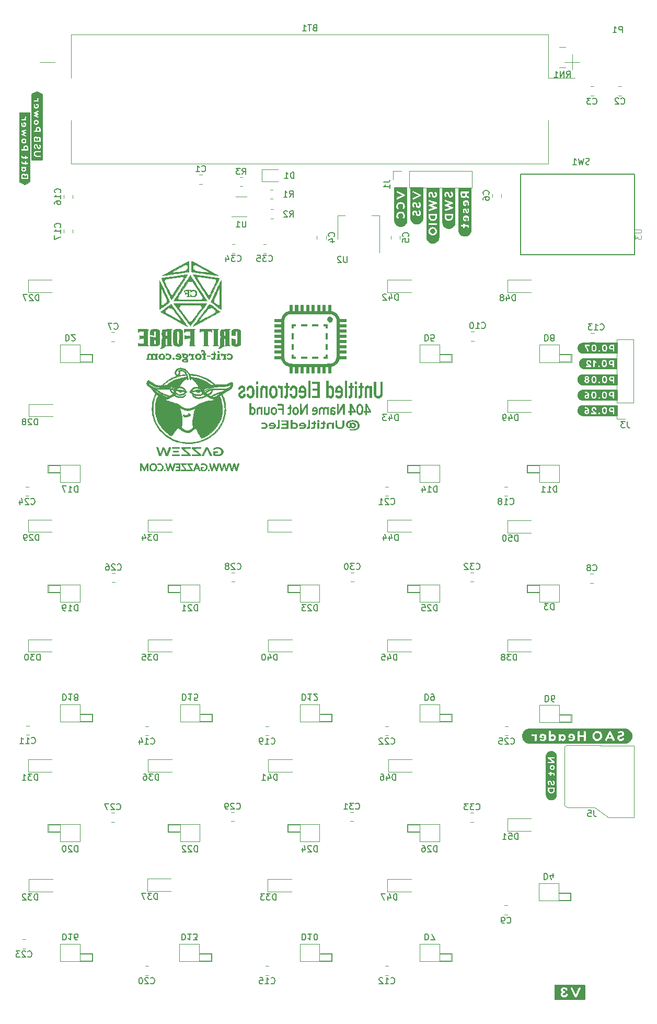
<source format=gbr>
%TF.GenerationSoftware,KiCad,Pcbnew,(5.99.0-9526-g5c17ff0595)*%
%TF.CreationDate,2021-07-05T19:36:54-05:00*%
%TF.ProjectId,Cafebabe,43616665-6261-4626-952e-6b696361645f,rev?*%
%TF.SameCoordinates,Original*%
%TF.FileFunction,Legend,Bot*%
%TF.FilePolarity,Positive*%
%FSLAX46Y46*%
G04 Gerber Fmt 4.6, Leading zero omitted, Abs format (unit mm)*
G04 Created by KiCad (PCBNEW (5.99.0-9526-g5c17ff0595)) date 2021-07-05 19:36:54*
%MOMM*%
%LPD*%
G01*
G04 APERTURE LIST*
%ADD10C,0.150000*%
%ADD11C,0.015000*%
%ADD12C,0.010000*%
%ADD13C,0.120000*%
%ADD14C,0.127000*%
G04 APERTURE END LIST*
D10*
%TO.C,D21*%
X91914285Y-123852380D02*
X91914285Y-122852380D01*
X91676190Y-122852380D01*
X91533333Y-122900000D01*
X91438095Y-122995238D01*
X91390476Y-123090476D01*
X91342857Y-123280952D01*
X91342857Y-123423809D01*
X91390476Y-123614285D01*
X91438095Y-123709523D01*
X91533333Y-123804761D01*
X91676190Y-123852380D01*
X91914285Y-123852380D01*
X90961904Y-122947619D02*
X90914285Y-122900000D01*
X90819047Y-122852380D01*
X90580952Y-122852380D01*
X90485714Y-122900000D01*
X90438095Y-122947619D01*
X90390476Y-123042857D01*
X90390476Y-123138095D01*
X90438095Y-123280952D01*
X91009523Y-123852380D01*
X90390476Y-123852380D01*
X89438095Y-123852380D02*
X90009523Y-123852380D01*
X89723809Y-123852380D02*
X89723809Y-122852380D01*
X89819047Y-122995238D01*
X89914285Y-123090476D01*
X90009523Y-123138095D01*
%TO.C,D22*%
X91914285Y-162852380D02*
X91914285Y-161852380D01*
X91676190Y-161852380D01*
X91533333Y-161900000D01*
X91438095Y-161995238D01*
X91390476Y-162090476D01*
X91342857Y-162280952D01*
X91342857Y-162423809D01*
X91390476Y-162614285D01*
X91438095Y-162709523D01*
X91533333Y-162804761D01*
X91676190Y-162852380D01*
X91914285Y-162852380D01*
X90961904Y-161947619D02*
X90914285Y-161900000D01*
X90819047Y-161852380D01*
X90580952Y-161852380D01*
X90485714Y-161900000D01*
X90438095Y-161947619D01*
X90390476Y-162042857D01*
X90390476Y-162138095D01*
X90438095Y-162280952D01*
X91009523Y-162852380D01*
X90390476Y-162852380D01*
X90009523Y-161947619D02*
X89961904Y-161900000D01*
X89866666Y-161852380D01*
X89628571Y-161852380D01*
X89533333Y-161900000D01*
X89485714Y-161947619D01*
X89438095Y-162042857D01*
X89438095Y-162138095D01*
X89485714Y-162280952D01*
X90057142Y-162852380D01*
X89438095Y-162852380D01*
%TO.C,C14*%
X84342857Y-145337142D02*
X84390476Y-145384761D01*
X84533333Y-145432380D01*
X84628571Y-145432380D01*
X84771428Y-145384761D01*
X84866666Y-145289523D01*
X84914285Y-145194285D01*
X84961904Y-145003809D01*
X84961904Y-144860952D01*
X84914285Y-144670476D01*
X84866666Y-144575238D01*
X84771428Y-144480000D01*
X84628571Y-144432380D01*
X84533333Y-144432380D01*
X84390476Y-144480000D01*
X84342857Y-144527619D01*
X83390476Y-145432380D02*
X83961904Y-145432380D01*
X83676190Y-145432380D02*
X83676190Y-144432380D01*
X83771428Y-144575238D01*
X83866666Y-144670476D01*
X83961904Y-144718095D01*
X82533333Y-144765714D02*
X82533333Y-145432380D01*
X82771428Y-144384761D02*
X83009523Y-145099047D01*
X82390476Y-145099047D01*
%TO.C,*%
%TO.C,R2*%
X106866666Y-60102380D02*
X107200000Y-59626190D01*
X107438095Y-60102380D02*
X107438095Y-59102380D01*
X107057142Y-59102380D01*
X106961904Y-59150000D01*
X106914285Y-59197619D01*
X106866666Y-59292857D01*
X106866666Y-59435714D01*
X106914285Y-59530952D01*
X106961904Y-59578571D01*
X107057142Y-59626190D01*
X107438095Y-59626190D01*
X106485714Y-59197619D02*
X106438095Y-59150000D01*
X106342857Y-59102380D01*
X106104761Y-59102380D01*
X106009523Y-59150000D01*
X105961904Y-59197619D01*
X105914285Y-59292857D01*
X105914285Y-59388095D01*
X105961904Y-59530952D01*
X106533333Y-60102380D01*
X105914285Y-60102380D01*
%TO.C,D36*%
X85614285Y-151252380D02*
X85614285Y-150252380D01*
X85376190Y-150252380D01*
X85233333Y-150300000D01*
X85138095Y-150395238D01*
X85090476Y-150490476D01*
X85042857Y-150680952D01*
X85042857Y-150823809D01*
X85090476Y-151014285D01*
X85138095Y-151109523D01*
X85233333Y-151204761D01*
X85376190Y-151252380D01*
X85614285Y-151252380D01*
X84709523Y-150252380D02*
X84090476Y-150252380D01*
X84423809Y-150633333D01*
X84280952Y-150633333D01*
X84185714Y-150680952D01*
X84138095Y-150728571D01*
X84090476Y-150823809D01*
X84090476Y-151061904D01*
X84138095Y-151157142D01*
X84185714Y-151204761D01*
X84280952Y-151252380D01*
X84566666Y-151252380D01*
X84661904Y-151204761D01*
X84709523Y-151157142D01*
X83233333Y-150252380D02*
X83423809Y-150252380D01*
X83519047Y-150300000D01*
X83566666Y-150347619D01*
X83661904Y-150490476D01*
X83709523Y-150680952D01*
X83709523Y-151061904D01*
X83661904Y-151157142D01*
X83614285Y-151204761D01*
X83519047Y-151252380D01*
X83328571Y-151252380D01*
X83233333Y-151204761D01*
X83185714Y-151157142D01*
X83138095Y-151061904D01*
X83138095Y-150823809D01*
X83185714Y-150728571D01*
X83233333Y-150680952D01*
X83328571Y-150633333D01*
X83519047Y-150633333D01*
X83614285Y-150680952D01*
X83661904Y-150728571D01*
X83709523Y-150823809D01*
%TO.C,*%
%TO.C,C13*%
X157142857Y-78277142D02*
X157190476Y-78324761D01*
X157333333Y-78372380D01*
X157428571Y-78372380D01*
X157571428Y-78324761D01*
X157666666Y-78229523D01*
X157714285Y-78134285D01*
X157761904Y-77943809D01*
X157761904Y-77800952D01*
X157714285Y-77610476D01*
X157666666Y-77515238D01*
X157571428Y-77420000D01*
X157428571Y-77372380D01*
X157333333Y-77372380D01*
X157190476Y-77420000D01*
X157142857Y-77467619D01*
X156190476Y-78372380D02*
X156761904Y-78372380D01*
X156476190Y-78372380D02*
X156476190Y-77372380D01*
X156571428Y-77515238D01*
X156666666Y-77610476D01*
X156761904Y-77658095D01*
X155857142Y-77372380D02*
X155238095Y-77372380D01*
X155571428Y-77753333D01*
X155428571Y-77753333D01*
X155333333Y-77800952D01*
X155285714Y-77848571D01*
X155238095Y-77943809D01*
X155238095Y-78181904D01*
X155285714Y-78277142D01*
X155333333Y-78324761D01*
X155428571Y-78372380D01*
X155714285Y-78372380D01*
X155809523Y-78324761D01*
X155857142Y-78277142D01*
%TO.C,C23*%
X64442857Y-179837142D02*
X64490476Y-179884761D01*
X64633333Y-179932380D01*
X64728571Y-179932380D01*
X64871428Y-179884761D01*
X64966666Y-179789523D01*
X65014285Y-179694285D01*
X65061904Y-179503809D01*
X65061904Y-179360952D01*
X65014285Y-179170476D01*
X64966666Y-179075238D01*
X64871428Y-178980000D01*
X64728571Y-178932380D01*
X64633333Y-178932380D01*
X64490476Y-178980000D01*
X64442857Y-179027619D01*
X64061904Y-179027619D02*
X64014285Y-178980000D01*
X63919047Y-178932380D01*
X63680952Y-178932380D01*
X63585714Y-178980000D01*
X63538095Y-179027619D01*
X63490476Y-179122857D01*
X63490476Y-179218095D01*
X63538095Y-179360952D01*
X64109523Y-179932380D01*
X63490476Y-179932380D01*
X63157142Y-178932380D02*
X62538095Y-178932380D01*
X62871428Y-179313333D01*
X62728571Y-179313333D01*
X62633333Y-179360952D01*
X62585714Y-179408571D01*
X62538095Y-179503809D01*
X62538095Y-179741904D01*
X62585714Y-179837142D01*
X62633333Y-179884761D01*
X62728571Y-179932380D01*
X63014285Y-179932380D01*
X63109523Y-179884761D01*
X63157142Y-179837142D01*
%TO.C,R3*%
X99166666Y-53202380D02*
X99500000Y-52726190D01*
X99738095Y-53202380D02*
X99738095Y-52202380D01*
X99357142Y-52202380D01*
X99261904Y-52250000D01*
X99214285Y-52297619D01*
X99166666Y-52392857D01*
X99166666Y-52535714D01*
X99214285Y-52630952D01*
X99261904Y-52678571D01*
X99357142Y-52726190D01*
X99738095Y-52726190D01*
X98833333Y-52202380D02*
X98214285Y-52202380D01*
X98547619Y-52583333D01*
X98404761Y-52583333D01*
X98309523Y-52630952D01*
X98261904Y-52678571D01*
X98214285Y-52773809D01*
X98214285Y-53011904D01*
X98261904Y-53107142D01*
X98309523Y-53154761D01*
X98404761Y-53202380D01*
X98690476Y-53202380D01*
X98785714Y-53154761D01*
X98833333Y-53107142D01*
%TO.C,D33*%
X104614285Y-170657380D02*
X104614285Y-169657380D01*
X104376190Y-169657380D01*
X104233333Y-169705000D01*
X104138095Y-169800238D01*
X104090476Y-169895476D01*
X104042857Y-170085952D01*
X104042857Y-170228809D01*
X104090476Y-170419285D01*
X104138095Y-170514523D01*
X104233333Y-170609761D01*
X104376190Y-170657380D01*
X104614285Y-170657380D01*
X103709523Y-169657380D02*
X103090476Y-169657380D01*
X103423809Y-170038333D01*
X103280952Y-170038333D01*
X103185714Y-170085952D01*
X103138095Y-170133571D01*
X103090476Y-170228809D01*
X103090476Y-170466904D01*
X103138095Y-170562142D01*
X103185714Y-170609761D01*
X103280952Y-170657380D01*
X103566666Y-170657380D01*
X103661904Y-170609761D01*
X103709523Y-170562142D01*
X102757142Y-169657380D02*
X102138095Y-169657380D01*
X102471428Y-170038333D01*
X102328571Y-170038333D01*
X102233333Y-170085952D01*
X102185714Y-170133571D01*
X102138095Y-170228809D01*
X102138095Y-170466904D01*
X102185714Y-170562142D01*
X102233333Y-170609761D01*
X102328571Y-170657380D01*
X102614285Y-170657380D01*
X102709523Y-170609761D01*
X102757142Y-170562142D01*
%TO.C,D10*%
X108885714Y-176147619D02*
X108885714Y-177147619D01*
X109123809Y-177147619D01*
X109266666Y-177100000D01*
X109361904Y-177004761D01*
X109409523Y-176909523D01*
X109457142Y-176719047D01*
X109457142Y-176576190D01*
X109409523Y-176385714D01*
X109361904Y-176290476D01*
X109266666Y-176195238D01*
X109123809Y-176147619D01*
X108885714Y-176147619D01*
X110409523Y-176147619D02*
X109838095Y-176147619D01*
X110123809Y-176147619D02*
X110123809Y-177147619D01*
X110028571Y-177004761D01*
X109933333Y-176909523D01*
X109838095Y-176861904D01*
X111028571Y-177147619D02*
X111123809Y-177147619D01*
X111219047Y-177100000D01*
X111266666Y-177052380D01*
X111314285Y-176957142D01*
X111361904Y-176766666D01*
X111361904Y-176528571D01*
X111314285Y-176338095D01*
X111266666Y-176242857D01*
X111219047Y-176195238D01*
X111123809Y-176147619D01*
X111028571Y-176147619D01*
X110933333Y-176195238D01*
X110885714Y-176242857D01*
X110838095Y-176338095D01*
X110790476Y-176528571D01*
X110790476Y-176766666D01*
X110838095Y-176957142D01*
X110885714Y-177052380D01*
X110933333Y-177100000D01*
X111028571Y-177147619D01*
%TO.C,D41*%
X104814285Y-151252380D02*
X104814285Y-150252380D01*
X104576190Y-150252380D01*
X104433333Y-150300000D01*
X104338095Y-150395238D01*
X104290476Y-150490476D01*
X104242857Y-150680952D01*
X104242857Y-150823809D01*
X104290476Y-151014285D01*
X104338095Y-151109523D01*
X104433333Y-151204761D01*
X104576190Y-151252380D01*
X104814285Y-151252380D01*
X103385714Y-150585714D02*
X103385714Y-151252380D01*
X103623809Y-150204761D02*
X103861904Y-150919047D01*
X103242857Y-150919047D01*
X102338095Y-151252380D02*
X102909523Y-151252380D01*
X102623809Y-151252380D02*
X102623809Y-150252380D01*
X102719047Y-150395238D01*
X102814285Y-150490476D01*
X102909523Y-150538095D01*
%TO.C,*%
%TO.C,D49*%
X143814285Y-93052380D02*
X143814285Y-92052380D01*
X143576190Y-92052380D01*
X143433333Y-92100000D01*
X143338095Y-92195238D01*
X143290476Y-92290476D01*
X143242857Y-92480952D01*
X143242857Y-92623809D01*
X143290476Y-92814285D01*
X143338095Y-92909523D01*
X143433333Y-93004761D01*
X143576190Y-93052380D01*
X143814285Y-93052380D01*
X142385714Y-92385714D02*
X142385714Y-93052380D01*
X142623809Y-92004761D02*
X142861904Y-92719047D01*
X142242857Y-92719047D01*
X141814285Y-93052380D02*
X141623809Y-93052380D01*
X141528571Y-93004761D01*
X141480952Y-92957142D01*
X141385714Y-92814285D01*
X141338095Y-92623809D01*
X141338095Y-92242857D01*
X141385714Y-92147619D01*
X141433333Y-92100000D01*
X141528571Y-92052380D01*
X141719047Y-92052380D01*
X141814285Y-92100000D01*
X141861904Y-92147619D01*
X141909523Y-92242857D01*
X141909523Y-92480952D01*
X141861904Y-92576190D01*
X141814285Y-92623809D01*
X141719047Y-92671428D01*
X141528571Y-92671428D01*
X141433333Y-92623809D01*
X141385714Y-92576190D01*
X141338095Y-92480952D01*
%TO.C,D13*%
X89385714Y-176147619D02*
X89385714Y-177147619D01*
X89623809Y-177147619D01*
X89766666Y-177100000D01*
X89861904Y-177004761D01*
X89909523Y-176909523D01*
X89957142Y-176719047D01*
X89957142Y-176576190D01*
X89909523Y-176385714D01*
X89861904Y-176290476D01*
X89766666Y-176195238D01*
X89623809Y-176147619D01*
X89385714Y-176147619D01*
X90909523Y-176147619D02*
X90338095Y-176147619D01*
X90623809Y-176147619D02*
X90623809Y-177147619D01*
X90528571Y-177004761D01*
X90433333Y-176909523D01*
X90338095Y-176861904D01*
X91242857Y-177147619D02*
X91861904Y-177147619D01*
X91528571Y-176766666D01*
X91671428Y-176766666D01*
X91766666Y-176719047D01*
X91814285Y-176671428D01*
X91861904Y-176576190D01*
X91861904Y-176338095D01*
X91814285Y-176242857D01*
X91766666Y-176195238D01*
X91671428Y-176147619D01*
X91385714Y-176147619D01*
X91290476Y-176195238D01*
X91242857Y-176242857D01*
%TO.C,D7*%
X128761904Y-176147619D02*
X128761904Y-177147619D01*
X129000000Y-177147619D01*
X129142857Y-177100000D01*
X129238095Y-177004761D01*
X129285714Y-176909523D01*
X129333333Y-176719047D01*
X129333333Y-176576190D01*
X129285714Y-176385714D01*
X129238095Y-176290476D01*
X129142857Y-176195238D01*
X129000000Y-176147619D01*
X128761904Y-176147619D01*
X129666666Y-177147619D02*
X130333333Y-177147619D01*
X129904761Y-176147619D01*
%TO.C,C18*%
X142542857Y-106537142D02*
X142590476Y-106584761D01*
X142733333Y-106632380D01*
X142828571Y-106632380D01*
X142971428Y-106584761D01*
X143066666Y-106489523D01*
X143114285Y-106394285D01*
X143161904Y-106203809D01*
X143161904Y-106060952D01*
X143114285Y-105870476D01*
X143066666Y-105775238D01*
X142971428Y-105680000D01*
X142828571Y-105632380D01*
X142733333Y-105632380D01*
X142590476Y-105680000D01*
X142542857Y-105727619D01*
X141590476Y-106632380D02*
X142161904Y-106632380D01*
X141876190Y-106632380D02*
X141876190Y-105632380D01*
X141971428Y-105775238D01*
X142066666Y-105870476D01*
X142161904Y-105918095D01*
X141019047Y-106060952D02*
X141114285Y-106013333D01*
X141161904Y-105965714D01*
X141209523Y-105870476D01*
X141209523Y-105822857D01*
X141161904Y-105727619D01*
X141114285Y-105680000D01*
X141019047Y-105632380D01*
X140828571Y-105632380D01*
X140733333Y-105680000D01*
X140685714Y-105727619D01*
X140638095Y-105822857D01*
X140638095Y-105870476D01*
X140685714Y-105965714D01*
X140733333Y-106013333D01*
X140828571Y-106060952D01*
X141019047Y-106060952D01*
X141114285Y-106108571D01*
X141161904Y-106156190D01*
X141209523Y-106251428D01*
X141209523Y-106441904D01*
X141161904Y-106537142D01*
X141114285Y-106584761D01*
X141019047Y-106632380D01*
X140828571Y-106632380D01*
X140733333Y-106584761D01*
X140685714Y-106537142D01*
X140638095Y-106441904D01*
X140638095Y-106251428D01*
X140685714Y-106156190D01*
X140733333Y-106108571D01*
X140828571Y-106060952D01*
%TO.C,*%
%TO.C,D37*%
X85414285Y-170557380D02*
X85414285Y-169557380D01*
X85176190Y-169557380D01*
X85033333Y-169605000D01*
X84938095Y-169700238D01*
X84890476Y-169795476D01*
X84842857Y-169985952D01*
X84842857Y-170128809D01*
X84890476Y-170319285D01*
X84938095Y-170414523D01*
X85033333Y-170509761D01*
X85176190Y-170557380D01*
X85414285Y-170557380D01*
X84509523Y-169557380D02*
X83890476Y-169557380D01*
X84223809Y-169938333D01*
X84080952Y-169938333D01*
X83985714Y-169985952D01*
X83938095Y-170033571D01*
X83890476Y-170128809D01*
X83890476Y-170366904D01*
X83938095Y-170462142D01*
X83985714Y-170509761D01*
X84080952Y-170557380D01*
X84366666Y-170557380D01*
X84461904Y-170509761D01*
X84509523Y-170462142D01*
X83557142Y-169557380D02*
X82890476Y-169557380D01*
X83319047Y-170557380D01*
%TO.C,D19*%
X72514285Y-123852380D02*
X72514285Y-122852380D01*
X72276190Y-122852380D01*
X72133333Y-122900000D01*
X72038095Y-122995238D01*
X71990476Y-123090476D01*
X71942857Y-123280952D01*
X71942857Y-123423809D01*
X71990476Y-123614285D01*
X72038095Y-123709523D01*
X72133333Y-123804761D01*
X72276190Y-123852380D01*
X72514285Y-123852380D01*
X70990476Y-123852380D02*
X71561904Y-123852380D01*
X71276190Y-123852380D02*
X71276190Y-122852380D01*
X71371428Y-122995238D01*
X71466666Y-123090476D01*
X71561904Y-123138095D01*
X70514285Y-123852380D02*
X70323809Y-123852380D01*
X70228571Y-123804761D01*
X70180952Y-123757142D01*
X70085714Y-123614285D01*
X70038095Y-123423809D01*
X70038095Y-123042857D01*
X70085714Y-122947619D01*
X70133333Y-122900000D01*
X70228571Y-122852380D01*
X70419047Y-122852380D01*
X70514285Y-122900000D01*
X70561904Y-122947619D01*
X70609523Y-123042857D01*
X70609523Y-123280952D01*
X70561904Y-123376190D01*
X70514285Y-123423809D01*
X70419047Y-123471428D01*
X70228571Y-123471428D01*
X70133333Y-123423809D01*
X70085714Y-123376190D01*
X70038095Y-123280952D01*
%TO.C,J1*%
X122047380Y-54466666D02*
X122761666Y-54466666D01*
X122904523Y-54419047D01*
X122999761Y-54323809D01*
X123047380Y-54180952D01*
X123047380Y-54085714D01*
X123047380Y-55466666D02*
X123047380Y-54895238D01*
X123047380Y-55180952D02*
X122047380Y-55180952D01*
X122190238Y-55085714D01*
X122285476Y-54990476D01*
X122333095Y-54895238D01*
%TO.C,C9*%
X142066666Y-174337142D02*
X142114285Y-174384761D01*
X142257142Y-174432380D01*
X142352380Y-174432380D01*
X142495238Y-174384761D01*
X142590476Y-174289523D01*
X142638095Y-174194285D01*
X142685714Y-174003809D01*
X142685714Y-173860952D01*
X142638095Y-173670476D01*
X142590476Y-173575238D01*
X142495238Y-173480000D01*
X142352380Y-173432380D01*
X142257142Y-173432380D01*
X142114285Y-173480000D01*
X142066666Y-173527619D01*
X141590476Y-174432380D02*
X141400000Y-174432380D01*
X141304761Y-174384761D01*
X141257142Y-174337142D01*
X141161904Y-174194285D01*
X141114285Y-174003809D01*
X141114285Y-173622857D01*
X141161904Y-173527619D01*
X141209523Y-173480000D01*
X141304761Y-173432380D01*
X141495238Y-173432380D01*
X141590476Y-173480000D01*
X141638095Y-173527619D01*
X141685714Y-173622857D01*
X141685714Y-173860952D01*
X141638095Y-173956190D01*
X141590476Y-174003809D01*
X141495238Y-174051428D01*
X141304761Y-174051428D01*
X141209523Y-174003809D01*
X141161904Y-173956190D01*
X141114285Y-173860952D01*
%TO.C,C30*%
X117642857Y-117077142D02*
X117690476Y-117124761D01*
X117833333Y-117172380D01*
X117928571Y-117172380D01*
X118071428Y-117124761D01*
X118166666Y-117029523D01*
X118214285Y-116934285D01*
X118261904Y-116743809D01*
X118261904Y-116600952D01*
X118214285Y-116410476D01*
X118166666Y-116315238D01*
X118071428Y-116220000D01*
X117928571Y-116172380D01*
X117833333Y-116172380D01*
X117690476Y-116220000D01*
X117642857Y-116267619D01*
X117309523Y-116172380D02*
X116690476Y-116172380D01*
X117023809Y-116553333D01*
X116880952Y-116553333D01*
X116785714Y-116600952D01*
X116738095Y-116648571D01*
X116690476Y-116743809D01*
X116690476Y-116981904D01*
X116738095Y-117077142D01*
X116785714Y-117124761D01*
X116880952Y-117172380D01*
X117166666Y-117172380D01*
X117261904Y-117124761D01*
X117309523Y-117077142D01*
X116071428Y-116172380D02*
X115976190Y-116172380D01*
X115880952Y-116220000D01*
X115833333Y-116267619D01*
X115785714Y-116362857D01*
X115738095Y-116553333D01*
X115738095Y-116791428D01*
X115785714Y-116981904D01*
X115833333Y-117077142D01*
X115880952Y-117124761D01*
X115976190Y-117172380D01*
X116071428Y-117172380D01*
X116166666Y-117124761D01*
X116214285Y-117077142D01*
X116261904Y-116981904D01*
X116309523Y-116791428D01*
X116309523Y-116553333D01*
X116261904Y-116362857D01*
X116214285Y-116267619D01*
X116166666Y-116220000D01*
X116071428Y-116172380D01*
%TO.C,C3*%
X155966666Y-41757142D02*
X156014285Y-41804761D01*
X156157142Y-41852380D01*
X156252380Y-41852380D01*
X156395238Y-41804761D01*
X156490476Y-41709523D01*
X156538095Y-41614285D01*
X156585714Y-41423809D01*
X156585714Y-41280952D01*
X156538095Y-41090476D01*
X156490476Y-40995238D01*
X156395238Y-40900000D01*
X156252380Y-40852380D01*
X156157142Y-40852380D01*
X156014285Y-40900000D01*
X155966666Y-40947619D01*
X155633333Y-40852380D02*
X155014285Y-40852380D01*
X155347619Y-41233333D01*
X155204761Y-41233333D01*
X155109523Y-41280952D01*
X155061904Y-41328571D01*
X155014285Y-41423809D01*
X155014285Y-41661904D01*
X155061904Y-41757142D01*
X155109523Y-41804761D01*
X155204761Y-41852380D01*
X155490476Y-41852380D01*
X155585714Y-41804761D01*
X155633333Y-41757142D01*
%TO.C,C12*%
X123242857Y-184137142D02*
X123290476Y-184184761D01*
X123433333Y-184232380D01*
X123528571Y-184232380D01*
X123671428Y-184184761D01*
X123766666Y-184089523D01*
X123814285Y-183994285D01*
X123861904Y-183803809D01*
X123861904Y-183660952D01*
X123814285Y-183470476D01*
X123766666Y-183375238D01*
X123671428Y-183280000D01*
X123528571Y-183232380D01*
X123433333Y-183232380D01*
X123290476Y-183280000D01*
X123242857Y-183327619D01*
X122290476Y-184232380D02*
X122861904Y-184232380D01*
X122576190Y-184232380D02*
X122576190Y-183232380D01*
X122671428Y-183375238D01*
X122766666Y-183470476D01*
X122861904Y-183518095D01*
X121909523Y-183327619D02*
X121861904Y-183280000D01*
X121766666Y-183232380D01*
X121528571Y-183232380D01*
X121433333Y-183280000D01*
X121385714Y-183327619D01*
X121338095Y-183422857D01*
X121338095Y-183518095D01*
X121385714Y-183660952D01*
X121957142Y-184232380D01*
X121338095Y-184232380D01*
%TO.C,D24*%
X111314285Y-162852380D02*
X111314285Y-161852380D01*
X111076190Y-161852380D01*
X110933333Y-161900000D01*
X110838095Y-161995238D01*
X110790476Y-162090476D01*
X110742857Y-162280952D01*
X110742857Y-162423809D01*
X110790476Y-162614285D01*
X110838095Y-162709523D01*
X110933333Y-162804761D01*
X111076190Y-162852380D01*
X111314285Y-162852380D01*
X110361904Y-161947619D02*
X110314285Y-161900000D01*
X110219047Y-161852380D01*
X109980952Y-161852380D01*
X109885714Y-161900000D01*
X109838095Y-161947619D01*
X109790476Y-162042857D01*
X109790476Y-162138095D01*
X109838095Y-162280952D01*
X110409523Y-162852380D01*
X109790476Y-162852380D01*
X108933333Y-162185714D02*
X108933333Y-162852380D01*
X109171428Y-161804761D02*
X109409523Y-162519047D01*
X108790476Y-162519047D01*
%TO.C,*%
%TO.C,D38*%
X143614285Y-131857380D02*
X143614285Y-130857380D01*
X143376190Y-130857380D01*
X143233333Y-130905000D01*
X143138095Y-131000238D01*
X143090476Y-131095476D01*
X143042857Y-131285952D01*
X143042857Y-131428809D01*
X143090476Y-131619285D01*
X143138095Y-131714523D01*
X143233333Y-131809761D01*
X143376190Y-131857380D01*
X143614285Y-131857380D01*
X142709523Y-130857380D02*
X142090476Y-130857380D01*
X142423809Y-131238333D01*
X142280952Y-131238333D01*
X142185714Y-131285952D01*
X142138095Y-131333571D01*
X142090476Y-131428809D01*
X142090476Y-131666904D01*
X142138095Y-131762142D01*
X142185714Y-131809761D01*
X142280952Y-131857380D01*
X142566666Y-131857380D01*
X142661904Y-131809761D01*
X142709523Y-131762142D01*
X141519047Y-131285952D02*
X141614285Y-131238333D01*
X141661904Y-131190714D01*
X141709523Y-131095476D01*
X141709523Y-131047857D01*
X141661904Y-130952619D01*
X141614285Y-130905000D01*
X141519047Y-130857380D01*
X141328571Y-130857380D01*
X141233333Y-130905000D01*
X141185714Y-130952619D01*
X141138095Y-131047857D01*
X141138095Y-131095476D01*
X141185714Y-131190714D01*
X141233333Y-131238333D01*
X141328571Y-131285952D01*
X141519047Y-131285952D01*
X141614285Y-131333571D01*
X141661904Y-131381190D01*
X141709523Y-131476428D01*
X141709523Y-131666904D01*
X141661904Y-131762142D01*
X141614285Y-131809761D01*
X141519047Y-131857380D01*
X141328571Y-131857380D01*
X141233333Y-131809761D01*
X141185714Y-131762142D01*
X141138095Y-131666904D01*
X141138095Y-131476428D01*
X141185714Y-131381190D01*
X141233333Y-131333571D01*
X141328571Y-131285952D01*
%TO.C,D16*%
X70085714Y-176147619D02*
X70085714Y-177147619D01*
X70323809Y-177147619D01*
X70466666Y-177100000D01*
X70561904Y-177004761D01*
X70609523Y-176909523D01*
X70657142Y-176719047D01*
X70657142Y-176576190D01*
X70609523Y-176385714D01*
X70561904Y-176290476D01*
X70466666Y-176195238D01*
X70323809Y-176147619D01*
X70085714Y-176147619D01*
X71609523Y-176147619D02*
X71038095Y-176147619D01*
X71323809Y-176147619D02*
X71323809Y-177147619D01*
X71228571Y-177004761D01*
X71133333Y-176909523D01*
X71038095Y-176861904D01*
X72466666Y-177147619D02*
X72276190Y-177147619D01*
X72180952Y-177100000D01*
X72133333Y-177052380D01*
X72038095Y-176909523D01*
X71990476Y-176719047D01*
X71990476Y-176338095D01*
X72038095Y-176242857D01*
X72085714Y-176195238D01*
X72180952Y-176147619D01*
X72371428Y-176147619D01*
X72466666Y-176195238D01*
X72514285Y-176242857D01*
X72561904Y-176338095D01*
X72561904Y-176576190D01*
X72514285Y-176671428D01*
X72466666Y-176719047D01*
X72371428Y-176766666D01*
X72180952Y-176766666D01*
X72085714Y-176719047D01*
X72038095Y-176671428D01*
X71990476Y-176576190D01*
%TO.C,C25*%
X142642857Y-145337142D02*
X142690476Y-145384761D01*
X142833333Y-145432380D01*
X142928571Y-145432380D01*
X143071428Y-145384761D01*
X143166666Y-145289523D01*
X143214285Y-145194285D01*
X143261904Y-145003809D01*
X143261904Y-144860952D01*
X143214285Y-144670476D01*
X143166666Y-144575238D01*
X143071428Y-144480000D01*
X142928571Y-144432380D01*
X142833333Y-144432380D01*
X142690476Y-144480000D01*
X142642857Y-144527619D01*
X142261904Y-144527619D02*
X142214285Y-144480000D01*
X142119047Y-144432380D01*
X141880952Y-144432380D01*
X141785714Y-144480000D01*
X141738095Y-144527619D01*
X141690476Y-144622857D01*
X141690476Y-144718095D01*
X141738095Y-144860952D01*
X142309523Y-145432380D01*
X141690476Y-145432380D01*
X140785714Y-144432380D02*
X141261904Y-144432380D01*
X141309523Y-144908571D01*
X141261904Y-144860952D01*
X141166666Y-144813333D01*
X140928571Y-144813333D01*
X140833333Y-144860952D01*
X140785714Y-144908571D01*
X140738095Y-145003809D01*
X140738095Y-145241904D01*
X140785714Y-145337142D01*
X140833333Y-145384761D01*
X140928571Y-145432380D01*
X141166666Y-145432380D01*
X141261904Y-145384761D01*
X141309523Y-145337142D01*
%TO.C,P1*%
X160738095Y-30252380D02*
X160738095Y-29252380D01*
X160357142Y-29252380D01*
X160261904Y-29300000D01*
X160214285Y-29347619D01*
X160166666Y-29442857D01*
X160166666Y-29585714D01*
X160214285Y-29680952D01*
X160261904Y-29728571D01*
X160357142Y-29776190D01*
X160738095Y-29776190D01*
X159214285Y-30252380D02*
X159785714Y-30252380D01*
X159500000Y-30252380D02*
X159500000Y-29252380D01*
X159595238Y-29395238D01*
X159690476Y-29490476D01*
X159785714Y-29538095D01*
%TO.C,D40*%
X104814285Y-131852380D02*
X104814285Y-130852380D01*
X104576190Y-130852380D01*
X104433333Y-130900000D01*
X104338095Y-130995238D01*
X104290476Y-131090476D01*
X104242857Y-131280952D01*
X104242857Y-131423809D01*
X104290476Y-131614285D01*
X104338095Y-131709523D01*
X104433333Y-131804761D01*
X104576190Y-131852380D01*
X104814285Y-131852380D01*
X103385714Y-131185714D02*
X103385714Y-131852380D01*
X103623809Y-130804761D02*
X103861904Y-131519047D01*
X103242857Y-131519047D01*
X102671428Y-130852380D02*
X102576190Y-130852380D01*
X102480952Y-130900000D01*
X102433333Y-130947619D01*
X102385714Y-131042857D01*
X102338095Y-131233333D01*
X102338095Y-131471428D01*
X102385714Y-131661904D01*
X102433333Y-131757142D01*
X102480952Y-131804761D01*
X102576190Y-131852380D01*
X102671428Y-131852380D01*
X102766666Y-131804761D01*
X102814285Y-131757142D01*
X102861904Y-131661904D01*
X102909523Y-131471428D01*
X102909523Y-131233333D01*
X102861904Y-131042857D01*
X102814285Y-130947619D01*
X102766666Y-130900000D01*
X102671428Y-130852380D01*
%TO.C,D48*%
X143414285Y-73657380D02*
X143414285Y-72657380D01*
X143176190Y-72657380D01*
X143033333Y-72705000D01*
X142938095Y-72800238D01*
X142890476Y-72895476D01*
X142842857Y-73085952D01*
X142842857Y-73228809D01*
X142890476Y-73419285D01*
X142938095Y-73514523D01*
X143033333Y-73609761D01*
X143176190Y-73657380D01*
X143414285Y-73657380D01*
X141985714Y-72990714D02*
X141985714Y-73657380D01*
X142223809Y-72609761D02*
X142461904Y-73324047D01*
X141842857Y-73324047D01*
X141319047Y-73085952D02*
X141414285Y-73038333D01*
X141461904Y-72990714D01*
X141509523Y-72895476D01*
X141509523Y-72847857D01*
X141461904Y-72752619D01*
X141414285Y-72705000D01*
X141319047Y-72657380D01*
X141128571Y-72657380D01*
X141033333Y-72705000D01*
X140985714Y-72752619D01*
X140938095Y-72847857D01*
X140938095Y-72895476D01*
X140985714Y-72990714D01*
X141033333Y-73038333D01*
X141128571Y-73085952D01*
X141319047Y-73085952D01*
X141414285Y-73133571D01*
X141461904Y-73181190D01*
X141509523Y-73276428D01*
X141509523Y-73466904D01*
X141461904Y-73562142D01*
X141414285Y-73609761D01*
X141319047Y-73657380D01*
X141128571Y-73657380D01*
X141033333Y-73609761D01*
X140985714Y-73562142D01*
X140938095Y-73466904D01*
X140938095Y-73276428D01*
X140985714Y-73181190D01*
X141033333Y-73133571D01*
X141128571Y-73085952D01*
%TO.C,D28*%
X66014285Y-93757380D02*
X66014285Y-92757380D01*
X65776190Y-92757380D01*
X65633333Y-92805000D01*
X65538095Y-92900238D01*
X65490476Y-92995476D01*
X65442857Y-93185952D01*
X65442857Y-93328809D01*
X65490476Y-93519285D01*
X65538095Y-93614523D01*
X65633333Y-93709761D01*
X65776190Y-93757380D01*
X66014285Y-93757380D01*
X65061904Y-92852619D02*
X65014285Y-92805000D01*
X64919047Y-92757380D01*
X64680952Y-92757380D01*
X64585714Y-92805000D01*
X64538095Y-92852619D01*
X64490476Y-92947857D01*
X64490476Y-93043095D01*
X64538095Y-93185952D01*
X65109523Y-93757380D01*
X64490476Y-93757380D01*
X63919047Y-93185952D02*
X64014285Y-93138333D01*
X64061904Y-93090714D01*
X64109523Y-92995476D01*
X64109523Y-92947857D01*
X64061904Y-92852619D01*
X64014285Y-92805000D01*
X63919047Y-92757380D01*
X63728571Y-92757380D01*
X63633333Y-92805000D01*
X63585714Y-92852619D01*
X63538095Y-92947857D01*
X63538095Y-92995476D01*
X63585714Y-93090714D01*
X63633333Y-93138333D01*
X63728571Y-93185952D01*
X63919047Y-93185952D01*
X64014285Y-93233571D01*
X64061904Y-93281190D01*
X64109523Y-93376428D01*
X64109523Y-93566904D01*
X64061904Y-93662142D01*
X64014285Y-93709761D01*
X63919047Y-93757380D01*
X63728571Y-93757380D01*
X63633333Y-93709761D01*
X63585714Y-93662142D01*
X63538095Y-93566904D01*
X63538095Y-93376428D01*
X63585714Y-93281190D01*
X63633333Y-93233571D01*
X63728571Y-93185952D01*
%TO.C,D43*%
X124414285Y-93052380D02*
X124414285Y-92052380D01*
X124176190Y-92052380D01*
X124033333Y-92100000D01*
X123938095Y-92195238D01*
X123890476Y-92290476D01*
X123842857Y-92480952D01*
X123842857Y-92623809D01*
X123890476Y-92814285D01*
X123938095Y-92909523D01*
X124033333Y-93004761D01*
X124176190Y-93052380D01*
X124414285Y-93052380D01*
X122985714Y-92385714D02*
X122985714Y-93052380D01*
X123223809Y-92004761D02*
X123461904Y-92719047D01*
X122842857Y-92719047D01*
X122557142Y-92052380D02*
X121938095Y-92052380D01*
X122271428Y-92433333D01*
X122128571Y-92433333D01*
X122033333Y-92480952D01*
X121985714Y-92528571D01*
X121938095Y-92623809D01*
X121938095Y-92861904D01*
X121985714Y-92957142D01*
X122033333Y-93004761D01*
X122128571Y-93052380D01*
X122414285Y-93052380D01*
X122509523Y-93004761D01*
X122557142Y-92957142D01*
%TO.C,C34*%
X98355357Y-67207142D02*
X98402976Y-67254761D01*
X98545833Y-67302380D01*
X98641071Y-67302380D01*
X98783928Y-67254761D01*
X98879166Y-67159523D01*
X98926785Y-67064285D01*
X98974404Y-66873809D01*
X98974404Y-66730952D01*
X98926785Y-66540476D01*
X98879166Y-66445238D01*
X98783928Y-66350000D01*
X98641071Y-66302380D01*
X98545833Y-66302380D01*
X98402976Y-66350000D01*
X98355357Y-66397619D01*
X98022023Y-66302380D02*
X97402976Y-66302380D01*
X97736309Y-66683333D01*
X97593452Y-66683333D01*
X97498214Y-66730952D01*
X97450595Y-66778571D01*
X97402976Y-66873809D01*
X97402976Y-67111904D01*
X97450595Y-67207142D01*
X97498214Y-67254761D01*
X97593452Y-67302380D01*
X97879166Y-67302380D01*
X97974404Y-67254761D01*
X98022023Y-67207142D01*
X96545833Y-66635714D02*
X96545833Y-67302380D01*
X96783928Y-66254761D02*
X97022023Y-66969047D01*
X96402976Y-66969047D01*
%TO.C,D31*%
X66014285Y-151257380D02*
X66014285Y-150257380D01*
X65776190Y-150257380D01*
X65633333Y-150305000D01*
X65538095Y-150400238D01*
X65490476Y-150495476D01*
X65442857Y-150685952D01*
X65442857Y-150828809D01*
X65490476Y-151019285D01*
X65538095Y-151114523D01*
X65633333Y-151209761D01*
X65776190Y-151257380D01*
X66014285Y-151257380D01*
X65109523Y-150257380D02*
X64490476Y-150257380D01*
X64823809Y-150638333D01*
X64680952Y-150638333D01*
X64585714Y-150685952D01*
X64538095Y-150733571D01*
X64490476Y-150828809D01*
X64490476Y-151066904D01*
X64538095Y-151162142D01*
X64585714Y-151209761D01*
X64680952Y-151257380D01*
X64966666Y-151257380D01*
X65061904Y-151209761D01*
X65109523Y-151162142D01*
X63538095Y-151257380D02*
X64109523Y-151257380D01*
X63823809Y-151257380D02*
X63823809Y-150257380D01*
X63919047Y-150400238D01*
X64014285Y-150495476D01*
X64109523Y-150543095D01*
%TO.C,C7*%
X78416666Y-78177142D02*
X78464285Y-78224761D01*
X78607142Y-78272380D01*
X78702380Y-78272380D01*
X78845238Y-78224761D01*
X78940476Y-78129523D01*
X78988095Y-78034285D01*
X79035714Y-77843809D01*
X79035714Y-77700952D01*
X78988095Y-77510476D01*
X78940476Y-77415238D01*
X78845238Y-77320000D01*
X78702380Y-77272380D01*
X78607142Y-77272380D01*
X78464285Y-77320000D01*
X78416666Y-77367619D01*
X78083333Y-77272380D02*
X77416666Y-77272380D01*
X77845238Y-78272380D01*
%TO.C,D51*%
X143814285Y-160857380D02*
X143814285Y-159857380D01*
X143576190Y-159857380D01*
X143433333Y-159905000D01*
X143338095Y-160000238D01*
X143290476Y-160095476D01*
X143242857Y-160285952D01*
X143242857Y-160428809D01*
X143290476Y-160619285D01*
X143338095Y-160714523D01*
X143433333Y-160809761D01*
X143576190Y-160857380D01*
X143814285Y-160857380D01*
X142338095Y-159857380D02*
X142814285Y-159857380D01*
X142861904Y-160333571D01*
X142814285Y-160285952D01*
X142719047Y-160238333D01*
X142480952Y-160238333D01*
X142385714Y-160285952D01*
X142338095Y-160333571D01*
X142290476Y-160428809D01*
X142290476Y-160666904D01*
X142338095Y-160762142D01*
X142385714Y-160809761D01*
X142480952Y-160857380D01*
X142719047Y-160857380D01*
X142814285Y-160809761D01*
X142861904Y-160762142D01*
X141338095Y-160857380D02*
X141909523Y-160857380D01*
X141623809Y-160857380D02*
X141623809Y-159857380D01*
X141719047Y-160000238D01*
X141814285Y-160095476D01*
X141909523Y-160143095D01*
%TO.C,C29*%
X98242857Y-155877142D02*
X98290476Y-155924761D01*
X98433333Y-155972380D01*
X98528571Y-155972380D01*
X98671428Y-155924761D01*
X98766666Y-155829523D01*
X98814285Y-155734285D01*
X98861904Y-155543809D01*
X98861904Y-155400952D01*
X98814285Y-155210476D01*
X98766666Y-155115238D01*
X98671428Y-155020000D01*
X98528571Y-154972380D01*
X98433333Y-154972380D01*
X98290476Y-155020000D01*
X98242857Y-155067619D01*
X97861904Y-155067619D02*
X97814285Y-155020000D01*
X97719047Y-154972380D01*
X97480952Y-154972380D01*
X97385714Y-155020000D01*
X97338095Y-155067619D01*
X97290476Y-155162857D01*
X97290476Y-155258095D01*
X97338095Y-155400952D01*
X97909523Y-155972380D01*
X97290476Y-155972380D01*
X96814285Y-155972380D02*
X96623809Y-155972380D01*
X96528571Y-155924761D01*
X96480952Y-155877142D01*
X96385714Y-155734285D01*
X96338095Y-155543809D01*
X96338095Y-155162857D01*
X96385714Y-155067619D01*
X96433333Y-155020000D01*
X96528571Y-154972380D01*
X96719047Y-154972380D01*
X96814285Y-155020000D01*
X96861904Y-155067619D01*
X96909523Y-155162857D01*
X96909523Y-155400952D01*
X96861904Y-155496190D01*
X96814285Y-155543809D01*
X96719047Y-155591428D01*
X96528571Y-155591428D01*
X96433333Y-155543809D01*
X96385714Y-155496190D01*
X96338095Y-155400952D01*
%TO.C,C32*%
X137042857Y-117077142D02*
X137090476Y-117124761D01*
X137233333Y-117172380D01*
X137328571Y-117172380D01*
X137471428Y-117124761D01*
X137566666Y-117029523D01*
X137614285Y-116934285D01*
X137661904Y-116743809D01*
X137661904Y-116600952D01*
X137614285Y-116410476D01*
X137566666Y-116315238D01*
X137471428Y-116220000D01*
X137328571Y-116172380D01*
X137233333Y-116172380D01*
X137090476Y-116220000D01*
X137042857Y-116267619D01*
X136709523Y-116172380D02*
X136090476Y-116172380D01*
X136423809Y-116553333D01*
X136280952Y-116553333D01*
X136185714Y-116600952D01*
X136138095Y-116648571D01*
X136090476Y-116743809D01*
X136090476Y-116981904D01*
X136138095Y-117077142D01*
X136185714Y-117124761D01*
X136280952Y-117172380D01*
X136566666Y-117172380D01*
X136661904Y-117124761D01*
X136709523Y-117077142D01*
X135709523Y-116267619D02*
X135661904Y-116220000D01*
X135566666Y-116172380D01*
X135328571Y-116172380D01*
X135233333Y-116220000D01*
X135185714Y-116267619D01*
X135138095Y-116362857D01*
X135138095Y-116458095D01*
X135185714Y-116600952D01*
X135757142Y-117172380D01*
X135138095Y-117172380D01*
%TO.C,C31*%
X117542857Y-155877142D02*
X117590476Y-155924761D01*
X117733333Y-155972380D01*
X117828571Y-155972380D01*
X117971428Y-155924761D01*
X118066666Y-155829523D01*
X118114285Y-155734285D01*
X118161904Y-155543809D01*
X118161904Y-155400952D01*
X118114285Y-155210476D01*
X118066666Y-155115238D01*
X117971428Y-155020000D01*
X117828571Y-154972380D01*
X117733333Y-154972380D01*
X117590476Y-155020000D01*
X117542857Y-155067619D01*
X117209523Y-154972380D02*
X116590476Y-154972380D01*
X116923809Y-155353333D01*
X116780952Y-155353333D01*
X116685714Y-155400952D01*
X116638095Y-155448571D01*
X116590476Y-155543809D01*
X116590476Y-155781904D01*
X116638095Y-155877142D01*
X116685714Y-155924761D01*
X116780952Y-155972380D01*
X117066666Y-155972380D01*
X117161904Y-155924761D01*
X117209523Y-155877142D01*
X115638095Y-155972380D02*
X116209523Y-155972380D01*
X115923809Y-155972380D02*
X115923809Y-154972380D01*
X116019047Y-155115238D01*
X116114285Y-155210476D01*
X116209523Y-155258095D01*
%TO.C,C35*%
X103442857Y-67207142D02*
X103490476Y-67254761D01*
X103633333Y-67302380D01*
X103728571Y-67302380D01*
X103871428Y-67254761D01*
X103966666Y-67159523D01*
X104014285Y-67064285D01*
X104061904Y-66873809D01*
X104061904Y-66730952D01*
X104014285Y-66540476D01*
X103966666Y-66445238D01*
X103871428Y-66350000D01*
X103728571Y-66302380D01*
X103633333Y-66302380D01*
X103490476Y-66350000D01*
X103442857Y-66397619D01*
X103109523Y-66302380D02*
X102490476Y-66302380D01*
X102823809Y-66683333D01*
X102680952Y-66683333D01*
X102585714Y-66730952D01*
X102538095Y-66778571D01*
X102490476Y-66873809D01*
X102490476Y-67111904D01*
X102538095Y-67207142D01*
X102585714Y-67254761D01*
X102680952Y-67302380D01*
X102966666Y-67302380D01*
X103061904Y-67254761D01*
X103109523Y-67207142D01*
X101585714Y-66302380D02*
X102061904Y-66302380D01*
X102109523Y-66778571D01*
X102061904Y-66730952D01*
X101966666Y-66683333D01*
X101728571Y-66683333D01*
X101633333Y-66730952D01*
X101585714Y-66778571D01*
X101538095Y-66873809D01*
X101538095Y-67111904D01*
X101585714Y-67207142D01*
X101633333Y-67254761D01*
X101728571Y-67302380D01*
X101966666Y-67302380D01*
X102061904Y-67254761D01*
X102109523Y-67207142D01*
%TO.C,*%
%TO.C,C28*%
X98342857Y-117077142D02*
X98390476Y-117124761D01*
X98533333Y-117172380D01*
X98628571Y-117172380D01*
X98771428Y-117124761D01*
X98866666Y-117029523D01*
X98914285Y-116934285D01*
X98961904Y-116743809D01*
X98961904Y-116600952D01*
X98914285Y-116410476D01*
X98866666Y-116315238D01*
X98771428Y-116220000D01*
X98628571Y-116172380D01*
X98533333Y-116172380D01*
X98390476Y-116220000D01*
X98342857Y-116267619D01*
X97961904Y-116267619D02*
X97914285Y-116220000D01*
X97819047Y-116172380D01*
X97580952Y-116172380D01*
X97485714Y-116220000D01*
X97438095Y-116267619D01*
X97390476Y-116362857D01*
X97390476Y-116458095D01*
X97438095Y-116600952D01*
X98009523Y-117172380D01*
X97390476Y-117172380D01*
X96819047Y-116600952D02*
X96914285Y-116553333D01*
X96961904Y-116505714D01*
X97009523Y-116410476D01*
X97009523Y-116362857D01*
X96961904Y-116267619D01*
X96914285Y-116220000D01*
X96819047Y-116172380D01*
X96628571Y-116172380D01*
X96533333Y-116220000D01*
X96485714Y-116267619D01*
X96438095Y-116362857D01*
X96438095Y-116410476D01*
X96485714Y-116505714D01*
X96533333Y-116553333D01*
X96628571Y-116600952D01*
X96819047Y-116600952D01*
X96914285Y-116648571D01*
X96961904Y-116696190D01*
X97009523Y-116791428D01*
X97009523Y-116981904D01*
X96961904Y-117077142D01*
X96914285Y-117124761D01*
X96819047Y-117172380D01*
X96628571Y-117172380D01*
X96533333Y-117124761D01*
X96485714Y-117077142D01*
X96438095Y-116981904D01*
X96438095Y-116791428D01*
X96485714Y-116696190D01*
X96533333Y-116648571D01*
X96628571Y-116600952D01*
%TO.C,D42*%
X124414285Y-73552380D02*
X124414285Y-72552380D01*
X124176190Y-72552380D01*
X124033333Y-72600000D01*
X123938095Y-72695238D01*
X123890476Y-72790476D01*
X123842857Y-72980952D01*
X123842857Y-73123809D01*
X123890476Y-73314285D01*
X123938095Y-73409523D01*
X124033333Y-73504761D01*
X124176190Y-73552380D01*
X124414285Y-73552380D01*
X122985714Y-72885714D02*
X122985714Y-73552380D01*
X123223809Y-72504761D02*
X123461904Y-73219047D01*
X122842857Y-73219047D01*
X122509523Y-72647619D02*
X122461904Y-72600000D01*
X122366666Y-72552380D01*
X122128571Y-72552380D01*
X122033333Y-72600000D01*
X121985714Y-72647619D01*
X121938095Y-72742857D01*
X121938095Y-72838095D01*
X121985714Y-72980952D01*
X122557142Y-73552380D01*
X121938095Y-73552380D01*
%TO.C,C10*%
X137942857Y-78057142D02*
X137990476Y-78104761D01*
X138133333Y-78152380D01*
X138228571Y-78152380D01*
X138371428Y-78104761D01*
X138466666Y-78009523D01*
X138514285Y-77914285D01*
X138561904Y-77723809D01*
X138561904Y-77580952D01*
X138514285Y-77390476D01*
X138466666Y-77295238D01*
X138371428Y-77200000D01*
X138228571Y-77152380D01*
X138133333Y-77152380D01*
X137990476Y-77200000D01*
X137942857Y-77247619D01*
X136990476Y-78152380D02*
X137561904Y-78152380D01*
X137276190Y-78152380D02*
X137276190Y-77152380D01*
X137371428Y-77295238D01*
X137466666Y-77390476D01*
X137561904Y-77438095D01*
X136371428Y-77152380D02*
X136276190Y-77152380D01*
X136180952Y-77200000D01*
X136133333Y-77247619D01*
X136085714Y-77342857D01*
X136038095Y-77533333D01*
X136038095Y-77771428D01*
X136085714Y-77961904D01*
X136133333Y-78057142D01*
X136180952Y-78104761D01*
X136276190Y-78152380D01*
X136371428Y-78152380D01*
X136466666Y-78104761D01*
X136514285Y-78057142D01*
X136561904Y-77961904D01*
X136609523Y-77771428D01*
X136609523Y-77533333D01*
X136561904Y-77342857D01*
X136514285Y-77247619D01*
X136466666Y-77200000D01*
X136371428Y-77152380D01*
%TO.C,D46*%
X124014285Y-151257380D02*
X124014285Y-150257380D01*
X123776190Y-150257380D01*
X123633333Y-150305000D01*
X123538095Y-150400238D01*
X123490476Y-150495476D01*
X123442857Y-150685952D01*
X123442857Y-150828809D01*
X123490476Y-151019285D01*
X123538095Y-151114523D01*
X123633333Y-151209761D01*
X123776190Y-151257380D01*
X124014285Y-151257380D01*
X122585714Y-150590714D02*
X122585714Y-151257380D01*
X122823809Y-150209761D02*
X123061904Y-150924047D01*
X122442857Y-150924047D01*
X121633333Y-150257380D02*
X121823809Y-150257380D01*
X121919047Y-150305000D01*
X121966666Y-150352619D01*
X122061904Y-150495476D01*
X122109523Y-150685952D01*
X122109523Y-151066904D01*
X122061904Y-151162142D01*
X122014285Y-151209761D01*
X121919047Y-151257380D01*
X121728571Y-151257380D01*
X121633333Y-151209761D01*
X121585714Y-151162142D01*
X121538095Y-151066904D01*
X121538095Y-150828809D01*
X121585714Y-150733571D01*
X121633333Y-150685952D01*
X121728571Y-150638333D01*
X121919047Y-150638333D01*
X122014285Y-150685952D01*
X122061904Y-150733571D01*
X122109523Y-150828809D01*
%TO.C,*%
%TO.C,D45*%
X124214285Y-131857380D02*
X124214285Y-130857380D01*
X123976190Y-130857380D01*
X123833333Y-130905000D01*
X123738095Y-131000238D01*
X123690476Y-131095476D01*
X123642857Y-131285952D01*
X123642857Y-131428809D01*
X123690476Y-131619285D01*
X123738095Y-131714523D01*
X123833333Y-131809761D01*
X123976190Y-131857380D01*
X124214285Y-131857380D01*
X122785714Y-131190714D02*
X122785714Y-131857380D01*
X123023809Y-130809761D02*
X123261904Y-131524047D01*
X122642857Y-131524047D01*
X121785714Y-130857380D02*
X122261904Y-130857380D01*
X122309523Y-131333571D01*
X122261904Y-131285952D01*
X122166666Y-131238333D01*
X121928571Y-131238333D01*
X121833333Y-131285952D01*
X121785714Y-131333571D01*
X121738095Y-131428809D01*
X121738095Y-131666904D01*
X121785714Y-131762142D01*
X121833333Y-131809761D01*
X121928571Y-131857380D01*
X122166666Y-131857380D01*
X122261904Y-131809761D01*
X122309523Y-131762142D01*
%TO.C,*%
%TO.C,C22*%
X123242857Y-145337142D02*
X123290476Y-145384761D01*
X123433333Y-145432380D01*
X123528571Y-145432380D01*
X123671428Y-145384761D01*
X123766666Y-145289523D01*
X123814285Y-145194285D01*
X123861904Y-145003809D01*
X123861904Y-144860952D01*
X123814285Y-144670476D01*
X123766666Y-144575238D01*
X123671428Y-144480000D01*
X123528571Y-144432380D01*
X123433333Y-144432380D01*
X123290476Y-144480000D01*
X123242857Y-144527619D01*
X122861904Y-144527619D02*
X122814285Y-144480000D01*
X122719047Y-144432380D01*
X122480952Y-144432380D01*
X122385714Y-144480000D01*
X122338095Y-144527619D01*
X122290476Y-144622857D01*
X122290476Y-144718095D01*
X122338095Y-144860952D01*
X122909523Y-145432380D01*
X122290476Y-145432380D01*
X121909523Y-144527619D02*
X121861904Y-144480000D01*
X121766666Y-144432380D01*
X121528571Y-144432380D01*
X121433333Y-144480000D01*
X121385714Y-144527619D01*
X121338095Y-144622857D01*
X121338095Y-144718095D01*
X121385714Y-144860952D01*
X121957142Y-145432380D01*
X121338095Y-145432380D01*
%TO.C,C16*%
X69677142Y-56157142D02*
X69724761Y-56109523D01*
X69772380Y-55966666D01*
X69772380Y-55871428D01*
X69724761Y-55728571D01*
X69629523Y-55633333D01*
X69534285Y-55585714D01*
X69343809Y-55538095D01*
X69200952Y-55538095D01*
X69010476Y-55585714D01*
X68915238Y-55633333D01*
X68820000Y-55728571D01*
X68772380Y-55871428D01*
X68772380Y-55966666D01*
X68820000Y-56109523D01*
X68867619Y-56157142D01*
X69772380Y-57109523D02*
X69772380Y-56538095D01*
X69772380Y-56823809D02*
X68772380Y-56823809D01*
X68915238Y-56728571D01*
X69010476Y-56633333D01*
X69058095Y-56538095D01*
X68772380Y-57966666D02*
X68772380Y-57776190D01*
X68820000Y-57680952D01*
X68867619Y-57633333D01*
X69010476Y-57538095D01*
X69200952Y-57490476D01*
X69581904Y-57490476D01*
X69677142Y-57538095D01*
X69724761Y-57585714D01*
X69772380Y-57680952D01*
X69772380Y-57871428D01*
X69724761Y-57966666D01*
X69677142Y-58014285D01*
X69581904Y-58061904D01*
X69343809Y-58061904D01*
X69248571Y-58014285D01*
X69200952Y-57966666D01*
X69153333Y-57871428D01*
X69153333Y-57680952D01*
X69200952Y-57585714D01*
X69248571Y-57538095D01*
X69343809Y-57490476D01*
%TO.C,D29*%
X66214285Y-112457380D02*
X66214285Y-111457380D01*
X65976190Y-111457380D01*
X65833333Y-111505000D01*
X65738095Y-111600238D01*
X65690476Y-111695476D01*
X65642857Y-111885952D01*
X65642857Y-112028809D01*
X65690476Y-112219285D01*
X65738095Y-112314523D01*
X65833333Y-112409761D01*
X65976190Y-112457380D01*
X66214285Y-112457380D01*
X65261904Y-111552619D02*
X65214285Y-111505000D01*
X65119047Y-111457380D01*
X64880952Y-111457380D01*
X64785714Y-111505000D01*
X64738095Y-111552619D01*
X64690476Y-111647857D01*
X64690476Y-111743095D01*
X64738095Y-111885952D01*
X65309523Y-112457380D01*
X64690476Y-112457380D01*
X64214285Y-112457380D02*
X64023809Y-112457380D01*
X63928571Y-112409761D01*
X63880952Y-112362142D01*
X63785714Y-112219285D01*
X63738095Y-112028809D01*
X63738095Y-111647857D01*
X63785714Y-111552619D01*
X63833333Y-111505000D01*
X63928571Y-111457380D01*
X64119047Y-111457380D01*
X64214285Y-111505000D01*
X64261904Y-111552619D01*
X64309523Y-111647857D01*
X64309523Y-111885952D01*
X64261904Y-111981190D01*
X64214285Y-112028809D01*
X64119047Y-112076428D01*
X63928571Y-112076428D01*
X63833333Y-112028809D01*
X63785714Y-111981190D01*
X63738095Y-111885952D01*
%TO.C,D30*%
X66414285Y-131857380D02*
X66414285Y-130857380D01*
X66176190Y-130857380D01*
X66033333Y-130905000D01*
X65938095Y-131000238D01*
X65890476Y-131095476D01*
X65842857Y-131285952D01*
X65842857Y-131428809D01*
X65890476Y-131619285D01*
X65938095Y-131714523D01*
X66033333Y-131809761D01*
X66176190Y-131857380D01*
X66414285Y-131857380D01*
X65509523Y-130857380D02*
X64890476Y-130857380D01*
X65223809Y-131238333D01*
X65080952Y-131238333D01*
X64985714Y-131285952D01*
X64938095Y-131333571D01*
X64890476Y-131428809D01*
X64890476Y-131666904D01*
X64938095Y-131762142D01*
X64985714Y-131809761D01*
X65080952Y-131857380D01*
X65366666Y-131857380D01*
X65461904Y-131809761D01*
X65509523Y-131762142D01*
X64271428Y-130857380D02*
X64176190Y-130857380D01*
X64080952Y-130905000D01*
X64033333Y-130952619D01*
X63985714Y-131047857D01*
X63938095Y-131238333D01*
X63938095Y-131476428D01*
X63985714Y-131666904D01*
X64033333Y-131762142D01*
X64080952Y-131809761D01*
X64176190Y-131857380D01*
X64271428Y-131857380D01*
X64366666Y-131809761D01*
X64414285Y-131762142D01*
X64461904Y-131666904D01*
X64509523Y-131476428D01*
X64509523Y-131238333D01*
X64461904Y-131047857D01*
X64414285Y-130952619D01*
X64366666Y-130905000D01*
X64271428Y-130857380D01*
%TO.C,C11*%
X65042857Y-145237142D02*
X65090476Y-145284761D01*
X65233333Y-145332380D01*
X65328571Y-145332380D01*
X65471428Y-145284761D01*
X65566666Y-145189523D01*
X65614285Y-145094285D01*
X65661904Y-144903809D01*
X65661904Y-144760952D01*
X65614285Y-144570476D01*
X65566666Y-144475238D01*
X65471428Y-144380000D01*
X65328571Y-144332380D01*
X65233333Y-144332380D01*
X65090476Y-144380000D01*
X65042857Y-144427619D01*
X64090476Y-145332380D02*
X64661904Y-145332380D01*
X64376190Y-145332380D02*
X64376190Y-144332380D01*
X64471428Y-144475238D01*
X64566666Y-144570476D01*
X64661904Y-144618095D01*
X63138095Y-145332380D02*
X63709523Y-145332380D01*
X63423809Y-145332380D02*
X63423809Y-144332380D01*
X63519047Y-144475238D01*
X63614285Y-144570476D01*
X63709523Y-144618095D01*
%TO.C,D2*%
X70561904Y-79147619D02*
X70561904Y-80147619D01*
X70800000Y-80147619D01*
X70942857Y-80100000D01*
X71038095Y-80004761D01*
X71085714Y-79909523D01*
X71133333Y-79719047D01*
X71133333Y-79576190D01*
X71085714Y-79385714D01*
X71038095Y-79290476D01*
X70942857Y-79195238D01*
X70800000Y-79147619D01*
X70561904Y-79147619D01*
X71514285Y-80052380D02*
X71561904Y-80100000D01*
X71657142Y-80147619D01*
X71895238Y-80147619D01*
X71990476Y-80100000D01*
X72038095Y-80052380D01*
X72085714Y-79957142D01*
X72085714Y-79861904D01*
X72038095Y-79719047D01*
X71466666Y-79147619D01*
X72085714Y-79147619D01*
%TO.C,*%
%TO.C,D35*%
X85414285Y-131852380D02*
X85414285Y-130852380D01*
X85176190Y-130852380D01*
X85033333Y-130900000D01*
X84938095Y-130995238D01*
X84890476Y-131090476D01*
X84842857Y-131280952D01*
X84842857Y-131423809D01*
X84890476Y-131614285D01*
X84938095Y-131709523D01*
X85033333Y-131804761D01*
X85176190Y-131852380D01*
X85414285Y-131852380D01*
X84509523Y-130852380D02*
X83890476Y-130852380D01*
X84223809Y-131233333D01*
X84080952Y-131233333D01*
X83985714Y-131280952D01*
X83938095Y-131328571D01*
X83890476Y-131423809D01*
X83890476Y-131661904D01*
X83938095Y-131757142D01*
X83985714Y-131804761D01*
X84080952Y-131852380D01*
X84366666Y-131852380D01*
X84461904Y-131804761D01*
X84509523Y-131757142D01*
X82985714Y-130852380D02*
X83461904Y-130852380D01*
X83509523Y-131328571D01*
X83461904Y-131280952D01*
X83366666Y-131233333D01*
X83128571Y-131233333D01*
X83033333Y-131280952D01*
X82985714Y-131328571D01*
X82938095Y-131423809D01*
X82938095Y-131661904D01*
X82985714Y-131757142D01*
X83033333Y-131804761D01*
X83128571Y-131852380D01*
X83366666Y-131852380D01*
X83461904Y-131804761D01*
X83509523Y-131757142D01*
%TO.C,D26*%
X130714285Y-162852380D02*
X130714285Y-161852380D01*
X130476190Y-161852380D01*
X130333333Y-161900000D01*
X130238095Y-161995238D01*
X130190476Y-162090476D01*
X130142857Y-162280952D01*
X130142857Y-162423809D01*
X130190476Y-162614285D01*
X130238095Y-162709523D01*
X130333333Y-162804761D01*
X130476190Y-162852380D01*
X130714285Y-162852380D01*
X129761904Y-161947619D02*
X129714285Y-161900000D01*
X129619047Y-161852380D01*
X129380952Y-161852380D01*
X129285714Y-161900000D01*
X129238095Y-161947619D01*
X129190476Y-162042857D01*
X129190476Y-162138095D01*
X129238095Y-162280952D01*
X129809523Y-162852380D01*
X129190476Y-162852380D01*
X128333333Y-161852380D02*
X128523809Y-161852380D01*
X128619047Y-161900000D01*
X128666666Y-161947619D01*
X128761904Y-162090476D01*
X128809523Y-162280952D01*
X128809523Y-162661904D01*
X128761904Y-162757142D01*
X128714285Y-162804761D01*
X128619047Y-162852380D01*
X128428571Y-162852380D01*
X128333333Y-162804761D01*
X128285714Y-162757142D01*
X128238095Y-162661904D01*
X128238095Y-162423809D01*
X128285714Y-162328571D01*
X128333333Y-162280952D01*
X128428571Y-162233333D01*
X128619047Y-162233333D01*
X128714285Y-162280952D01*
X128761904Y-162328571D01*
X128809523Y-162423809D01*
%TO.C,D12*%
X108885714Y-137347619D02*
X108885714Y-138347619D01*
X109123809Y-138347619D01*
X109266666Y-138300000D01*
X109361904Y-138204761D01*
X109409523Y-138109523D01*
X109457142Y-137919047D01*
X109457142Y-137776190D01*
X109409523Y-137585714D01*
X109361904Y-137490476D01*
X109266666Y-137395238D01*
X109123809Y-137347619D01*
X108885714Y-137347619D01*
X110409523Y-137347619D02*
X109838095Y-137347619D01*
X110123809Y-137347619D02*
X110123809Y-138347619D01*
X110028571Y-138204761D01*
X109933333Y-138109523D01*
X109838095Y-138061904D01*
X110790476Y-138252380D02*
X110838095Y-138300000D01*
X110933333Y-138347619D01*
X111171428Y-138347619D01*
X111266666Y-138300000D01*
X111314285Y-138252380D01*
X111361904Y-138157142D01*
X111361904Y-138061904D01*
X111314285Y-137919047D01*
X110742857Y-137347619D01*
X111361904Y-137347619D01*
%TO.C,*%
%TO.C,C8*%
X155966666Y-117277142D02*
X156014285Y-117324761D01*
X156157142Y-117372380D01*
X156252380Y-117372380D01*
X156395238Y-117324761D01*
X156490476Y-117229523D01*
X156538095Y-117134285D01*
X156585714Y-116943809D01*
X156585714Y-116800952D01*
X156538095Y-116610476D01*
X156490476Y-116515238D01*
X156395238Y-116420000D01*
X156252380Y-116372380D01*
X156157142Y-116372380D01*
X156014285Y-116420000D01*
X155966666Y-116467619D01*
X155395238Y-116800952D02*
X155490476Y-116753333D01*
X155538095Y-116705714D01*
X155585714Y-116610476D01*
X155585714Y-116562857D01*
X155538095Y-116467619D01*
X155490476Y-116420000D01*
X155395238Y-116372380D01*
X155204761Y-116372380D01*
X155109523Y-116420000D01*
X155061904Y-116467619D01*
X155014285Y-116562857D01*
X155014285Y-116610476D01*
X155061904Y-116705714D01*
X155109523Y-116753333D01*
X155204761Y-116800952D01*
X155395238Y-116800952D01*
X155490476Y-116848571D01*
X155538095Y-116896190D01*
X155585714Y-116991428D01*
X155585714Y-117181904D01*
X155538095Y-117277142D01*
X155490476Y-117324761D01*
X155395238Y-117372380D01*
X155204761Y-117372380D01*
X155109523Y-117324761D01*
X155061904Y-117277142D01*
X155014285Y-117181904D01*
X155014285Y-116991428D01*
X155061904Y-116896190D01*
X155109523Y-116848571D01*
X155204761Y-116800952D01*
%TO.C,D25*%
X130714285Y-123852380D02*
X130714285Y-122852380D01*
X130476190Y-122852380D01*
X130333333Y-122900000D01*
X130238095Y-122995238D01*
X130190476Y-123090476D01*
X130142857Y-123280952D01*
X130142857Y-123423809D01*
X130190476Y-123614285D01*
X130238095Y-123709523D01*
X130333333Y-123804761D01*
X130476190Y-123852380D01*
X130714285Y-123852380D01*
X129761904Y-122947619D02*
X129714285Y-122900000D01*
X129619047Y-122852380D01*
X129380952Y-122852380D01*
X129285714Y-122900000D01*
X129238095Y-122947619D01*
X129190476Y-123042857D01*
X129190476Y-123138095D01*
X129238095Y-123280952D01*
X129809523Y-123852380D01*
X129190476Y-123852380D01*
X128285714Y-122852380D02*
X128761904Y-122852380D01*
X128809523Y-123328571D01*
X128761904Y-123280952D01*
X128666666Y-123233333D01*
X128428571Y-123233333D01*
X128333333Y-123280952D01*
X128285714Y-123328571D01*
X128238095Y-123423809D01*
X128238095Y-123661904D01*
X128285714Y-123757142D01*
X128333333Y-123804761D01*
X128428571Y-123852380D01*
X128666666Y-123852380D01*
X128761904Y-123804761D01*
X128809523Y-123757142D01*
%TO.C,C15*%
X103842857Y-184137142D02*
X103890476Y-184184761D01*
X104033333Y-184232380D01*
X104128571Y-184232380D01*
X104271428Y-184184761D01*
X104366666Y-184089523D01*
X104414285Y-183994285D01*
X104461904Y-183803809D01*
X104461904Y-183660952D01*
X104414285Y-183470476D01*
X104366666Y-183375238D01*
X104271428Y-183280000D01*
X104128571Y-183232380D01*
X104033333Y-183232380D01*
X103890476Y-183280000D01*
X103842857Y-183327619D01*
X102890476Y-184232380D02*
X103461904Y-184232380D01*
X103176190Y-184232380D02*
X103176190Y-183232380D01*
X103271428Y-183375238D01*
X103366666Y-183470476D01*
X103461904Y-183518095D01*
X101985714Y-183232380D02*
X102461904Y-183232380D01*
X102509523Y-183708571D01*
X102461904Y-183660952D01*
X102366666Y-183613333D01*
X102128571Y-183613333D01*
X102033333Y-183660952D01*
X101985714Y-183708571D01*
X101938095Y-183803809D01*
X101938095Y-184041904D01*
X101985714Y-184137142D01*
X102033333Y-184184761D01*
X102128571Y-184232380D01*
X102366666Y-184232380D01*
X102461904Y-184184761D01*
X102509523Y-184137142D01*
%TO.C,D44*%
X124414285Y-112457380D02*
X124414285Y-111457380D01*
X124176190Y-111457380D01*
X124033333Y-111505000D01*
X123938095Y-111600238D01*
X123890476Y-111695476D01*
X123842857Y-111885952D01*
X123842857Y-112028809D01*
X123890476Y-112219285D01*
X123938095Y-112314523D01*
X124033333Y-112409761D01*
X124176190Y-112457380D01*
X124414285Y-112457380D01*
X122985714Y-111790714D02*
X122985714Y-112457380D01*
X123223809Y-111409761D02*
X123461904Y-112124047D01*
X122842857Y-112124047D01*
X122033333Y-111790714D02*
X122033333Y-112457380D01*
X122271428Y-111409761D02*
X122509523Y-112124047D01*
X121890476Y-112124047D01*
%TO.C,D20*%
X72514285Y-162852380D02*
X72514285Y-161852380D01*
X72276190Y-161852380D01*
X72133333Y-161900000D01*
X72038095Y-161995238D01*
X71990476Y-162090476D01*
X71942857Y-162280952D01*
X71942857Y-162423809D01*
X71990476Y-162614285D01*
X72038095Y-162709523D01*
X72133333Y-162804761D01*
X72276190Y-162852380D01*
X72514285Y-162852380D01*
X71561904Y-161947619D02*
X71514285Y-161900000D01*
X71419047Y-161852380D01*
X71180952Y-161852380D01*
X71085714Y-161900000D01*
X71038095Y-161947619D01*
X70990476Y-162042857D01*
X70990476Y-162138095D01*
X71038095Y-162280952D01*
X71609523Y-162852380D01*
X70990476Y-162852380D01*
X70371428Y-161852380D02*
X70276190Y-161852380D01*
X70180952Y-161900000D01*
X70133333Y-161947619D01*
X70085714Y-162042857D01*
X70038095Y-162233333D01*
X70038095Y-162471428D01*
X70085714Y-162661904D01*
X70133333Y-162757142D01*
X70180952Y-162804761D01*
X70276190Y-162852380D01*
X70371428Y-162852380D01*
X70466666Y-162804761D01*
X70514285Y-162757142D01*
X70561904Y-162661904D01*
X70609523Y-162471428D01*
X70609523Y-162233333D01*
X70561904Y-162042857D01*
X70514285Y-161947619D01*
X70466666Y-161900000D01*
X70371428Y-161852380D01*
%TO.C,C4*%
X114037142Y-63233333D02*
X114084761Y-63185714D01*
X114132380Y-63042857D01*
X114132380Y-62947619D01*
X114084761Y-62804761D01*
X113989523Y-62709523D01*
X113894285Y-62661904D01*
X113703809Y-62614285D01*
X113560952Y-62614285D01*
X113370476Y-62661904D01*
X113275238Y-62709523D01*
X113180000Y-62804761D01*
X113132380Y-62947619D01*
X113132380Y-63042857D01*
X113180000Y-63185714D01*
X113227619Y-63233333D01*
X113465714Y-64090476D02*
X114132380Y-64090476D01*
X113084761Y-63852380D02*
X113799047Y-63614285D01*
X113799047Y-64233333D01*
%TO.C,C27*%
X78842857Y-155977142D02*
X78890476Y-156024761D01*
X79033333Y-156072380D01*
X79128571Y-156072380D01*
X79271428Y-156024761D01*
X79366666Y-155929523D01*
X79414285Y-155834285D01*
X79461904Y-155643809D01*
X79461904Y-155500952D01*
X79414285Y-155310476D01*
X79366666Y-155215238D01*
X79271428Y-155120000D01*
X79128571Y-155072380D01*
X79033333Y-155072380D01*
X78890476Y-155120000D01*
X78842857Y-155167619D01*
X78461904Y-155167619D02*
X78414285Y-155120000D01*
X78319047Y-155072380D01*
X78080952Y-155072380D01*
X77985714Y-155120000D01*
X77938095Y-155167619D01*
X77890476Y-155262857D01*
X77890476Y-155358095D01*
X77938095Y-155500952D01*
X78509523Y-156072380D01*
X77890476Y-156072380D01*
X77557142Y-155072380D02*
X76890476Y-155072380D01*
X77319047Y-156072380D01*
%TO.C,D32*%
X66014285Y-170657380D02*
X66014285Y-169657380D01*
X65776190Y-169657380D01*
X65633333Y-169705000D01*
X65538095Y-169800238D01*
X65490476Y-169895476D01*
X65442857Y-170085952D01*
X65442857Y-170228809D01*
X65490476Y-170419285D01*
X65538095Y-170514523D01*
X65633333Y-170609761D01*
X65776190Y-170657380D01*
X66014285Y-170657380D01*
X65109523Y-169657380D02*
X64490476Y-169657380D01*
X64823809Y-170038333D01*
X64680952Y-170038333D01*
X64585714Y-170085952D01*
X64538095Y-170133571D01*
X64490476Y-170228809D01*
X64490476Y-170466904D01*
X64538095Y-170562142D01*
X64585714Y-170609761D01*
X64680952Y-170657380D01*
X64966666Y-170657380D01*
X65061904Y-170609761D01*
X65109523Y-170562142D01*
X64109523Y-169752619D02*
X64061904Y-169705000D01*
X63966666Y-169657380D01*
X63728571Y-169657380D01*
X63633333Y-169705000D01*
X63585714Y-169752619D01*
X63538095Y-169847857D01*
X63538095Y-169943095D01*
X63585714Y-170085952D01*
X64157142Y-170657380D01*
X63538095Y-170657380D01*
D11*
%TO.C,U3*%
X162830630Y-62113095D02*
X163640154Y-62113095D01*
X163735392Y-62160714D01*
X163783011Y-62208333D01*
X163830630Y-62303571D01*
X163830630Y-62494047D01*
X163783011Y-62589285D01*
X163735392Y-62636904D01*
X163640154Y-62684523D01*
X162830630Y-62684523D01*
X162830630Y-63065476D02*
X162830630Y-63684523D01*
X163211583Y-63351190D01*
X163211583Y-63494047D01*
X163259202Y-63589285D01*
X163306821Y-63636904D01*
X163402059Y-63684523D01*
X163640154Y-63684523D01*
X163735392Y-63636904D01*
X163783011Y-63589285D01*
X163830630Y-63494047D01*
X163830630Y-63208333D01*
X163783011Y-63113095D01*
X163735392Y-63065476D01*
D10*
%TO.C,D47*%
X124214285Y-170652380D02*
X124214285Y-169652380D01*
X123976190Y-169652380D01*
X123833333Y-169700000D01*
X123738095Y-169795238D01*
X123690476Y-169890476D01*
X123642857Y-170080952D01*
X123642857Y-170223809D01*
X123690476Y-170414285D01*
X123738095Y-170509523D01*
X123833333Y-170604761D01*
X123976190Y-170652380D01*
X124214285Y-170652380D01*
X122785714Y-169985714D02*
X122785714Y-170652380D01*
X123023809Y-169604761D02*
X123261904Y-170319047D01*
X122642857Y-170319047D01*
X122357142Y-169652380D02*
X121690476Y-169652380D01*
X122119047Y-170652380D01*
%TO.C,RN1*%
X151690476Y-37502380D02*
X152023809Y-37026190D01*
X152261904Y-37502380D02*
X152261904Y-36502380D01*
X151880952Y-36502380D01*
X151785714Y-36550000D01*
X151738095Y-36597619D01*
X151690476Y-36692857D01*
X151690476Y-36835714D01*
X151738095Y-36930952D01*
X151785714Y-36978571D01*
X151880952Y-37026190D01*
X152261904Y-37026190D01*
X151261904Y-37502380D02*
X151261904Y-36502380D01*
X150690476Y-37502380D01*
X150690476Y-36502380D01*
X149690476Y-37502380D02*
X150261904Y-37502380D01*
X149976190Y-37502380D02*
X149976190Y-36502380D01*
X150071428Y-36645238D01*
X150166666Y-36740476D01*
X150261904Y-36788095D01*
%TO.C,C20*%
X84342857Y-184137142D02*
X84390476Y-184184761D01*
X84533333Y-184232380D01*
X84628571Y-184232380D01*
X84771428Y-184184761D01*
X84866666Y-184089523D01*
X84914285Y-183994285D01*
X84961904Y-183803809D01*
X84961904Y-183660952D01*
X84914285Y-183470476D01*
X84866666Y-183375238D01*
X84771428Y-183280000D01*
X84628571Y-183232380D01*
X84533333Y-183232380D01*
X84390476Y-183280000D01*
X84342857Y-183327619D01*
X83961904Y-183327619D02*
X83914285Y-183280000D01*
X83819047Y-183232380D01*
X83580952Y-183232380D01*
X83485714Y-183280000D01*
X83438095Y-183327619D01*
X83390476Y-183422857D01*
X83390476Y-183518095D01*
X83438095Y-183660952D01*
X84009523Y-184232380D01*
X83390476Y-184232380D01*
X82771428Y-183232380D02*
X82676190Y-183232380D01*
X82580952Y-183280000D01*
X82533333Y-183327619D01*
X82485714Y-183422857D01*
X82438095Y-183613333D01*
X82438095Y-183851428D01*
X82485714Y-184041904D01*
X82533333Y-184137142D01*
X82580952Y-184184761D01*
X82676190Y-184232380D01*
X82771428Y-184232380D01*
X82866666Y-184184761D01*
X82914285Y-184137142D01*
X82961904Y-184041904D01*
X83009523Y-183851428D01*
X83009523Y-183613333D01*
X82961904Y-183422857D01*
X82914285Y-183327619D01*
X82866666Y-183280000D01*
X82771428Y-183232380D01*
%TO.C,C21*%
X123242857Y-106537142D02*
X123290476Y-106584761D01*
X123433333Y-106632380D01*
X123528571Y-106632380D01*
X123671428Y-106584761D01*
X123766666Y-106489523D01*
X123814285Y-106394285D01*
X123861904Y-106203809D01*
X123861904Y-106060952D01*
X123814285Y-105870476D01*
X123766666Y-105775238D01*
X123671428Y-105680000D01*
X123528571Y-105632380D01*
X123433333Y-105632380D01*
X123290476Y-105680000D01*
X123242857Y-105727619D01*
X122861904Y-105727619D02*
X122814285Y-105680000D01*
X122719047Y-105632380D01*
X122480952Y-105632380D01*
X122385714Y-105680000D01*
X122338095Y-105727619D01*
X122290476Y-105822857D01*
X122290476Y-105918095D01*
X122338095Y-106060952D01*
X122909523Y-106632380D01*
X122290476Y-106632380D01*
X121338095Y-106632380D02*
X121909523Y-106632380D01*
X121623809Y-106632380D02*
X121623809Y-105632380D01*
X121719047Y-105775238D01*
X121814285Y-105870476D01*
X121909523Y-105918095D01*
%TO.C,C26*%
X78942857Y-117177142D02*
X78990476Y-117224761D01*
X79133333Y-117272380D01*
X79228571Y-117272380D01*
X79371428Y-117224761D01*
X79466666Y-117129523D01*
X79514285Y-117034285D01*
X79561904Y-116843809D01*
X79561904Y-116700952D01*
X79514285Y-116510476D01*
X79466666Y-116415238D01*
X79371428Y-116320000D01*
X79228571Y-116272380D01*
X79133333Y-116272380D01*
X78990476Y-116320000D01*
X78942857Y-116367619D01*
X78561904Y-116367619D02*
X78514285Y-116320000D01*
X78419047Y-116272380D01*
X78180952Y-116272380D01*
X78085714Y-116320000D01*
X78038095Y-116367619D01*
X77990476Y-116462857D01*
X77990476Y-116558095D01*
X78038095Y-116700952D01*
X78609523Y-117272380D01*
X77990476Y-117272380D01*
X77133333Y-116272380D02*
X77323809Y-116272380D01*
X77419047Y-116320000D01*
X77466666Y-116367619D01*
X77561904Y-116510476D01*
X77609523Y-116700952D01*
X77609523Y-117081904D01*
X77561904Y-117177142D01*
X77514285Y-117224761D01*
X77419047Y-117272380D01*
X77228571Y-117272380D01*
X77133333Y-117224761D01*
X77085714Y-117177142D01*
X77038095Y-117081904D01*
X77038095Y-116843809D01*
X77085714Y-116748571D01*
X77133333Y-116700952D01*
X77228571Y-116653333D01*
X77419047Y-116653333D01*
X77514285Y-116700952D01*
X77561904Y-116748571D01*
X77609523Y-116843809D01*
%TO.C,D15*%
X89485714Y-137347619D02*
X89485714Y-138347619D01*
X89723809Y-138347619D01*
X89866666Y-138300000D01*
X89961904Y-138204761D01*
X90009523Y-138109523D01*
X90057142Y-137919047D01*
X90057142Y-137776190D01*
X90009523Y-137585714D01*
X89961904Y-137490476D01*
X89866666Y-137395238D01*
X89723809Y-137347619D01*
X89485714Y-137347619D01*
X91009523Y-137347619D02*
X90438095Y-137347619D01*
X90723809Y-137347619D02*
X90723809Y-138347619D01*
X90628571Y-138204761D01*
X90533333Y-138109523D01*
X90438095Y-138061904D01*
X91914285Y-138347619D02*
X91438095Y-138347619D01*
X91390476Y-137871428D01*
X91438095Y-137919047D01*
X91533333Y-137966666D01*
X91771428Y-137966666D01*
X91866666Y-137919047D01*
X91914285Y-137871428D01*
X91961904Y-137776190D01*
X91961904Y-137538095D01*
X91914285Y-137442857D01*
X91866666Y-137395238D01*
X91771428Y-137347619D01*
X91533333Y-137347619D01*
X91438095Y-137395238D01*
X91390476Y-137442857D01*
%TO.C,D5*%
X128761904Y-79147619D02*
X128761904Y-80147619D01*
X129000000Y-80147619D01*
X129142857Y-80100000D01*
X129238095Y-80004761D01*
X129285714Y-79909523D01*
X129333333Y-79719047D01*
X129333333Y-79576190D01*
X129285714Y-79385714D01*
X129238095Y-79290476D01*
X129142857Y-79195238D01*
X129000000Y-79147619D01*
X128761904Y-79147619D01*
X130238095Y-80147619D02*
X129761904Y-80147619D01*
X129714285Y-79671428D01*
X129761904Y-79719047D01*
X129857142Y-79766666D01*
X130095238Y-79766666D01*
X130190476Y-79719047D01*
X130238095Y-79671428D01*
X130285714Y-79576190D01*
X130285714Y-79338095D01*
X130238095Y-79242857D01*
X130190476Y-79195238D01*
X130095238Y-79147619D01*
X129857142Y-79147619D01*
X129761904Y-79195238D01*
X129714285Y-79242857D01*
%TO.C,D14*%
X130714285Y-104652380D02*
X130714285Y-103652380D01*
X130476190Y-103652380D01*
X130333333Y-103700000D01*
X130238095Y-103795238D01*
X130190476Y-103890476D01*
X130142857Y-104080952D01*
X130142857Y-104223809D01*
X130190476Y-104414285D01*
X130238095Y-104509523D01*
X130333333Y-104604761D01*
X130476190Y-104652380D01*
X130714285Y-104652380D01*
X129190476Y-104652380D02*
X129761904Y-104652380D01*
X129476190Y-104652380D02*
X129476190Y-103652380D01*
X129571428Y-103795238D01*
X129666666Y-103890476D01*
X129761904Y-103938095D01*
X128333333Y-103985714D02*
X128333333Y-104652380D01*
X128571428Y-103604761D02*
X128809523Y-104319047D01*
X128190476Y-104319047D01*
%TO.C,D6*%
X148261904Y-137547619D02*
X148261904Y-138547619D01*
X148500000Y-138547619D01*
X148642857Y-138500000D01*
X148738095Y-138404761D01*
X148785714Y-138309523D01*
X148833333Y-138119047D01*
X148833333Y-137976190D01*
X148785714Y-137785714D01*
X148738095Y-137690476D01*
X148642857Y-137595238D01*
X148500000Y-137547619D01*
X148261904Y-137547619D01*
X149690476Y-138547619D02*
X149500000Y-138547619D01*
X149404761Y-138500000D01*
X149357142Y-138452380D01*
X149261904Y-138309523D01*
X149214285Y-138119047D01*
X149214285Y-137738095D01*
X149261904Y-137642857D01*
X149309523Y-137595238D01*
X149404761Y-137547619D01*
X149595238Y-137547619D01*
X149690476Y-137595238D01*
X149738095Y-137642857D01*
X149785714Y-137738095D01*
X149785714Y-137976190D01*
X149738095Y-138071428D01*
X149690476Y-138119047D01*
X149595238Y-138166666D01*
X149404761Y-138166666D01*
X149309523Y-138119047D01*
X149261904Y-138071428D01*
X149214285Y-137976190D01*
%TO.C,D8*%
X148161904Y-79147619D02*
X148161904Y-80147619D01*
X148400000Y-80147619D01*
X148542857Y-80100000D01*
X148638095Y-80004761D01*
X148685714Y-79909523D01*
X148733333Y-79719047D01*
X148733333Y-79576190D01*
X148685714Y-79385714D01*
X148638095Y-79290476D01*
X148542857Y-79195238D01*
X148400000Y-79147619D01*
X148161904Y-79147619D01*
X149304761Y-79719047D02*
X149209523Y-79766666D01*
X149161904Y-79814285D01*
X149114285Y-79909523D01*
X149114285Y-79957142D01*
X149161904Y-80052380D01*
X149209523Y-80100000D01*
X149304761Y-80147619D01*
X149495238Y-80147619D01*
X149590476Y-80100000D01*
X149638095Y-80052380D01*
X149685714Y-79957142D01*
X149685714Y-79909523D01*
X149638095Y-79814285D01*
X149590476Y-79766666D01*
X149495238Y-79719047D01*
X149304761Y-79719047D01*
X149209523Y-79671428D01*
X149161904Y-79623809D01*
X149114285Y-79528571D01*
X149114285Y-79338095D01*
X149161904Y-79242857D01*
X149209523Y-79195238D01*
X149304761Y-79147619D01*
X149495238Y-79147619D01*
X149590476Y-79195238D01*
X149638095Y-79242857D01*
X149685714Y-79338095D01*
X149685714Y-79528571D01*
X149638095Y-79623809D01*
X149590476Y-79671428D01*
X149495238Y-79719047D01*
%TO.C,SW1*%
X155383333Y-51554761D02*
X155240476Y-51602380D01*
X155002380Y-51602380D01*
X154907142Y-51554761D01*
X154859523Y-51507142D01*
X154811904Y-51411904D01*
X154811904Y-51316666D01*
X154859523Y-51221428D01*
X154907142Y-51173809D01*
X155002380Y-51126190D01*
X155192857Y-51078571D01*
X155288095Y-51030952D01*
X155335714Y-50983333D01*
X155383333Y-50888095D01*
X155383333Y-50792857D01*
X155335714Y-50697619D01*
X155288095Y-50650000D01*
X155192857Y-50602380D01*
X154954761Y-50602380D01*
X154811904Y-50650000D01*
X154478571Y-50602380D02*
X154240476Y-51602380D01*
X154050000Y-50888095D01*
X153859523Y-51602380D01*
X153621428Y-50602380D01*
X152716666Y-51602380D02*
X153288095Y-51602380D01*
X153002380Y-51602380D02*
X153002380Y-50602380D01*
X153097619Y-50745238D01*
X153192857Y-50840476D01*
X153288095Y-50888095D01*
%TO.C,D9*%
X128761904Y-137347619D02*
X128761904Y-138347619D01*
X129000000Y-138347619D01*
X129142857Y-138300000D01*
X129238095Y-138204761D01*
X129285714Y-138109523D01*
X129333333Y-137919047D01*
X129333333Y-137776190D01*
X129285714Y-137585714D01*
X129238095Y-137490476D01*
X129142857Y-137395238D01*
X129000000Y-137347619D01*
X128761904Y-137347619D01*
X129809523Y-137347619D02*
X130000000Y-137347619D01*
X130095238Y-137395238D01*
X130142857Y-137442857D01*
X130238095Y-137585714D01*
X130285714Y-137776190D01*
X130285714Y-138157142D01*
X130238095Y-138252380D01*
X130190476Y-138300000D01*
X130095238Y-138347619D01*
X129904761Y-138347619D01*
X129809523Y-138300000D01*
X129761904Y-138252380D01*
X129714285Y-138157142D01*
X129714285Y-137919047D01*
X129761904Y-137823809D01*
X129809523Y-137776190D01*
X129904761Y-137728571D01*
X130095238Y-137728571D01*
X130190476Y-137776190D01*
X130238095Y-137823809D01*
X130285714Y-137919047D01*
%TO.C,C1*%
X92616666Y-52677142D02*
X92664285Y-52724761D01*
X92807142Y-52772380D01*
X92902380Y-52772380D01*
X93045238Y-52724761D01*
X93140476Y-52629523D01*
X93188095Y-52534285D01*
X93235714Y-52343809D01*
X93235714Y-52200952D01*
X93188095Y-52010476D01*
X93140476Y-51915238D01*
X93045238Y-51820000D01*
X92902380Y-51772380D01*
X92807142Y-51772380D01*
X92664285Y-51820000D01*
X92616666Y-51867619D01*
X91664285Y-52772380D02*
X92235714Y-52772380D01*
X91950000Y-52772380D02*
X91950000Y-51772380D01*
X92045238Y-51915238D01*
X92140476Y-52010476D01*
X92235714Y-52058095D01*
%TO.C,*%
%TO.C,C5*%
X126057142Y-63233333D02*
X126104761Y-63185714D01*
X126152380Y-63042857D01*
X126152380Y-62947619D01*
X126104761Y-62804761D01*
X126009523Y-62709523D01*
X125914285Y-62661904D01*
X125723809Y-62614285D01*
X125580952Y-62614285D01*
X125390476Y-62661904D01*
X125295238Y-62709523D01*
X125200000Y-62804761D01*
X125152380Y-62947619D01*
X125152380Y-63042857D01*
X125200000Y-63185714D01*
X125247619Y-63233333D01*
X125152380Y-64138095D02*
X125152380Y-63661904D01*
X125628571Y-63614285D01*
X125580952Y-63661904D01*
X125533333Y-63757142D01*
X125533333Y-63995238D01*
X125580952Y-64090476D01*
X125628571Y-64138095D01*
X125723809Y-64185714D01*
X125961904Y-64185714D01*
X126057142Y-64138095D01*
X126104761Y-64090476D01*
X126152380Y-63995238D01*
X126152380Y-63757142D01*
X126104761Y-63661904D01*
X126057142Y-63614285D01*
%TO.C,D4*%
X148061904Y-166347619D02*
X148061904Y-167347619D01*
X148300000Y-167347619D01*
X148442857Y-167300000D01*
X148538095Y-167204761D01*
X148585714Y-167109523D01*
X148633333Y-166919047D01*
X148633333Y-166776190D01*
X148585714Y-166585714D01*
X148538095Y-166490476D01*
X148442857Y-166395238D01*
X148300000Y-166347619D01*
X148061904Y-166347619D01*
X149490476Y-167014285D02*
X149490476Y-166347619D01*
X149252380Y-167395238D02*
X149014285Y-166680952D01*
X149633333Y-166680952D01*
%TO.C,D27*%
X66214285Y-73652380D02*
X66214285Y-72652380D01*
X65976190Y-72652380D01*
X65833333Y-72700000D01*
X65738095Y-72795238D01*
X65690476Y-72890476D01*
X65642857Y-73080952D01*
X65642857Y-73223809D01*
X65690476Y-73414285D01*
X65738095Y-73509523D01*
X65833333Y-73604761D01*
X65976190Y-73652380D01*
X66214285Y-73652380D01*
X65261904Y-72747619D02*
X65214285Y-72700000D01*
X65119047Y-72652380D01*
X64880952Y-72652380D01*
X64785714Y-72700000D01*
X64738095Y-72747619D01*
X64690476Y-72842857D01*
X64690476Y-72938095D01*
X64738095Y-73080952D01*
X65309523Y-73652380D01*
X64690476Y-73652380D01*
X64357142Y-72652380D02*
X63690476Y-72652380D01*
X64119047Y-73652380D01*
%TO.C,R1*%
X106816666Y-56852380D02*
X107150000Y-56376190D01*
X107388095Y-56852380D02*
X107388095Y-55852380D01*
X107007142Y-55852380D01*
X106911904Y-55900000D01*
X106864285Y-55947619D01*
X106816666Y-56042857D01*
X106816666Y-56185714D01*
X106864285Y-56280952D01*
X106911904Y-56328571D01*
X107007142Y-56376190D01*
X107388095Y-56376190D01*
X105864285Y-56852380D02*
X106435714Y-56852380D01*
X106150000Y-56852380D02*
X106150000Y-55852380D01*
X106245238Y-55995238D01*
X106340476Y-56090476D01*
X106435714Y-56138095D01*
%TO.C,J3*%
X161533333Y-93202380D02*
X161533333Y-93916666D01*
X161580952Y-94059523D01*
X161676190Y-94154761D01*
X161819047Y-94202380D01*
X161914285Y-94202380D01*
X161152380Y-93202380D02*
X160533333Y-93202380D01*
X160866666Y-93583333D01*
X160723809Y-93583333D01*
X160628571Y-93630952D01*
X160580952Y-93678571D01*
X160533333Y-93773809D01*
X160533333Y-94011904D01*
X160580952Y-94107142D01*
X160628571Y-94154761D01*
X160723809Y-94202380D01*
X161009523Y-94202380D01*
X161104761Y-94154761D01*
X161152380Y-94107142D01*
%TO.C,D18*%
X70085714Y-137347619D02*
X70085714Y-138347619D01*
X70323809Y-138347619D01*
X70466666Y-138300000D01*
X70561904Y-138204761D01*
X70609523Y-138109523D01*
X70657142Y-137919047D01*
X70657142Y-137776190D01*
X70609523Y-137585714D01*
X70561904Y-137490476D01*
X70466666Y-137395238D01*
X70323809Y-137347619D01*
X70085714Y-137347619D01*
X71609523Y-137347619D02*
X71038095Y-137347619D01*
X71323809Y-137347619D02*
X71323809Y-138347619D01*
X71228571Y-138204761D01*
X71133333Y-138109523D01*
X71038095Y-138061904D01*
X72180952Y-137919047D02*
X72085714Y-137966666D01*
X72038095Y-138014285D01*
X71990476Y-138109523D01*
X71990476Y-138157142D01*
X72038095Y-138252380D01*
X72085714Y-138300000D01*
X72180952Y-138347619D01*
X72371428Y-138347619D01*
X72466666Y-138300000D01*
X72514285Y-138252380D01*
X72561904Y-138157142D01*
X72561904Y-138109523D01*
X72514285Y-138014285D01*
X72466666Y-137966666D01*
X72371428Y-137919047D01*
X72180952Y-137919047D01*
X72085714Y-137871428D01*
X72038095Y-137823809D01*
X71990476Y-137728571D01*
X71990476Y-137538095D01*
X72038095Y-137442857D01*
X72085714Y-137395238D01*
X72180952Y-137347619D01*
X72371428Y-137347619D01*
X72466666Y-137395238D01*
X72514285Y-137442857D01*
X72561904Y-137538095D01*
X72561904Y-137728571D01*
X72514285Y-137823809D01*
X72466666Y-137871428D01*
X72371428Y-137919047D01*
%TO.C,C17*%
X69677142Y-61757142D02*
X69724761Y-61709523D01*
X69772380Y-61566666D01*
X69772380Y-61471428D01*
X69724761Y-61328571D01*
X69629523Y-61233333D01*
X69534285Y-61185714D01*
X69343809Y-61138095D01*
X69200952Y-61138095D01*
X69010476Y-61185714D01*
X68915238Y-61233333D01*
X68820000Y-61328571D01*
X68772380Y-61471428D01*
X68772380Y-61566666D01*
X68820000Y-61709523D01*
X68867619Y-61757142D01*
X69772380Y-62709523D02*
X69772380Y-62138095D01*
X69772380Y-62423809D02*
X68772380Y-62423809D01*
X68915238Y-62328571D01*
X69010476Y-62233333D01*
X69058095Y-62138095D01*
X68772380Y-63042857D02*
X68772380Y-63709523D01*
X69772380Y-63280952D01*
%TO.C,C6*%
X139077142Y-56433333D02*
X139124761Y-56385714D01*
X139172380Y-56242857D01*
X139172380Y-56147619D01*
X139124761Y-56004761D01*
X139029523Y-55909523D01*
X138934285Y-55861904D01*
X138743809Y-55814285D01*
X138600952Y-55814285D01*
X138410476Y-55861904D01*
X138315238Y-55909523D01*
X138220000Y-56004761D01*
X138172380Y-56147619D01*
X138172380Y-56242857D01*
X138220000Y-56385714D01*
X138267619Y-56433333D01*
X138172380Y-57290476D02*
X138172380Y-57100000D01*
X138220000Y-57004761D01*
X138267619Y-56957142D01*
X138410476Y-56861904D01*
X138600952Y-56814285D01*
X138981904Y-56814285D01*
X139077142Y-56861904D01*
X139124761Y-56909523D01*
X139172380Y-57004761D01*
X139172380Y-57195238D01*
X139124761Y-57290476D01*
X139077142Y-57338095D01*
X138981904Y-57385714D01*
X138743809Y-57385714D01*
X138648571Y-57338095D01*
X138600952Y-57290476D01*
X138553333Y-57195238D01*
X138553333Y-57004761D01*
X138600952Y-56909523D01*
X138648571Y-56861904D01*
X138743809Y-56814285D01*
%TO.C,*%
%TO.C,C33*%
X137042857Y-155977142D02*
X137090476Y-156024761D01*
X137233333Y-156072380D01*
X137328571Y-156072380D01*
X137471428Y-156024761D01*
X137566666Y-155929523D01*
X137614285Y-155834285D01*
X137661904Y-155643809D01*
X137661904Y-155500952D01*
X137614285Y-155310476D01*
X137566666Y-155215238D01*
X137471428Y-155120000D01*
X137328571Y-155072380D01*
X137233333Y-155072380D01*
X137090476Y-155120000D01*
X137042857Y-155167619D01*
X136709523Y-155072380D02*
X136090476Y-155072380D01*
X136423809Y-155453333D01*
X136280952Y-155453333D01*
X136185714Y-155500952D01*
X136138095Y-155548571D01*
X136090476Y-155643809D01*
X136090476Y-155881904D01*
X136138095Y-155977142D01*
X136185714Y-156024761D01*
X136280952Y-156072380D01*
X136566666Y-156072380D01*
X136661904Y-156024761D01*
X136709523Y-155977142D01*
X135757142Y-155072380D02*
X135138095Y-155072380D01*
X135471428Y-155453333D01*
X135328571Y-155453333D01*
X135233333Y-155500952D01*
X135185714Y-155548571D01*
X135138095Y-155643809D01*
X135138095Y-155881904D01*
X135185714Y-155977142D01*
X135233333Y-156024761D01*
X135328571Y-156072380D01*
X135614285Y-156072380D01*
X135709523Y-156024761D01*
X135757142Y-155977142D01*
%TO.C,D11*%
X150114285Y-104652380D02*
X150114285Y-103652380D01*
X149876190Y-103652380D01*
X149733333Y-103700000D01*
X149638095Y-103795238D01*
X149590476Y-103890476D01*
X149542857Y-104080952D01*
X149542857Y-104223809D01*
X149590476Y-104414285D01*
X149638095Y-104509523D01*
X149733333Y-104604761D01*
X149876190Y-104652380D01*
X150114285Y-104652380D01*
X148590476Y-104652380D02*
X149161904Y-104652380D01*
X148876190Y-104652380D02*
X148876190Y-103652380D01*
X148971428Y-103795238D01*
X149066666Y-103890476D01*
X149161904Y-103938095D01*
X147638095Y-104652380D02*
X148209523Y-104652380D01*
X147923809Y-104652380D02*
X147923809Y-103652380D01*
X148019047Y-103795238D01*
X148114285Y-103890476D01*
X148209523Y-103938095D01*
%TO.C,D50*%
X143814285Y-112557380D02*
X143814285Y-111557380D01*
X143576190Y-111557380D01*
X143433333Y-111605000D01*
X143338095Y-111700238D01*
X143290476Y-111795476D01*
X143242857Y-111985952D01*
X143242857Y-112128809D01*
X143290476Y-112319285D01*
X143338095Y-112414523D01*
X143433333Y-112509761D01*
X143576190Y-112557380D01*
X143814285Y-112557380D01*
X142338095Y-111557380D02*
X142814285Y-111557380D01*
X142861904Y-112033571D01*
X142814285Y-111985952D01*
X142719047Y-111938333D01*
X142480952Y-111938333D01*
X142385714Y-111985952D01*
X142338095Y-112033571D01*
X142290476Y-112128809D01*
X142290476Y-112366904D01*
X142338095Y-112462142D01*
X142385714Y-112509761D01*
X142480952Y-112557380D01*
X142719047Y-112557380D01*
X142814285Y-112509761D01*
X142861904Y-112462142D01*
X141671428Y-111557380D02*
X141576190Y-111557380D01*
X141480952Y-111605000D01*
X141433333Y-111652619D01*
X141385714Y-111747857D01*
X141338095Y-111938333D01*
X141338095Y-112176428D01*
X141385714Y-112366904D01*
X141433333Y-112462142D01*
X141480952Y-112509761D01*
X141576190Y-112557380D01*
X141671428Y-112557380D01*
X141766666Y-112509761D01*
X141814285Y-112462142D01*
X141861904Y-112366904D01*
X141909523Y-112176428D01*
X141909523Y-111938333D01*
X141861904Y-111747857D01*
X141814285Y-111652619D01*
X141766666Y-111605000D01*
X141671428Y-111557380D01*
%TO.C,*%
%TO.C,D1*%
X107538095Y-53852380D02*
X107538095Y-52852380D01*
X107300000Y-52852380D01*
X107157142Y-52900000D01*
X107061904Y-52995238D01*
X107014285Y-53090476D01*
X106966666Y-53280952D01*
X106966666Y-53423809D01*
X107014285Y-53614285D01*
X107061904Y-53709523D01*
X107157142Y-53804761D01*
X107300000Y-53852380D01*
X107538095Y-53852380D01*
X106014285Y-53852380D02*
X106585714Y-53852380D01*
X106300000Y-53852380D02*
X106300000Y-52852380D01*
X106395238Y-52995238D01*
X106490476Y-53090476D01*
X106585714Y-53138095D01*
%TO.C,J5*%
X156133333Y-156152380D02*
X156133333Y-156866666D01*
X156180952Y-157009523D01*
X156276190Y-157104761D01*
X156419047Y-157152380D01*
X156514285Y-157152380D01*
X155180952Y-156152380D02*
X155657142Y-156152380D01*
X155704761Y-156628571D01*
X155657142Y-156580952D01*
X155561904Y-156533333D01*
X155323809Y-156533333D01*
X155228571Y-156580952D01*
X155180952Y-156628571D01*
X155133333Y-156723809D01*
X155133333Y-156961904D01*
X155180952Y-157057142D01*
X155228571Y-157104761D01*
X155323809Y-157152380D01*
X155561904Y-157152380D01*
X155657142Y-157104761D01*
X155704761Y-157057142D01*
%TO.C,D34*%
X85414285Y-112457380D02*
X85414285Y-111457380D01*
X85176190Y-111457380D01*
X85033333Y-111505000D01*
X84938095Y-111600238D01*
X84890476Y-111695476D01*
X84842857Y-111885952D01*
X84842857Y-112028809D01*
X84890476Y-112219285D01*
X84938095Y-112314523D01*
X85033333Y-112409761D01*
X85176190Y-112457380D01*
X85414285Y-112457380D01*
X84509523Y-111457380D02*
X83890476Y-111457380D01*
X84223809Y-111838333D01*
X84080952Y-111838333D01*
X83985714Y-111885952D01*
X83938095Y-111933571D01*
X83890476Y-112028809D01*
X83890476Y-112266904D01*
X83938095Y-112362142D01*
X83985714Y-112409761D01*
X84080952Y-112457380D01*
X84366666Y-112457380D01*
X84461904Y-112409761D01*
X84509523Y-112362142D01*
X83033333Y-111790714D02*
X83033333Y-112457380D01*
X83271428Y-111409761D02*
X83509523Y-112124047D01*
X82890476Y-112124047D01*
%TO.C,U1*%
X99761904Y-60752380D02*
X99761904Y-61561904D01*
X99714285Y-61657142D01*
X99666666Y-61704761D01*
X99571428Y-61752380D01*
X99380952Y-61752380D01*
X99285714Y-61704761D01*
X99238095Y-61657142D01*
X99190476Y-61561904D01*
X99190476Y-60752380D01*
X98190476Y-61752380D02*
X98761904Y-61752380D01*
X98476190Y-61752380D02*
X98476190Y-60752380D01*
X98571428Y-60895238D01*
X98666666Y-60990476D01*
X98761904Y-61038095D01*
%TO.C,D3*%
X149638095Y-123652380D02*
X149638095Y-122652380D01*
X149400000Y-122652380D01*
X149257142Y-122700000D01*
X149161904Y-122795238D01*
X149114285Y-122890476D01*
X149066666Y-123080952D01*
X149066666Y-123223809D01*
X149114285Y-123414285D01*
X149161904Y-123509523D01*
X149257142Y-123604761D01*
X149400000Y-123652380D01*
X149638095Y-123652380D01*
X148733333Y-122652380D02*
X148114285Y-122652380D01*
X148447619Y-123033333D01*
X148304761Y-123033333D01*
X148209523Y-123080952D01*
X148161904Y-123128571D01*
X148114285Y-123223809D01*
X148114285Y-123461904D01*
X148161904Y-123557142D01*
X148209523Y-123604761D01*
X148304761Y-123652380D01*
X148590476Y-123652380D01*
X148685714Y-123604761D01*
X148733333Y-123557142D01*
%TO.C,*%
%TO.C,D17*%
X72514285Y-104652380D02*
X72514285Y-103652380D01*
X72276190Y-103652380D01*
X72133333Y-103700000D01*
X72038095Y-103795238D01*
X71990476Y-103890476D01*
X71942857Y-104080952D01*
X71942857Y-104223809D01*
X71990476Y-104414285D01*
X72038095Y-104509523D01*
X72133333Y-104604761D01*
X72276190Y-104652380D01*
X72514285Y-104652380D01*
X70990476Y-104652380D02*
X71561904Y-104652380D01*
X71276190Y-104652380D02*
X71276190Y-103652380D01*
X71371428Y-103795238D01*
X71466666Y-103890476D01*
X71561904Y-103938095D01*
X70657142Y-103652380D02*
X69990476Y-103652380D01*
X70419047Y-104652380D01*
%TO.C,BT1*%
X110885714Y-29428571D02*
X110742857Y-29476190D01*
X110695238Y-29523809D01*
X110647619Y-29619047D01*
X110647619Y-29761904D01*
X110695238Y-29857142D01*
X110742857Y-29904761D01*
X110838095Y-29952380D01*
X111219047Y-29952380D01*
X111219047Y-28952380D01*
X110885714Y-28952380D01*
X110790476Y-29000000D01*
X110742857Y-29047619D01*
X110695238Y-29142857D01*
X110695238Y-29238095D01*
X110742857Y-29333333D01*
X110790476Y-29380952D01*
X110885714Y-29428571D01*
X111219047Y-29428571D01*
X110361904Y-28952380D02*
X109790476Y-28952380D01*
X110076190Y-29952380D02*
X110076190Y-28952380D01*
X108933333Y-29952380D02*
X109504761Y-29952380D01*
X109219047Y-29952380D02*
X109219047Y-28952380D01*
X109314285Y-29095238D01*
X109409523Y-29190476D01*
X109504761Y-29238095D01*
%TO.C,U2*%
X116161904Y-66452380D02*
X116161904Y-67261904D01*
X116114285Y-67357142D01*
X116066666Y-67404761D01*
X115971428Y-67452380D01*
X115780952Y-67452380D01*
X115685714Y-67404761D01*
X115638095Y-67357142D01*
X115590476Y-67261904D01*
X115590476Y-66452380D01*
X115161904Y-66547619D02*
X115114285Y-66500000D01*
X115019047Y-66452380D01*
X114780952Y-66452380D01*
X114685714Y-66500000D01*
X114638095Y-66547619D01*
X114590476Y-66642857D01*
X114590476Y-66738095D01*
X114638095Y-66880952D01*
X115209523Y-67452380D01*
X114590476Y-67452380D01*
%TO.C,C2*%
X160516666Y-41737142D02*
X160564285Y-41784761D01*
X160707142Y-41832380D01*
X160802380Y-41832380D01*
X160945238Y-41784761D01*
X161040476Y-41689523D01*
X161088095Y-41594285D01*
X161135714Y-41403809D01*
X161135714Y-41260952D01*
X161088095Y-41070476D01*
X161040476Y-40975238D01*
X160945238Y-40880000D01*
X160802380Y-40832380D01*
X160707142Y-40832380D01*
X160564285Y-40880000D01*
X160516666Y-40927619D01*
X160135714Y-40927619D02*
X160088095Y-40880000D01*
X159992857Y-40832380D01*
X159754761Y-40832380D01*
X159659523Y-40880000D01*
X159611904Y-40927619D01*
X159564285Y-41022857D01*
X159564285Y-41118095D01*
X159611904Y-41260952D01*
X160183333Y-41832380D01*
X159564285Y-41832380D01*
%TO.C,C24*%
X64942857Y-106537142D02*
X64990476Y-106584761D01*
X65133333Y-106632380D01*
X65228571Y-106632380D01*
X65371428Y-106584761D01*
X65466666Y-106489523D01*
X65514285Y-106394285D01*
X65561904Y-106203809D01*
X65561904Y-106060952D01*
X65514285Y-105870476D01*
X65466666Y-105775238D01*
X65371428Y-105680000D01*
X65228571Y-105632380D01*
X65133333Y-105632380D01*
X64990476Y-105680000D01*
X64942857Y-105727619D01*
X64561904Y-105727619D02*
X64514285Y-105680000D01*
X64419047Y-105632380D01*
X64180952Y-105632380D01*
X64085714Y-105680000D01*
X64038095Y-105727619D01*
X63990476Y-105822857D01*
X63990476Y-105918095D01*
X64038095Y-106060952D01*
X64609523Y-106632380D01*
X63990476Y-106632380D01*
X63133333Y-105965714D02*
X63133333Y-106632380D01*
X63371428Y-105584761D02*
X63609523Y-106299047D01*
X62990476Y-106299047D01*
%TO.C,D23*%
X111314285Y-123852380D02*
X111314285Y-122852380D01*
X111076190Y-122852380D01*
X110933333Y-122900000D01*
X110838095Y-122995238D01*
X110790476Y-123090476D01*
X110742857Y-123280952D01*
X110742857Y-123423809D01*
X110790476Y-123614285D01*
X110838095Y-123709523D01*
X110933333Y-123804761D01*
X111076190Y-123852380D01*
X111314285Y-123852380D01*
X110361904Y-122947619D02*
X110314285Y-122900000D01*
X110219047Y-122852380D01*
X109980952Y-122852380D01*
X109885714Y-122900000D01*
X109838095Y-122947619D01*
X109790476Y-123042857D01*
X109790476Y-123138095D01*
X109838095Y-123280952D01*
X110409523Y-123852380D01*
X109790476Y-123852380D01*
X109457142Y-122852380D02*
X108838095Y-122852380D01*
X109171428Y-123233333D01*
X109028571Y-123233333D01*
X108933333Y-123280952D01*
X108885714Y-123328571D01*
X108838095Y-123423809D01*
X108838095Y-123661904D01*
X108885714Y-123757142D01*
X108933333Y-123804761D01*
X109028571Y-123852380D01*
X109314285Y-123852380D01*
X109409523Y-123804761D01*
X109457142Y-123757142D01*
%TO.C,C19*%
X103842857Y-145337142D02*
X103890476Y-145384761D01*
X104033333Y-145432380D01*
X104128571Y-145432380D01*
X104271428Y-145384761D01*
X104366666Y-145289523D01*
X104414285Y-145194285D01*
X104461904Y-145003809D01*
X104461904Y-144860952D01*
X104414285Y-144670476D01*
X104366666Y-144575238D01*
X104271428Y-144480000D01*
X104128571Y-144432380D01*
X104033333Y-144432380D01*
X103890476Y-144480000D01*
X103842857Y-144527619D01*
X102890476Y-145432380D02*
X103461904Y-145432380D01*
X103176190Y-145432380D02*
X103176190Y-144432380D01*
X103271428Y-144575238D01*
X103366666Y-144670476D01*
X103461904Y-144718095D01*
X102414285Y-145432380D02*
X102223809Y-145432380D01*
X102128571Y-145384761D01*
X102080952Y-145337142D01*
X101985714Y-145194285D01*
X101938095Y-145003809D01*
X101938095Y-144622857D01*
X101985714Y-144527619D01*
X102033333Y-144480000D01*
X102128571Y-144432380D01*
X102319047Y-144432380D01*
X102414285Y-144480000D01*
X102461904Y-144527619D01*
X102509523Y-144622857D01*
X102509523Y-144860952D01*
X102461904Y-144956190D01*
X102414285Y-145003809D01*
X102319047Y-145051428D01*
X102128571Y-145051428D01*
X102033333Y-145003809D01*
X101985714Y-144956190D01*
X101938095Y-144860952D01*
D12*
%TO.C,Ref\u002A\u002A*%
X113161112Y-76264001D02*
X113054798Y-76331439D01*
X113054798Y-76331439D02*
X112972033Y-76426602D01*
X112972033Y-76426602D02*
X112920663Y-76542553D01*
X112920663Y-76542553D02*
X112917743Y-76554221D01*
X112917743Y-76554221D02*
X112907699Y-76679993D01*
X112907699Y-76679993D02*
X112933708Y-76797986D01*
X112933708Y-76797986D02*
X112990137Y-76902788D01*
X112990137Y-76902788D02*
X113071352Y-76988992D01*
X113071352Y-76988992D02*
X113171721Y-77051185D01*
X113171721Y-77051185D02*
X113285610Y-77083960D01*
X113285610Y-77083960D02*
X113407385Y-77081905D01*
X113407385Y-77081905D02*
X113455441Y-77070603D01*
X113455441Y-77070603D02*
X113574990Y-77014292D01*
X113574990Y-77014292D02*
X113669513Y-76927834D01*
X113669513Y-76927834D02*
X113733599Y-76817803D01*
X113733599Y-76817803D02*
X113761247Y-76698837D01*
X113761247Y-76698837D02*
X113754351Y-76559506D01*
X113754351Y-76559506D02*
X113712095Y-76439150D01*
X113712095Y-76439150D02*
X113638803Y-76341996D01*
X113638803Y-76341996D02*
X113538795Y-76272270D01*
X113538795Y-76272270D02*
X113416393Y-76234200D01*
X113416393Y-76234200D02*
X113283128Y-76231224D01*
X113283128Y-76231224D02*
X113161112Y-76264001D01*
X113161112Y-76264001D02*
X113161112Y-76264001D01*
G36*
X113416393Y-76234200D02*
G01*
X113538795Y-76272270D01*
X113638803Y-76341996D01*
X113712095Y-76439150D01*
X113754351Y-76559506D01*
X113761247Y-76698837D01*
X113733599Y-76817803D01*
X113669513Y-76927834D01*
X113574990Y-77014292D01*
X113455441Y-77070603D01*
X113407385Y-77081905D01*
X113285610Y-77083960D01*
X113171721Y-77051185D01*
X113071352Y-76988992D01*
X112990137Y-76902788D01*
X112933708Y-76797986D01*
X112907699Y-76679993D01*
X112917743Y-76554221D01*
X112920663Y-76542553D01*
X112972033Y-76426602D01*
X113054798Y-76331439D01*
X113161112Y-76264001D01*
X113283128Y-76231224D01*
X113416393Y-76234200D01*
G37*
X113416393Y-76234200D02*
X113538795Y-76272270D01*
X113638803Y-76341996D01*
X113712095Y-76439150D01*
X113754351Y-76559506D01*
X113761247Y-76698837D01*
X113733599Y-76817803D01*
X113669513Y-76927834D01*
X113574990Y-77014292D01*
X113455441Y-77070603D01*
X113407385Y-77081905D01*
X113285610Y-77083960D01*
X113171721Y-77051185D01*
X113071352Y-76988992D01*
X112990137Y-76902788D01*
X112933708Y-76797986D01*
X112907699Y-76679993D01*
X112917743Y-76554221D01*
X112920663Y-76542553D01*
X112972033Y-76426602D01*
X113054798Y-76331439D01*
X113161112Y-76264001D01*
X113283128Y-76231224D01*
X113416393Y-76234200D01*
X108664334Y-77706166D02*
X109595667Y-77706166D01*
X109595667Y-77706166D02*
X109595667Y-77494500D01*
X109595667Y-77494500D02*
X108664334Y-77494500D01*
X108664334Y-77494500D02*
X108664334Y-77706166D01*
X108664334Y-77706166D02*
X108664334Y-77706166D01*
G36*
X109595667Y-77706166D02*
G01*
X108664334Y-77706166D01*
X108664334Y-77494500D01*
X109595667Y-77494500D01*
X109595667Y-77706166D01*
G37*
X109595667Y-77706166D02*
X108664334Y-77706166D01*
X108664334Y-77494500D01*
X109595667Y-77494500D01*
X109595667Y-77706166D01*
X110505834Y-77706166D02*
X111437167Y-77706166D01*
X111437167Y-77706166D02*
X111437167Y-77494500D01*
X111437167Y-77494500D02*
X110505834Y-77494500D01*
X110505834Y-77494500D02*
X110505834Y-77706166D01*
X110505834Y-77706166D02*
X110505834Y-77706166D01*
G36*
X111437167Y-77706166D02*
G01*
X110505834Y-77706166D01*
X110505834Y-77494500D01*
X111437167Y-77494500D01*
X111437167Y-77706166D01*
G37*
X111437167Y-77706166D02*
X110505834Y-77706166D01*
X110505834Y-77494500D01*
X111437167Y-77494500D01*
X111437167Y-77706166D01*
X107182667Y-78044833D02*
X107415500Y-78044833D01*
X107415500Y-78044833D02*
X107415500Y-77706166D01*
X107415500Y-77706166D02*
X107775334Y-77706166D01*
X107775334Y-77706166D02*
X107775334Y-77494500D01*
X107775334Y-77494500D02*
X107182667Y-77494500D01*
X107182667Y-77494500D02*
X107182667Y-78044833D01*
X107182667Y-78044833D02*
X107182667Y-78044833D01*
G36*
X107775334Y-77706166D02*
G01*
X107415500Y-77706166D01*
X107415500Y-78044833D01*
X107182667Y-78044833D01*
X107182667Y-77494500D01*
X107775334Y-77494500D01*
X107775334Y-77706166D01*
G37*
X107775334Y-77706166D02*
X107415500Y-77706166D01*
X107415500Y-78044833D01*
X107182667Y-78044833D01*
X107182667Y-77494500D01*
X107775334Y-77494500D01*
X107775334Y-77706166D01*
X112326167Y-77706166D02*
X112686000Y-77706166D01*
X112686000Y-77706166D02*
X112686000Y-78044833D01*
X112686000Y-78044833D02*
X112918834Y-78044833D01*
X112918834Y-78044833D02*
X112918834Y-77494500D01*
X112918834Y-77494500D02*
X112326167Y-77494500D01*
X112326167Y-77494500D02*
X112326167Y-77706166D01*
X112326167Y-77706166D02*
X112326167Y-77706166D01*
G36*
X112918834Y-78044833D02*
G01*
X112686000Y-78044833D01*
X112686000Y-77706166D01*
X112326167Y-77706166D01*
X112326167Y-77494500D01*
X112918834Y-77494500D01*
X112918834Y-78044833D01*
G37*
X112918834Y-78044833D02*
X112686000Y-78044833D01*
X112686000Y-77706166D01*
X112326167Y-77706166D01*
X112326167Y-77494500D01*
X112918834Y-77494500D01*
X112918834Y-78044833D01*
X107182667Y-79801666D02*
X107415500Y-79801666D01*
X107415500Y-79801666D02*
X107415500Y-78912666D01*
X107415500Y-78912666D02*
X107182667Y-78912666D01*
X107182667Y-78912666D02*
X107182667Y-79801666D01*
X107182667Y-79801666D02*
X107182667Y-79801666D01*
G36*
X107415500Y-79801666D02*
G01*
X107182667Y-79801666D01*
X107182667Y-78912666D01*
X107415500Y-78912666D01*
X107415500Y-79801666D01*
G37*
X107415500Y-79801666D02*
X107182667Y-79801666D01*
X107182667Y-78912666D01*
X107415500Y-78912666D01*
X107415500Y-79801666D01*
X112686000Y-79801666D02*
X112918834Y-79801666D01*
X112918834Y-79801666D02*
X112918834Y-78912666D01*
X112918834Y-78912666D02*
X112686000Y-78912666D01*
X112686000Y-78912666D02*
X112686000Y-79801666D01*
X112686000Y-79801666D02*
X112686000Y-79801666D01*
G36*
X112918834Y-79801666D02*
G01*
X112686000Y-79801666D01*
X112686000Y-78912666D01*
X112918834Y-78912666D01*
X112918834Y-79801666D01*
G37*
X112918834Y-79801666D02*
X112686000Y-79801666D01*
X112686000Y-78912666D01*
X112918834Y-78912666D01*
X112918834Y-79801666D01*
X107182667Y-81558500D02*
X107415500Y-81558500D01*
X107415500Y-81558500D02*
X107415500Y-80648333D01*
X107415500Y-80648333D02*
X107182667Y-80648333D01*
X107182667Y-80648333D02*
X107182667Y-81558500D01*
X107182667Y-81558500D02*
X107182667Y-81558500D01*
G36*
X107415500Y-81558500D02*
G01*
X107182667Y-81558500D01*
X107182667Y-80648333D01*
X107415500Y-80648333D01*
X107415500Y-81558500D01*
G37*
X107415500Y-81558500D02*
X107182667Y-81558500D01*
X107182667Y-80648333D01*
X107415500Y-80648333D01*
X107415500Y-81558500D01*
X112686000Y-81558500D02*
X112918834Y-81558500D01*
X112918834Y-81558500D02*
X112918834Y-80648333D01*
X112918834Y-80648333D02*
X112686000Y-80648333D01*
X112686000Y-80648333D02*
X112686000Y-81558500D01*
X112686000Y-81558500D02*
X112686000Y-81558500D01*
G36*
X112918834Y-81558500D02*
G01*
X112686000Y-81558500D01*
X112686000Y-80648333D01*
X112918834Y-80648333D01*
X112918834Y-81558500D01*
G37*
X112918834Y-81558500D02*
X112686000Y-81558500D01*
X112686000Y-80648333D01*
X112918834Y-80648333D01*
X112918834Y-81558500D01*
X107187344Y-82685625D02*
X107193250Y-82966083D01*
X107193250Y-82966083D02*
X107469595Y-82971960D01*
X107469595Y-82971960D02*
X107573803Y-82973086D01*
X107573803Y-82973086D02*
X107662372Y-82971987D01*
X107662372Y-82971987D02*
X107726900Y-82968918D01*
X107726900Y-82968918D02*
X107758986Y-82964133D01*
X107758986Y-82964133D02*
X107760637Y-82963141D01*
X107760637Y-82963141D02*
X107769262Y-82934917D01*
X107769262Y-82934917D02*
X107774548Y-82879847D01*
X107774548Y-82879847D02*
X107775334Y-82846138D01*
X107775334Y-82846138D02*
X107775334Y-82743833D01*
X107775334Y-82743833D02*
X107415500Y-82743833D01*
X107415500Y-82743833D02*
X107415500Y-82405166D01*
X107415500Y-82405166D02*
X107181438Y-82405166D01*
X107181438Y-82405166D02*
X107187344Y-82685625D01*
X107187344Y-82685625D02*
X107187344Y-82685625D01*
G36*
X107415500Y-82743833D02*
G01*
X107775334Y-82743833D01*
X107775334Y-82846138D01*
X107774548Y-82879847D01*
X107769262Y-82934917D01*
X107760637Y-82963141D01*
X107758986Y-82964133D01*
X107726900Y-82968918D01*
X107662372Y-82971987D01*
X107573803Y-82973086D01*
X107469595Y-82971960D01*
X107193250Y-82966083D01*
X107187344Y-82685625D01*
X107181438Y-82405166D01*
X107415500Y-82405166D01*
X107415500Y-82743833D01*
G37*
X107415500Y-82743833D02*
X107775334Y-82743833D01*
X107775334Y-82846138D01*
X107774548Y-82879847D01*
X107769262Y-82934917D01*
X107760637Y-82963141D01*
X107758986Y-82964133D01*
X107726900Y-82968918D01*
X107662372Y-82971987D01*
X107573803Y-82973086D01*
X107469595Y-82971960D01*
X107193250Y-82966083D01*
X107187344Y-82685625D01*
X107181438Y-82405166D01*
X107415500Y-82405166D01*
X107415500Y-82743833D01*
X108664334Y-82976666D02*
X109595667Y-82976666D01*
X109595667Y-82976666D02*
X109595667Y-82743833D01*
X109595667Y-82743833D02*
X108664334Y-82743833D01*
X108664334Y-82743833D02*
X108664334Y-82976666D01*
X108664334Y-82976666D02*
X108664334Y-82976666D01*
G36*
X109595667Y-82976666D02*
G01*
X108664334Y-82976666D01*
X108664334Y-82743833D01*
X109595667Y-82743833D01*
X109595667Y-82976666D01*
G37*
X109595667Y-82976666D02*
X108664334Y-82976666D01*
X108664334Y-82743833D01*
X109595667Y-82743833D01*
X109595667Y-82976666D01*
X110505834Y-82976666D02*
X111437167Y-82976666D01*
X111437167Y-82976666D02*
X111437167Y-82743833D01*
X111437167Y-82743833D02*
X110505834Y-82743833D01*
X110505834Y-82743833D02*
X110505834Y-82976666D01*
X110505834Y-82976666D02*
X110505834Y-82976666D01*
G36*
X111437167Y-82976666D02*
G01*
X110505834Y-82976666D01*
X110505834Y-82743833D01*
X111437167Y-82743833D01*
X111437167Y-82976666D01*
G37*
X111437167Y-82976666D02*
X110505834Y-82976666D01*
X110505834Y-82743833D01*
X111437167Y-82743833D01*
X111437167Y-82976666D01*
X112686000Y-82743833D02*
X112323955Y-82743833D01*
X112323955Y-82743833D02*
X112330353Y-82854958D01*
X112330353Y-82854958D02*
X112336750Y-82966083D01*
X112336750Y-82966083D02*
X112613095Y-82971960D01*
X112613095Y-82971960D02*
X112717303Y-82973086D01*
X112717303Y-82973086D02*
X112805872Y-82971987D01*
X112805872Y-82971987D02*
X112870400Y-82968918D01*
X112870400Y-82968918D02*
X112902486Y-82964133D01*
X112902486Y-82964133D02*
X112904137Y-82963141D01*
X112904137Y-82963141D02*
X112909668Y-82937530D01*
X112909668Y-82937530D02*
X112914248Y-82878078D01*
X112914248Y-82878078D02*
X112917441Y-82793277D01*
X112917441Y-82793277D02*
X112918812Y-82691617D01*
X112918812Y-82691617D02*
X112918834Y-82676805D01*
X112918834Y-82676805D02*
X112918834Y-82405166D01*
X112918834Y-82405166D02*
X112686000Y-82405166D01*
X112686000Y-82405166D02*
X112686000Y-82743833D01*
X112686000Y-82743833D02*
X112686000Y-82743833D01*
G36*
X112918834Y-82676805D02*
G01*
X112918812Y-82691617D01*
X112917441Y-82793277D01*
X112914248Y-82878078D01*
X112909668Y-82937530D01*
X112904137Y-82963141D01*
X112902486Y-82964133D01*
X112870400Y-82968918D01*
X112805872Y-82971987D01*
X112717303Y-82973086D01*
X112613095Y-82971960D01*
X112336750Y-82966083D01*
X112330353Y-82854958D01*
X112323955Y-82743833D01*
X112686000Y-82743833D01*
X112686000Y-82405166D01*
X112918834Y-82405166D01*
X112918834Y-82676805D01*
G37*
X112918834Y-82676805D02*
X112918812Y-82691617D01*
X112917441Y-82793277D01*
X112914248Y-82878078D01*
X112909668Y-82937530D01*
X112904137Y-82963141D01*
X112902486Y-82964133D01*
X112870400Y-82968918D01*
X112805872Y-82971987D01*
X112717303Y-82973086D01*
X112613095Y-82971960D01*
X112336750Y-82966083D01*
X112330353Y-82854958D01*
X112323955Y-82743833D01*
X112686000Y-82743833D01*
X112686000Y-82405166D01*
X112918834Y-82405166D01*
X112918834Y-82676805D01*
X109721095Y-74345217D02*
X109507856Y-74351250D01*
X109507856Y-74351250D02*
X109510144Y-74832791D01*
X109510144Y-74832791D02*
X109512432Y-75314333D01*
X109512432Y-75314333D02*
X109045334Y-75314333D01*
X109045334Y-75314333D02*
X109045334Y-74340666D01*
X109045334Y-74340666D02*
X108600834Y-74340666D01*
X108600834Y-74340666D02*
X108600834Y-75314333D01*
X108600834Y-75314333D02*
X108156334Y-75314333D01*
X108156334Y-75314333D02*
X108156334Y-74340666D01*
X108156334Y-74340666D02*
X107711834Y-74340666D01*
X107711834Y-74340666D02*
X107711834Y-75314333D01*
X107711834Y-75314333D02*
X107246167Y-75314333D01*
X107246167Y-75314333D02*
X107246167Y-74340666D01*
X107246167Y-74340666D02*
X106795712Y-74340666D01*
X106795712Y-74340666D02*
X106803981Y-74829818D01*
X106803981Y-74829818D02*
X106812250Y-75318969D01*
X106812250Y-75318969D02*
X106653500Y-75358722D01*
X106653500Y-75358722D02*
X106418290Y-75438060D01*
X106418290Y-75438060D02*
X106196611Y-75552944D01*
X106196611Y-75552944D02*
X105995006Y-75698818D01*
X105995006Y-75698818D02*
X105820015Y-75871124D01*
X105820015Y-75871124D02*
X105709075Y-76016607D01*
X105709075Y-76016607D02*
X105657517Y-76103842D01*
X105657517Y-76103842D02*
X105606039Y-76207467D01*
X105606039Y-76207467D02*
X105559091Y-76316502D01*
X105559091Y-76316502D02*
X105521125Y-76419972D01*
X105521125Y-76419972D02*
X105496590Y-76506900D01*
X105496590Y-76506900D02*
X105489617Y-76557875D01*
X105489617Y-76557875D02*
X105489334Y-76605500D01*
X105489334Y-76605500D02*
X104388667Y-76605500D01*
X104388667Y-76605500D02*
X104388667Y-77035197D01*
X104388667Y-77035197D02*
X105468167Y-77004997D01*
X105468167Y-77004997D02*
X105468167Y-77452166D01*
X105468167Y-77452166D02*
X104388667Y-77452166D01*
X104388667Y-77452166D02*
X104388667Y-77875500D01*
X104388667Y-77875500D02*
X105468167Y-77875500D01*
X105468167Y-77875500D02*
X105468167Y-78293079D01*
X105468167Y-78293079D02*
X105369963Y-78306539D01*
X105369963Y-78306539D02*
X105318843Y-78310647D01*
X105318843Y-78310647D02*
X105233575Y-78314249D01*
X105233575Y-78314249D02*
X105122340Y-78317141D01*
X105122340Y-78317141D02*
X104993324Y-78319119D01*
X104993324Y-78319119D02*
X104854708Y-78319979D01*
X104854708Y-78319979D02*
X104830213Y-78320000D01*
X104830213Y-78320000D02*
X104388667Y-78320000D01*
X104388667Y-78320000D02*
X104388667Y-78722166D01*
X104388667Y-78722166D02*
X105468167Y-78722166D01*
X105468167Y-78722166D02*
X105468167Y-79166666D01*
X105468167Y-79166666D02*
X104388667Y-79166666D01*
X104388667Y-79166666D02*
X104388667Y-79590000D01*
X104388667Y-79590000D02*
X105468167Y-79590000D01*
X105468167Y-79590000D02*
X105468167Y-80013333D01*
X105468167Y-80013333D02*
X105134792Y-80013442D01*
X105134792Y-80013442D02*
X104999009Y-80014427D01*
X104999009Y-80014427D02*
X104858181Y-80017053D01*
X104858181Y-80017053D02*
X104726742Y-80020950D01*
X104726742Y-80020950D02*
X104619126Y-80025750D01*
X104619126Y-80025750D02*
X104595042Y-80027218D01*
X104595042Y-80027218D02*
X104388667Y-80040884D01*
X104388667Y-80040884D02*
X104388667Y-80436666D01*
X104388667Y-80436666D02*
X105468167Y-80436666D01*
X105468167Y-80436666D02*
X105468167Y-80881166D01*
X105468167Y-80881166D02*
X104388667Y-80881166D01*
X104388667Y-80881166D02*
X104388667Y-81304500D01*
X104388667Y-81304500D02*
X105468167Y-81304500D01*
X105468167Y-81304500D02*
X105468167Y-81727833D01*
X105468167Y-81727833D02*
X104388667Y-81727833D01*
X104388667Y-81727833D02*
X104388667Y-82151166D01*
X104388667Y-82151166D02*
X105468167Y-82151166D01*
X105468167Y-82151166D02*
X105468167Y-82595666D01*
X105468167Y-82595666D02*
X104388667Y-82595666D01*
X104388667Y-82595666D02*
X104388667Y-83019000D01*
X104388667Y-83019000D02*
X105479708Y-83019000D01*
X105479708Y-83019000D02*
X105507282Y-83140708D01*
X105507282Y-83140708D02*
X105549917Y-83277191D01*
X105549917Y-83277191D02*
X105615811Y-83426274D01*
X105615811Y-83426274D02*
X105696840Y-83572140D01*
X105696840Y-83572140D02*
X105784884Y-83698972D01*
X105784884Y-83698972D02*
X105808804Y-83727901D01*
X105808804Y-83727901D02*
X105993413Y-83913502D01*
X105993413Y-83913502D02*
X106195848Y-84062422D01*
X106195848Y-84062422D02*
X106420081Y-84176998D01*
X106420081Y-84176998D02*
X106670086Y-84259569D01*
X106670086Y-84259569D02*
X106740759Y-84276294D01*
X106740759Y-84276294D02*
X106796268Y-84288451D01*
X106796268Y-84288451D02*
X106811806Y-84796725D01*
X106811806Y-84796725D02*
X106827344Y-85305000D01*
X106827344Y-85305000D02*
X107246167Y-85305000D01*
X107246167Y-85305000D02*
X107246167Y-84310166D01*
X107246167Y-84310166D02*
X107711834Y-84310166D01*
X107711834Y-84310166D02*
X107711834Y-85305000D01*
X107711834Y-85305000D02*
X108156334Y-85305000D01*
X108156334Y-85305000D02*
X108156334Y-84310166D01*
X108156334Y-84310166D02*
X108600834Y-84310166D01*
X108600834Y-84310166D02*
X108600834Y-85305000D01*
X108600834Y-85305000D02*
X109045334Y-85305000D01*
X109045334Y-85305000D02*
X109045334Y-84310166D01*
X109045334Y-84310166D02*
X109511000Y-84310166D01*
X109511000Y-84310166D02*
X109511000Y-85305000D01*
X109511000Y-85305000D02*
X109934334Y-85305000D01*
X109934334Y-85305000D02*
X109934334Y-84310166D01*
X109934334Y-84310166D02*
X110400000Y-84310166D01*
X110400000Y-84310166D02*
X110400000Y-85305000D01*
X110400000Y-85305000D02*
X110844500Y-85305000D01*
X110844500Y-85305000D02*
X110844500Y-84310166D01*
X110844500Y-84310166D02*
X111289000Y-84310166D01*
X111289000Y-84310166D02*
X111289000Y-85305000D01*
X111289000Y-85305000D02*
X111733500Y-85305000D01*
X111733500Y-85305000D02*
X111733500Y-84310166D01*
X111733500Y-84310166D02*
X112199167Y-84310166D01*
X112199167Y-84310166D02*
X112199167Y-85306480D01*
X112199167Y-85306480D02*
X112632443Y-85294416D01*
X112632443Y-85294416D02*
X112618345Y-84310166D01*
X112618345Y-84310166D02*
X113088167Y-84310166D01*
X113088167Y-84310166D02*
X113088167Y-85305000D01*
X113088167Y-85305000D02*
X113532667Y-85305000D01*
X113532667Y-85305000D02*
X113532667Y-84295821D01*
X113532667Y-84295821D02*
X113703872Y-84249998D01*
X113703872Y-84249998D02*
X113936197Y-84168528D01*
X113936197Y-84168528D02*
X114151571Y-84054979D01*
X114151571Y-84054979D02*
X114345971Y-83913371D01*
X114345971Y-83913371D02*
X114515372Y-83747726D01*
X114515372Y-83747726D02*
X114655752Y-83562064D01*
X114655752Y-83562064D02*
X114763088Y-83360406D01*
X114763088Y-83360406D02*
X114833356Y-83146771D01*
X114833356Y-83146771D02*
X114840388Y-83114250D01*
X114840388Y-83114250D02*
X114857460Y-83029583D01*
X114857460Y-83029583D02*
X115401563Y-83023934D01*
X115401563Y-83023934D02*
X115945667Y-83018285D01*
X115945667Y-83018285D02*
X115945667Y-82595666D01*
X115945667Y-82595666D02*
X114887334Y-82595666D01*
X114887334Y-82595666D02*
X114887334Y-82151166D01*
X114887334Y-82151166D02*
X115945667Y-82151166D01*
X115945667Y-82151166D02*
X115945667Y-81727833D01*
X115945667Y-81727833D02*
X114887334Y-81727833D01*
X114887334Y-81727833D02*
X114887334Y-81523701D01*
X114887334Y-81523701D02*
X114419228Y-81523701D01*
X114419228Y-81523701D02*
X114419210Y-81772458D01*
X114419210Y-81772458D02*
X114418968Y-81991365D01*
X114418968Y-81991365D02*
X114418481Y-82182501D01*
X114418481Y-82182501D02*
X114417726Y-82347947D01*
X114417726Y-82347947D02*
X114416679Y-82489782D01*
X114416679Y-82489782D02*
X114415319Y-82610089D01*
X114415319Y-82610089D02*
X114413621Y-82710945D01*
X114413621Y-82710945D02*
X114411565Y-82794433D01*
X114411565Y-82794433D02*
X114409126Y-82862633D01*
X114409126Y-82862633D02*
X114406283Y-82917624D01*
X114406283Y-82917624D02*
X114403012Y-82961487D01*
X114403012Y-82961487D02*
X114399290Y-82996303D01*
X114399290Y-82996303D02*
X114395096Y-83024152D01*
X114395096Y-83024152D02*
X114390406Y-83047114D01*
X114390406Y-83047114D02*
X114385197Y-83067270D01*
X114385197Y-83067270D02*
X114380458Y-83083378D01*
X114380458Y-83083378D02*
X114303254Y-83267415D01*
X114303254Y-83267415D02*
X114190563Y-83436431D01*
X114190563Y-83436431D02*
X114048143Y-83584946D01*
X114048143Y-83584946D02*
X113881754Y-83707478D01*
X113881754Y-83707478D02*
X113697152Y-83798547D01*
X113697152Y-83798547D02*
X113593790Y-83832211D01*
X113593790Y-83832211D02*
X113555828Y-83836706D01*
X113555828Y-83836706D02*
X113478363Y-83840902D01*
X113478363Y-83840902D02*
X113364224Y-83844800D01*
X113364224Y-83844800D02*
X113216242Y-83848397D01*
X113216242Y-83848397D02*
X113037244Y-83851693D01*
X113037244Y-83851693D02*
X112830061Y-83854687D01*
X112830061Y-83854687D02*
X112597521Y-83857379D01*
X112597521Y-83857379D02*
X112342454Y-83859768D01*
X112342454Y-83859768D02*
X112067690Y-83861852D01*
X112067690Y-83861852D02*
X111776058Y-83863631D01*
X111776058Y-83863631D02*
X111470386Y-83865104D01*
X111470386Y-83865104D02*
X111153505Y-83866270D01*
X111153505Y-83866270D02*
X110828244Y-83867129D01*
X110828244Y-83867129D02*
X110497432Y-83867679D01*
X110497432Y-83867679D02*
X110163898Y-83867920D01*
X110163898Y-83867920D02*
X109830472Y-83867851D01*
X109830472Y-83867851D02*
X109499983Y-83867471D01*
X109499983Y-83867471D02*
X109175260Y-83866780D01*
X109175260Y-83866780D02*
X108859133Y-83865775D01*
X108859133Y-83865775D02*
X108554431Y-83864458D01*
X108554431Y-83864458D02*
X108263983Y-83862826D01*
X108263983Y-83862826D02*
X107990619Y-83860878D01*
X107990619Y-83860878D02*
X107737169Y-83858615D01*
X107737169Y-83858615D02*
X107506460Y-83856036D01*
X107506460Y-83856036D02*
X107301324Y-83853138D01*
X107301324Y-83853138D02*
X107124588Y-83849922D01*
X107124588Y-83849922D02*
X106979083Y-83846387D01*
X106979083Y-83846387D02*
X106867637Y-83842532D01*
X106867637Y-83842532D02*
X106793081Y-83838355D01*
X106793081Y-83838355D02*
X106759494Y-83834227D01*
X106759494Y-83834227D02*
X106559977Y-83760418D01*
X106559977Y-83760418D02*
X106378815Y-83652324D01*
X106378815Y-83652324D02*
X106220703Y-83514589D01*
X106220703Y-83514589D02*
X106090336Y-83351856D01*
X106090336Y-83351856D02*
X105992408Y-83168770D01*
X105992408Y-83168770D02*
X105945077Y-83028703D01*
X105945077Y-83028703D02*
X105940586Y-83007612D01*
X105940586Y-83007612D02*
X105936522Y-82979150D01*
X105936522Y-82979150D02*
X105932863Y-82941269D01*
X105932863Y-82941269D02*
X105929590Y-82891923D01*
X105929590Y-82891923D02*
X105926682Y-82829063D01*
X105926682Y-82829063D02*
X105924118Y-82750642D01*
X105924118Y-82750642D02*
X105921878Y-82654611D01*
X105921878Y-82654611D02*
X105919940Y-82538924D01*
X105919940Y-82538924D02*
X105918284Y-82401532D01*
X105918284Y-82401532D02*
X105916890Y-82240388D01*
X105916890Y-82240388D02*
X105915736Y-82053445D01*
X105915736Y-82053445D02*
X105914803Y-81838653D01*
X105914803Y-81838653D02*
X105914069Y-81593967D01*
X105914069Y-81593967D02*
X105913514Y-81317337D01*
X105913514Y-81317337D02*
X105913117Y-81006717D01*
X105913117Y-81006717D02*
X105912857Y-80660059D01*
X105912857Y-80660059D02*
X105912714Y-80275314D01*
X105912714Y-80275314D02*
X105912667Y-79850436D01*
X105912667Y-79850436D02*
X105912667Y-79817272D01*
X105912667Y-79817272D02*
X105912641Y-79382848D01*
X105912641Y-79382848D02*
X105912617Y-78988665D01*
X105912617Y-78988665D02*
X105912680Y-78632632D01*
X105912680Y-78632632D02*
X105912914Y-78312658D01*
X105912914Y-78312658D02*
X105913401Y-78026650D01*
X105913401Y-78026650D02*
X105914227Y-77772518D01*
X105914227Y-77772518D02*
X105915474Y-77548169D01*
X105915474Y-77548169D02*
X105917225Y-77351513D01*
X105917225Y-77351513D02*
X105919566Y-77180457D01*
X105919566Y-77180457D02*
X105922579Y-77032910D01*
X105922579Y-77032910D02*
X105926349Y-76906780D01*
X105926349Y-76906780D02*
X105930959Y-76799976D01*
X105930959Y-76799976D02*
X105936492Y-76710406D01*
X105936492Y-76710406D02*
X105943032Y-76635979D01*
X105943032Y-76635979D02*
X105950664Y-76574602D01*
X105950664Y-76574602D02*
X105959470Y-76524185D01*
X105959470Y-76524185D02*
X105969535Y-76482636D01*
X105969535Y-76482636D02*
X105980942Y-76447862D01*
X105980942Y-76447862D02*
X105993774Y-76417774D01*
X105993774Y-76417774D02*
X106008117Y-76390278D01*
X106008117Y-76390278D02*
X106024052Y-76363284D01*
X106024052Y-76363284D02*
X106041665Y-76334699D01*
X106041665Y-76334699D02*
X106052761Y-76316433D01*
X106052761Y-76316433D02*
X106185426Y-76134712D01*
X106185426Y-76134712D02*
X106347498Y-75983398D01*
X106347498Y-75983398D02*
X106539095Y-75862395D01*
X106539095Y-75862395D02*
X106670884Y-75803283D01*
X106670884Y-75803283D02*
X106812250Y-75748250D01*
X106812250Y-75748250D02*
X110109281Y-75742570D01*
X110109281Y-75742570D02*
X110552669Y-75741845D01*
X110552669Y-75741845D02*
X110955704Y-75741280D01*
X110955704Y-75741280D02*
X111320365Y-75740888D01*
X111320365Y-75740888D02*
X111648632Y-75740687D01*
X111648632Y-75740687D02*
X111942484Y-75740690D01*
X111942484Y-75740690D02*
X112203900Y-75740913D01*
X112203900Y-75740913D02*
X112434861Y-75741371D01*
X112434861Y-75741371D02*
X112637345Y-75742079D01*
X112637345Y-75742079D02*
X112813333Y-75743052D01*
X112813333Y-75743052D02*
X112964804Y-75744305D01*
X112964804Y-75744305D02*
X113093737Y-75745853D01*
X113093737Y-75745853D02*
X113202112Y-75747712D01*
X113202112Y-75747712D02*
X113291908Y-75749896D01*
X113291908Y-75749896D02*
X113365106Y-75752421D01*
X113365106Y-75752421D02*
X113423684Y-75755301D01*
X113423684Y-75755301D02*
X113469622Y-75758553D01*
X113469622Y-75758553D02*
X113504900Y-75762190D01*
X113504900Y-75762190D02*
X113531498Y-75766228D01*
X113531498Y-75766228D02*
X113543761Y-75768768D01*
X113543761Y-75768768D02*
X113750056Y-75837787D01*
X113750056Y-75837787D02*
X113938928Y-75943149D01*
X113938928Y-75943149D02*
X114105533Y-76080772D01*
X114105533Y-76080772D02*
X114245027Y-76246579D01*
X114245027Y-76246579D02*
X114352567Y-76436488D01*
X114352567Y-76436488D02*
X114361856Y-76457775D01*
X114361856Y-76457775D02*
X114411084Y-76573750D01*
X114411084Y-76573750D02*
X114416769Y-79759333D01*
X114416769Y-79759333D02*
X114417525Y-80188551D01*
X114417525Y-80188551D02*
X114418172Y-80577517D01*
X114418172Y-80577517D02*
X114418686Y-80928310D01*
X114418686Y-80928310D02*
X114419046Y-81243011D01*
X114419046Y-81243011D02*
X114419228Y-81523701D01*
X114419228Y-81523701D02*
X114887334Y-81523701D01*
X114887334Y-81523701D02*
X114887334Y-81304500D01*
X114887334Y-81304500D02*
X115945667Y-81304500D01*
X115945667Y-81304500D02*
X115945667Y-80881166D01*
X115945667Y-80881166D02*
X114887334Y-80881166D01*
X114887334Y-80881166D02*
X114887334Y-80436666D01*
X114887334Y-80436666D02*
X115945667Y-80436666D01*
X115945667Y-80436666D02*
X115945667Y-80009542D01*
X115945667Y-80009542D02*
X115416488Y-80016729D01*
X115416488Y-80016729D02*
X114887310Y-80023916D01*
X114887310Y-80023916D02*
X114887334Y-79590000D01*
X114887334Y-79590000D02*
X115945667Y-79590000D01*
X115945667Y-79590000D02*
X115945667Y-79166666D01*
X115945667Y-79166666D02*
X114887334Y-79166666D01*
X114887334Y-79166666D02*
X114887334Y-78722166D01*
X114887334Y-78722166D02*
X115945667Y-78722166D01*
X115945667Y-78722166D02*
X115945667Y-78301354D01*
X115945667Y-78301354D02*
X115416500Y-78314001D01*
X115416500Y-78314001D02*
X114887334Y-78326648D01*
X114887334Y-78326648D02*
X114887334Y-77875500D01*
X114887334Y-77875500D02*
X115945667Y-77875500D01*
X115945667Y-77875500D02*
X115945667Y-77452166D01*
X115945667Y-77452166D02*
X114887334Y-77452166D01*
X114887334Y-77452166D02*
X114887334Y-77035461D01*
X114887334Y-77035461D02*
X115220709Y-77021634D01*
X115220709Y-77021634D02*
X115355119Y-77016611D01*
X115355119Y-77016611D02*
X115493329Y-77012393D01*
X115493329Y-77012393D02*
X115621381Y-77009345D01*
X115621381Y-77009345D02*
X115725321Y-77007835D01*
X115725321Y-77007835D02*
X115749875Y-77007737D01*
X115749875Y-77007737D02*
X115945667Y-77007666D01*
X115945667Y-77007666D02*
X115945667Y-76605500D01*
X115945667Y-76605500D02*
X114866974Y-76605500D01*
X114866974Y-76605500D02*
X114854109Y-76547291D01*
X114854109Y-76547291D02*
X114803951Y-76372733D01*
X114803951Y-76372733D02*
X114732643Y-76195678D01*
X114732643Y-76195678D02*
X114648199Y-76035055D01*
X114648199Y-76035055D02*
X114615624Y-75984155D01*
X114615624Y-75984155D02*
X114548585Y-75899556D01*
X114548585Y-75899556D02*
X114457527Y-75803543D01*
X114457527Y-75803543D02*
X114354229Y-75707295D01*
X114354229Y-75707295D02*
X114250474Y-75621991D01*
X114250474Y-75621991D02*
X114184794Y-75575368D01*
X114184794Y-75575368D02*
X114033897Y-75485498D01*
X114033897Y-75485498D02*
X113889504Y-75419287D01*
X113889504Y-75419287D02*
X113731215Y-75367712D01*
X113731215Y-75367712D02*
X113691417Y-75357155D01*
X113691417Y-75357155D02*
X113543250Y-75319168D01*
X113543250Y-75319168D02*
X113537569Y-74829917D01*
X113537569Y-74829917D02*
X113531887Y-74340666D01*
X113531887Y-74340666D02*
X113088167Y-74340666D01*
X113088167Y-74340666D02*
X113088167Y-75314333D01*
X113088167Y-75314333D02*
X112622500Y-75314333D01*
X112622500Y-75314333D02*
X112622500Y-74340666D01*
X112622500Y-74340666D02*
X112199167Y-74340666D01*
X112199167Y-74340666D02*
X112199167Y-75314333D01*
X112199167Y-75314333D02*
X111733500Y-75314333D01*
X111733500Y-75314333D02*
X111733500Y-74340666D01*
X111733500Y-74340666D02*
X111289000Y-74340666D01*
X111289000Y-74340666D02*
X111289000Y-75314333D01*
X111289000Y-75314333D02*
X110844500Y-75314333D01*
X110844500Y-75314333D02*
X110844500Y-74340666D01*
X110844500Y-74340666D02*
X110400000Y-74340666D01*
X110400000Y-74340666D02*
X110400000Y-75314333D01*
X110400000Y-75314333D02*
X109934334Y-75314333D01*
X109934334Y-75314333D02*
X109934334Y-74339185D01*
X109934334Y-74339185D02*
X109721095Y-74345217D01*
X109721095Y-74345217D02*
X109721095Y-74345217D01*
G36*
X115945667Y-81727833D02*
G01*
X115945667Y-82151166D01*
X114887334Y-82151166D01*
X114887334Y-82595666D01*
X115945667Y-82595666D01*
X115945667Y-83018285D01*
X115401563Y-83023934D01*
X114857460Y-83029583D01*
X114840388Y-83114250D01*
X114833356Y-83146771D01*
X114763088Y-83360406D01*
X114655752Y-83562064D01*
X114515372Y-83747726D01*
X114345971Y-83913371D01*
X114151571Y-84054979D01*
X113936197Y-84168528D01*
X113703872Y-84249998D01*
X113532667Y-84295821D01*
X113532667Y-85305000D01*
X113088167Y-85305000D01*
X113088167Y-84310166D01*
X112618345Y-84310166D01*
X112632443Y-85294416D01*
X112199167Y-85306480D01*
X112199167Y-84310166D01*
X111733500Y-84310166D01*
X111733500Y-85305000D01*
X111289000Y-85305000D01*
X111289000Y-84310166D01*
X110844500Y-84310166D01*
X110844500Y-85305000D01*
X110400000Y-85305000D01*
X110400000Y-84310166D01*
X109934334Y-84310166D01*
X109934334Y-85305000D01*
X109511000Y-85305000D01*
X109511000Y-84310166D01*
X109045334Y-84310166D01*
X109045334Y-85305000D01*
X108600834Y-85305000D01*
X108600834Y-84310166D01*
X108156334Y-84310166D01*
X108156334Y-85305000D01*
X107711834Y-85305000D01*
X107711834Y-84310166D01*
X107246167Y-84310166D01*
X107246167Y-85305000D01*
X106827344Y-85305000D01*
X106811806Y-84796725D01*
X106796268Y-84288451D01*
X106740759Y-84276294D01*
X106670086Y-84259569D01*
X106420081Y-84176998D01*
X106195848Y-84062422D01*
X105993413Y-83913502D01*
X105808804Y-83727901D01*
X105784884Y-83698972D01*
X105696840Y-83572140D01*
X105615811Y-83426274D01*
X105549917Y-83277191D01*
X105507282Y-83140708D01*
X105479708Y-83019000D01*
X104388667Y-83019000D01*
X104388667Y-82595666D01*
X105468167Y-82595666D01*
X105468167Y-82151166D01*
X104388667Y-82151166D01*
X104388667Y-81727833D01*
X105468167Y-81727833D01*
X105468167Y-81304500D01*
X104388667Y-81304500D01*
X104388667Y-80881166D01*
X105468167Y-80881166D01*
X105468167Y-80436666D01*
X104388667Y-80436666D01*
X104388667Y-80040884D01*
X104595042Y-80027218D01*
X104619126Y-80025750D01*
X104726742Y-80020950D01*
X104858181Y-80017053D01*
X104999009Y-80014427D01*
X105134792Y-80013442D01*
X105468167Y-80013333D01*
X105468167Y-79590000D01*
X104388667Y-79590000D01*
X104388667Y-79166666D01*
X105468167Y-79166666D01*
X105468167Y-78988665D01*
X105912617Y-78988665D01*
X105912641Y-79382848D01*
X105912667Y-79817272D01*
X105912667Y-79850436D01*
X105912714Y-80275314D01*
X105912857Y-80660059D01*
X105913117Y-81006717D01*
X105913514Y-81317337D01*
X105914069Y-81593967D01*
X105914803Y-81838653D01*
X105915736Y-82053445D01*
X105916890Y-82240388D01*
X105918284Y-82401532D01*
X105919940Y-82538924D01*
X105921878Y-82654611D01*
X105924118Y-82750642D01*
X105926682Y-82829063D01*
X105929590Y-82891923D01*
X105932863Y-82941269D01*
X105936522Y-82979150D01*
X105940586Y-83007612D01*
X105945077Y-83028703D01*
X105992408Y-83168770D01*
X106090336Y-83351856D01*
X106220703Y-83514589D01*
X106378815Y-83652324D01*
X106559977Y-83760418D01*
X106759494Y-83834227D01*
X106793081Y-83838355D01*
X106867637Y-83842532D01*
X106979083Y-83846387D01*
X107124588Y-83849922D01*
X107301324Y-83853138D01*
X107506460Y-83856036D01*
X107737169Y-83858615D01*
X107990619Y-83860878D01*
X108263983Y-83862826D01*
X108554431Y-83864458D01*
X108859133Y-83865775D01*
X109175260Y-83866780D01*
X109499983Y-83867471D01*
X109830472Y-83867851D01*
X110163898Y-83867920D01*
X110497432Y-83867679D01*
X110828244Y-83867129D01*
X111153505Y-83866270D01*
X111470386Y-83865104D01*
X111776058Y-83863631D01*
X112067690Y-83861852D01*
X112342454Y-83859768D01*
X112597521Y-83857379D01*
X112830061Y-83854687D01*
X113037244Y-83851693D01*
X113216242Y-83848397D01*
X113364224Y-83844800D01*
X113478363Y-83840902D01*
X113555828Y-83836706D01*
X113593790Y-83832211D01*
X113697152Y-83798547D01*
X113881754Y-83707478D01*
X114048143Y-83584946D01*
X114190563Y-83436431D01*
X114303254Y-83267415D01*
X114380458Y-83083378D01*
X114385197Y-83067270D01*
X114390406Y-83047114D01*
X114395096Y-83024152D01*
X114399290Y-82996303D01*
X114403012Y-82961487D01*
X114406283Y-82917624D01*
X114409126Y-82862633D01*
X114411565Y-82794433D01*
X114413621Y-82710945D01*
X114415319Y-82610089D01*
X114416679Y-82489782D01*
X114417726Y-82347947D01*
X114418481Y-82182501D01*
X114418968Y-81991365D01*
X114419210Y-81772458D01*
X114419228Y-81523701D01*
X114419046Y-81243011D01*
X114418686Y-80928310D01*
X114418172Y-80577517D01*
X114417525Y-80188551D01*
X114416769Y-79759333D01*
X114411084Y-76573750D01*
X114361856Y-76457775D01*
X114352567Y-76436488D01*
X114245027Y-76246579D01*
X114105533Y-76080772D01*
X113938928Y-75943149D01*
X113750056Y-75837787D01*
X113543761Y-75768768D01*
X113531498Y-75766228D01*
X113504900Y-75762190D01*
X113469622Y-75758553D01*
X113423684Y-75755301D01*
X113365106Y-75752421D01*
X113291908Y-75749896D01*
X113202112Y-75747712D01*
X113093737Y-75745853D01*
X112964804Y-75744305D01*
X112813333Y-75743052D01*
X112637345Y-75742079D01*
X112434861Y-75741371D01*
X112203900Y-75740913D01*
X111942484Y-75740690D01*
X111648632Y-75740687D01*
X111320365Y-75740888D01*
X110955704Y-75741280D01*
X110552669Y-75741845D01*
X110109281Y-75742570D01*
X106812250Y-75748250D01*
X106670884Y-75803283D01*
X106539095Y-75862395D01*
X106347498Y-75983398D01*
X106185426Y-76134712D01*
X106052761Y-76316433D01*
X106041665Y-76334699D01*
X106024052Y-76363284D01*
X106008117Y-76390278D01*
X105993774Y-76417774D01*
X105980942Y-76447862D01*
X105969535Y-76482636D01*
X105959470Y-76524185D01*
X105950664Y-76574602D01*
X105943032Y-76635979D01*
X105936492Y-76710406D01*
X105930959Y-76799976D01*
X105926349Y-76906780D01*
X105922579Y-77032910D01*
X105919566Y-77180457D01*
X105917225Y-77351513D01*
X105915474Y-77548169D01*
X105914227Y-77772518D01*
X105913401Y-78026650D01*
X105912914Y-78312658D01*
X105912680Y-78632632D01*
X105912617Y-78988665D01*
X105468167Y-78988665D01*
X105468167Y-78722166D01*
X104388667Y-78722166D01*
X104388667Y-78320000D01*
X104830213Y-78320000D01*
X104854708Y-78319979D01*
X104993324Y-78319119D01*
X105122340Y-78317141D01*
X105233575Y-78314249D01*
X105318843Y-78310647D01*
X105369963Y-78306539D01*
X105468167Y-78293079D01*
X105468167Y-77875500D01*
X104388667Y-77875500D01*
X104388667Y-77452166D01*
X105468167Y-77452166D01*
X105468167Y-77004997D01*
X104388667Y-77035197D01*
X104388667Y-76605500D01*
X105489334Y-76605500D01*
X105489617Y-76557875D01*
X105496590Y-76506900D01*
X105521125Y-76419972D01*
X105559091Y-76316502D01*
X105606039Y-76207467D01*
X105657517Y-76103842D01*
X105709075Y-76016607D01*
X105820015Y-75871124D01*
X105995006Y-75698818D01*
X106196611Y-75552944D01*
X106418290Y-75438060D01*
X106653500Y-75358722D01*
X106812250Y-75318969D01*
X106803981Y-74829818D01*
X106795712Y-74340666D01*
X107246167Y-74340666D01*
X107246167Y-75314333D01*
X107711834Y-75314333D01*
X107711834Y-74340666D01*
X108156334Y-74340666D01*
X108156334Y-75314333D01*
X108600834Y-75314333D01*
X108600834Y-74340666D01*
X109045334Y-74340666D01*
X109045334Y-75314333D01*
X109512432Y-75314333D01*
X109510144Y-74832791D01*
X109507856Y-74351250D01*
X109721095Y-74345217D01*
X109934334Y-74339185D01*
X109934334Y-75314333D01*
X110400000Y-75314333D01*
X110400000Y-74340666D01*
X110844500Y-74340666D01*
X110844500Y-75314333D01*
X111289000Y-75314333D01*
X111289000Y-74340666D01*
X111733500Y-74340666D01*
X111733500Y-75314333D01*
X112199167Y-75314333D01*
X112199167Y-74340666D01*
X112622500Y-74340666D01*
X112622500Y-75314333D01*
X113088167Y-75314333D01*
X113088167Y-74340666D01*
X113531887Y-74340666D01*
X113537569Y-74829917D01*
X113543250Y-75319168D01*
X113691417Y-75357155D01*
X113731215Y-75367712D01*
X113889504Y-75419287D01*
X114033897Y-75485498D01*
X114184794Y-75575368D01*
X114250474Y-75621991D01*
X114354229Y-75707295D01*
X114457527Y-75803543D01*
X114548585Y-75899556D01*
X114615624Y-75984155D01*
X114648199Y-76035055D01*
X114732643Y-76195678D01*
X114803951Y-76372733D01*
X114854109Y-76547291D01*
X114866974Y-76605500D01*
X115945667Y-76605500D01*
X115945667Y-77007666D01*
X115749875Y-77007737D01*
X115725321Y-77007835D01*
X115621381Y-77009345D01*
X115493329Y-77012393D01*
X115355119Y-77016611D01*
X115220709Y-77021634D01*
X114887334Y-77035461D01*
X114887334Y-77452166D01*
X115945667Y-77452166D01*
X115945667Y-77875500D01*
X114887334Y-77875500D01*
X114887334Y-78326648D01*
X115416500Y-78314001D01*
X115945667Y-78301354D01*
X115945667Y-78722166D01*
X114887334Y-78722166D01*
X114887334Y-79166666D01*
X115945667Y-79166666D01*
X115945667Y-79590000D01*
X114887334Y-79590000D01*
X114887310Y-80023916D01*
X115416488Y-80016729D01*
X115945667Y-80009542D01*
X115945667Y-80436666D01*
X114887334Y-80436666D01*
X114887334Y-80881166D01*
X115945667Y-80881166D01*
X115945667Y-81304500D01*
X114887334Y-81304500D01*
X114887334Y-81727833D01*
X115945667Y-81727833D01*
G37*
X115945667Y-81727833D02*
X115945667Y-82151166D01*
X114887334Y-82151166D01*
X114887334Y-82595666D01*
X115945667Y-82595666D01*
X115945667Y-83018285D01*
X115401563Y-83023934D01*
X114857460Y-83029583D01*
X114840388Y-83114250D01*
X114833356Y-83146771D01*
X114763088Y-83360406D01*
X114655752Y-83562064D01*
X114515372Y-83747726D01*
X114345971Y-83913371D01*
X114151571Y-84054979D01*
X113936197Y-84168528D01*
X113703872Y-84249998D01*
X113532667Y-84295821D01*
X113532667Y-85305000D01*
X113088167Y-85305000D01*
X113088167Y-84310166D01*
X112618345Y-84310166D01*
X112632443Y-85294416D01*
X112199167Y-85306480D01*
X112199167Y-84310166D01*
X111733500Y-84310166D01*
X111733500Y-85305000D01*
X111289000Y-85305000D01*
X111289000Y-84310166D01*
X110844500Y-84310166D01*
X110844500Y-85305000D01*
X110400000Y-85305000D01*
X110400000Y-84310166D01*
X109934334Y-84310166D01*
X109934334Y-85305000D01*
X109511000Y-85305000D01*
X109511000Y-84310166D01*
X109045334Y-84310166D01*
X109045334Y-85305000D01*
X108600834Y-85305000D01*
X108600834Y-84310166D01*
X108156334Y-84310166D01*
X108156334Y-85305000D01*
X107711834Y-85305000D01*
X107711834Y-84310166D01*
X107246167Y-84310166D01*
X107246167Y-85305000D01*
X106827344Y-85305000D01*
X106811806Y-84796725D01*
X106796268Y-84288451D01*
X106740759Y-84276294D01*
X106670086Y-84259569D01*
X106420081Y-84176998D01*
X106195848Y-84062422D01*
X105993413Y-83913502D01*
X105808804Y-83727901D01*
X105784884Y-83698972D01*
X105696840Y-83572140D01*
X105615811Y-83426274D01*
X105549917Y-83277191D01*
X105507282Y-83140708D01*
X105479708Y-83019000D01*
X104388667Y-83019000D01*
X104388667Y-82595666D01*
X105468167Y-82595666D01*
X105468167Y-82151166D01*
X104388667Y-82151166D01*
X104388667Y-81727833D01*
X105468167Y-81727833D01*
X105468167Y-81304500D01*
X104388667Y-81304500D01*
X104388667Y-80881166D01*
X105468167Y-80881166D01*
X105468167Y-80436666D01*
X104388667Y-80436666D01*
X104388667Y-80040884D01*
X104595042Y-80027218D01*
X104619126Y-80025750D01*
X104726742Y-80020950D01*
X104858181Y-80017053D01*
X104999009Y-80014427D01*
X105134792Y-80013442D01*
X105468167Y-80013333D01*
X105468167Y-79590000D01*
X104388667Y-79590000D01*
X104388667Y-79166666D01*
X105468167Y-79166666D01*
X105468167Y-78988665D01*
X105912617Y-78988665D01*
X105912641Y-79382848D01*
X105912667Y-79817272D01*
X105912667Y-79850436D01*
X105912714Y-80275314D01*
X105912857Y-80660059D01*
X105913117Y-81006717D01*
X105913514Y-81317337D01*
X105914069Y-81593967D01*
X105914803Y-81838653D01*
X105915736Y-82053445D01*
X105916890Y-82240388D01*
X105918284Y-82401532D01*
X105919940Y-82538924D01*
X105921878Y-82654611D01*
X105924118Y-82750642D01*
X105926682Y-82829063D01*
X105929590Y-82891923D01*
X105932863Y-82941269D01*
X105936522Y-82979150D01*
X105940586Y-83007612D01*
X105945077Y-83028703D01*
X105992408Y-83168770D01*
X106090336Y-83351856D01*
X106220703Y-83514589D01*
X106378815Y-83652324D01*
X106559977Y-83760418D01*
X106759494Y-83834227D01*
X106793081Y-83838355D01*
X106867637Y-83842532D01*
X106979083Y-83846387D01*
X107124588Y-83849922D01*
X107301324Y-83853138D01*
X107506460Y-83856036D01*
X107737169Y-83858615D01*
X107990619Y-83860878D01*
X108263983Y-83862826D01*
X108554431Y-83864458D01*
X108859133Y-83865775D01*
X109175260Y-83866780D01*
X109499983Y-83867471D01*
X109830472Y-83867851D01*
X110163898Y-83867920D01*
X110497432Y-83867679D01*
X110828244Y-83867129D01*
X111153505Y-83866270D01*
X111470386Y-83865104D01*
X111776058Y-83863631D01*
X112067690Y-83861852D01*
X112342454Y-83859768D01*
X112597521Y-83857379D01*
X112830061Y-83854687D01*
X113037244Y-83851693D01*
X113216242Y-83848397D01*
X113364224Y-83844800D01*
X113478363Y-83840902D01*
X113555828Y-83836706D01*
X113593790Y-83832211D01*
X113697152Y-83798547D01*
X113881754Y-83707478D01*
X114048143Y-83584946D01*
X114190563Y-83436431D01*
X114303254Y-83267415D01*
X114380458Y-83083378D01*
X114385197Y-83067270D01*
X114390406Y-83047114D01*
X114395096Y-83024152D01*
X114399290Y-82996303D01*
X114403012Y-82961487D01*
X114406283Y-82917624D01*
X114409126Y-82862633D01*
X114411565Y-82794433D01*
X114413621Y-82710945D01*
X114415319Y-82610089D01*
X114416679Y-82489782D01*
X114417726Y-82347947D01*
X114418481Y-82182501D01*
X114418968Y-81991365D01*
X114419210Y-81772458D01*
X114419228Y-81523701D01*
X114419046Y-81243011D01*
X114418686Y-80928310D01*
X114418172Y-80577517D01*
X114417525Y-80188551D01*
X114416769Y-79759333D01*
X114411084Y-76573750D01*
X114361856Y-76457775D01*
X114352567Y-76436488D01*
X114245027Y-76246579D01*
X114105533Y-76080772D01*
X113938928Y-75943149D01*
X113750056Y-75837787D01*
X113543761Y-75768768D01*
X113531498Y-75766228D01*
X113504900Y-75762190D01*
X113469622Y-75758553D01*
X113423684Y-75755301D01*
X113365106Y-75752421D01*
X113291908Y-75749896D01*
X113202112Y-75747712D01*
X113093737Y-75745853D01*
X112964804Y-75744305D01*
X112813333Y-75743052D01*
X112637345Y-75742079D01*
X112434861Y-75741371D01*
X112203900Y-75740913D01*
X111942484Y-75740690D01*
X111648632Y-75740687D01*
X111320365Y-75740888D01*
X110955704Y-75741280D01*
X110552669Y-75741845D01*
X110109281Y-75742570D01*
X106812250Y-75748250D01*
X106670884Y-75803283D01*
X106539095Y-75862395D01*
X106347498Y-75983398D01*
X106185426Y-76134712D01*
X106052761Y-76316433D01*
X106041665Y-76334699D01*
X106024052Y-76363284D01*
X106008117Y-76390278D01*
X105993774Y-76417774D01*
X105980942Y-76447862D01*
X105969535Y-76482636D01*
X105959470Y-76524185D01*
X105950664Y-76574602D01*
X105943032Y-76635979D01*
X105936492Y-76710406D01*
X105930959Y-76799976D01*
X105926349Y-76906780D01*
X105922579Y-77032910D01*
X105919566Y-77180457D01*
X105917225Y-77351513D01*
X105915474Y-77548169D01*
X105914227Y-77772518D01*
X105913401Y-78026650D01*
X105912914Y-78312658D01*
X105912680Y-78632632D01*
X105912617Y-78988665D01*
X105468167Y-78988665D01*
X105468167Y-78722166D01*
X104388667Y-78722166D01*
X104388667Y-78320000D01*
X104830213Y-78320000D01*
X104854708Y-78319979D01*
X104993324Y-78319119D01*
X105122340Y-78317141D01*
X105233575Y-78314249D01*
X105318843Y-78310647D01*
X105369963Y-78306539D01*
X105468167Y-78293079D01*
X105468167Y-77875500D01*
X104388667Y-77875500D01*
X104388667Y-77452166D01*
X105468167Y-77452166D01*
X105468167Y-77004997D01*
X104388667Y-77035197D01*
X104388667Y-76605500D01*
X105489334Y-76605500D01*
X105489617Y-76557875D01*
X105496590Y-76506900D01*
X105521125Y-76419972D01*
X105559091Y-76316502D01*
X105606039Y-76207467D01*
X105657517Y-76103842D01*
X105709075Y-76016607D01*
X105820015Y-75871124D01*
X105995006Y-75698818D01*
X106196611Y-75552944D01*
X106418290Y-75438060D01*
X106653500Y-75358722D01*
X106812250Y-75318969D01*
X106803981Y-74829818D01*
X106795712Y-74340666D01*
X107246167Y-74340666D01*
X107246167Y-75314333D01*
X107711834Y-75314333D01*
X107711834Y-74340666D01*
X108156334Y-74340666D01*
X108156334Y-75314333D01*
X108600834Y-75314333D01*
X108600834Y-74340666D01*
X109045334Y-74340666D01*
X109045334Y-75314333D01*
X109512432Y-75314333D01*
X109510144Y-74832791D01*
X109507856Y-74351250D01*
X109721095Y-74345217D01*
X109934334Y-74339185D01*
X109934334Y-75314333D01*
X110400000Y-75314333D01*
X110400000Y-74340666D01*
X110844500Y-74340666D01*
X110844500Y-75314333D01*
X111289000Y-75314333D01*
X111289000Y-74340666D01*
X111733500Y-74340666D01*
X111733500Y-75314333D01*
X112199167Y-75314333D01*
X112199167Y-74340666D01*
X112622500Y-74340666D01*
X112622500Y-75314333D01*
X113088167Y-75314333D01*
X113088167Y-74340666D01*
X113531887Y-74340666D01*
X113537569Y-74829917D01*
X113543250Y-75319168D01*
X113691417Y-75357155D01*
X113731215Y-75367712D01*
X113889504Y-75419287D01*
X114033897Y-75485498D01*
X114184794Y-75575368D01*
X114250474Y-75621991D01*
X114354229Y-75707295D01*
X114457527Y-75803543D01*
X114548585Y-75899556D01*
X114615624Y-75984155D01*
X114648199Y-76035055D01*
X114732643Y-76195678D01*
X114803951Y-76372733D01*
X114854109Y-76547291D01*
X114866974Y-76605500D01*
X115945667Y-76605500D01*
X115945667Y-77007666D01*
X115749875Y-77007737D01*
X115725321Y-77007835D01*
X115621381Y-77009345D01*
X115493329Y-77012393D01*
X115355119Y-77016611D01*
X115220709Y-77021634D01*
X114887334Y-77035461D01*
X114887334Y-77452166D01*
X115945667Y-77452166D01*
X115945667Y-77875500D01*
X114887334Y-77875500D01*
X114887334Y-78326648D01*
X115416500Y-78314001D01*
X115945667Y-78301354D01*
X115945667Y-78722166D01*
X114887334Y-78722166D01*
X114887334Y-79166666D01*
X115945667Y-79166666D01*
X115945667Y-79590000D01*
X114887334Y-79590000D01*
X114887310Y-80023916D01*
X115416488Y-80016729D01*
X115945667Y-80009542D01*
X115945667Y-80436666D01*
X114887334Y-80436666D01*
X114887334Y-80881166D01*
X115945667Y-80881166D01*
X115945667Y-81304500D01*
X114887334Y-81304500D01*
X114887334Y-81727833D01*
X115945667Y-81727833D01*
X101499051Y-86729670D02*
X101479199Y-86736315D01*
X101479199Y-86736315D02*
X101440405Y-86769223D01*
X101440405Y-86769223D02*
X101406284Y-86827338D01*
X101406284Y-86827338D02*
X101385595Y-86893731D01*
X101385595Y-86893731D02*
X101383000Y-86922202D01*
X101383000Y-86922202D02*
X101398762Y-87006520D01*
X101398762Y-87006520D02*
X101441213Y-87073256D01*
X101441213Y-87073256D02*
X101481581Y-87101832D01*
X101481581Y-87101832D02*
X101527868Y-87120157D01*
X101527868Y-87120157D02*
X101562872Y-87120337D01*
X101562872Y-87120337D02*
X101609158Y-87104018D01*
X101609158Y-87104018D02*
X101663120Y-87063642D01*
X101663120Y-87063642D02*
X101692876Y-86993634D01*
X101692876Y-86993634D02*
X101700500Y-86908466D01*
X101700500Y-86908466D02*
X101685123Y-86818394D01*
X101685123Y-86818394D02*
X101642706Y-86755680D01*
X101642706Y-86755680D02*
X101578824Y-86724660D01*
X101578824Y-86724660D02*
X101499051Y-86729670D01*
X101499051Y-86729670D02*
X101499051Y-86729670D01*
G36*
X101642706Y-86755680D02*
G01*
X101685123Y-86818394D01*
X101700500Y-86908466D01*
X101692876Y-86993634D01*
X101663120Y-87063642D01*
X101609158Y-87104018D01*
X101562872Y-87120337D01*
X101527868Y-87120157D01*
X101481581Y-87101832D01*
X101441213Y-87073256D01*
X101398762Y-87006520D01*
X101383000Y-86922202D01*
X101385595Y-86893731D01*
X101406284Y-86827338D01*
X101440405Y-86769223D01*
X101479199Y-86736315D01*
X101499051Y-86729670D01*
X101578824Y-86724660D01*
X101642706Y-86755680D01*
G37*
X101642706Y-86755680D02*
X101685123Y-86818394D01*
X101700500Y-86908466D01*
X101692876Y-86993634D01*
X101663120Y-87063642D01*
X101609158Y-87104018D01*
X101562872Y-87120337D01*
X101527868Y-87120157D01*
X101481581Y-87101832D01*
X101441213Y-87073256D01*
X101398762Y-87006520D01*
X101383000Y-86922202D01*
X101385595Y-86893731D01*
X101406284Y-86827338D01*
X101440405Y-86769223D01*
X101479199Y-86736315D01*
X101499051Y-86729670D01*
X101578824Y-86724660D01*
X101642706Y-86755680D01*
X117448804Y-86744170D02*
X117410948Y-86784364D01*
X117410948Y-86784364D02*
X117382956Y-86849927D01*
X117382956Y-86849927D02*
X117370255Y-86924127D01*
X117370255Y-86924127D02*
X117373951Y-86975045D01*
X117373951Y-86975045D02*
X117405938Y-87044106D01*
X117405938Y-87044106D02*
X117460589Y-87093762D01*
X117460589Y-87093762D02*
X117526107Y-87116107D01*
X117526107Y-87116107D02*
X117575500Y-87110105D01*
X117575500Y-87110105D02*
X117635577Y-87076055D01*
X117635577Y-87076055D02*
X117669106Y-87022121D01*
X117669106Y-87022121D02*
X117681082Y-86939374D01*
X117681082Y-86939374D02*
X117681334Y-86920969D01*
X117681334Y-86920969D02*
X117675997Y-86840989D01*
X117675997Y-86840989D02*
X117657535Y-86788763D01*
X117657535Y-86788763D02*
X117639000Y-86765500D01*
X117639000Y-86765500D02*
X117576064Y-86730010D01*
X117576064Y-86730010D02*
X117500263Y-86726599D01*
X117500263Y-86726599D02*
X117448804Y-86744170D01*
X117448804Y-86744170D02*
X117448804Y-86744170D01*
G36*
X117576064Y-86730010D02*
G01*
X117639000Y-86765500D01*
X117657535Y-86788763D01*
X117675997Y-86840989D01*
X117681334Y-86920969D01*
X117681082Y-86939374D01*
X117669106Y-87022121D01*
X117635577Y-87076055D01*
X117575500Y-87110105D01*
X117526107Y-87116107D01*
X117460589Y-87093762D01*
X117405938Y-87044106D01*
X117373951Y-86975045D01*
X117370255Y-86924127D01*
X117382956Y-86849927D01*
X117410948Y-86784364D01*
X117448804Y-86744170D01*
X117500263Y-86726599D01*
X117576064Y-86730010D01*
G37*
X117576064Y-86730010D02*
X117639000Y-86765500D01*
X117657535Y-86788763D01*
X117675997Y-86840989D01*
X117681334Y-86920969D01*
X117681082Y-86939374D01*
X117669106Y-87022121D01*
X117635577Y-87076055D01*
X117575500Y-87110105D01*
X117526107Y-87116107D01*
X117460589Y-87093762D01*
X117405938Y-87044106D01*
X117373951Y-86975045D01*
X117370255Y-86924127D01*
X117382956Y-86849927D01*
X117410948Y-86784364D01*
X117448804Y-86744170D01*
X117500263Y-86726599D01*
X117576064Y-86730010D01*
X101404167Y-89347833D02*
X101700500Y-89347833D01*
X101700500Y-89347833D02*
X101700500Y-87421666D01*
X101700500Y-87421666D02*
X101404167Y-87421666D01*
X101404167Y-87421666D02*
X101404167Y-89347833D01*
X101404167Y-89347833D02*
X101404167Y-89347833D01*
G36*
X101700500Y-89347833D02*
G01*
X101404167Y-89347833D01*
X101404167Y-87421666D01*
X101700500Y-87421666D01*
X101700500Y-89347833D01*
G37*
X101700500Y-89347833D02*
X101404167Y-89347833D01*
X101404167Y-87421666D01*
X101700500Y-87421666D01*
X101700500Y-89347833D01*
X102380049Y-87414173D02*
X102286984Y-87467855D01*
X102286984Y-87467855D02*
X102217672Y-87547003D01*
X102217672Y-87547003D02*
X102189237Y-87592791D01*
X102189237Y-87592791D02*
X102165905Y-87639067D01*
X102165905Y-87639067D02*
X102147177Y-87690432D01*
X102147177Y-87690432D02*
X102132551Y-87751486D01*
X102132551Y-87751486D02*
X102121528Y-87826828D01*
X102121528Y-87826828D02*
X102113606Y-87921059D01*
X102113606Y-87921059D02*
X102108286Y-88038778D01*
X102108286Y-88038778D02*
X102105067Y-88184585D01*
X102105067Y-88184585D02*
X102103448Y-88363081D01*
X102103448Y-88363081D02*
X102102929Y-88578864D01*
X102102929Y-88578864D02*
X102102918Y-88601708D01*
X102102918Y-88601708D02*
X102102667Y-89347833D01*
X102102667Y-89347833D02*
X102375334Y-89347833D01*
X102375334Y-89347833D02*
X102381876Y-88612291D01*
X102381876Y-88612291D02*
X102383736Y-88415626D01*
X102383736Y-88415626D02*
X102385647Y-88256712D01*
X102385647Y-88256712D02*
X102387890Y-88130968D01*
X102387890Y-88130968D02*
X102390749Y-88033813D01*
X102390749Y-88033813D02*
X102394507Y-87960666D01*
X102394507Y-87960666D02*
X102399447Y-87906945D01*
X102399447Y-87906945D02*
X102405852Y-87868069D01*
X102405852Y-87868069D02*
X102414006Y-87839457D01*
X102414006Y-87839457D02*
X102424191Y-87816528D01*
X102424191Y-87816528D02*
X102431909Y-87802714D01*
X102431909Y-87802714D02*
X102495692Y-87726637D01*
X102495692Y-87726637D02*
X102571556Y-87687950D01*
X102571556Y-87687950D02*
X102653929Y-87685564D01*
X102653929Y-87685564D02*
X102737242Y-87718392D01*
X102737242Y-87718392D02*
X102815925Y-87785344D01*
X102815925Y-87785344D02*
X102884406Y-87885333D01*
X102884406Y-87885333D02*
X102887772Y-87891781D01*
X102887772Y-87891781D02*
X102898931Y-87916118D01*
X102898931Y-87916118D02*
X102907834Y-87944222D01*
X102907834Y-87944222D02*
X102914732Y-87980884D01*
X102914732Y-87980884D02*
X102919879Y-88030897D01*
X102919879Y-88030897D02*
X102923526Y-88099053D01*
X102923526Y-88099053D02*
X102925927Y-88190142D01*
X102925927Y-88190142D02*
X102927332Y-88308958D01*
X102927332Y-88308958D02*
X102927995Y-88460291D01*
X102927995Y-88460291D02*
X102928167Y-88648934D01*
X102928167Y-88648934D02*
X102928167Y-89347833D01*
X102928167Y-89347833D02*
X103203334Y-89347833D01*
X103203334Y-89347833D02*
X103203334Y-87421666D01*
X103203334Y-87421666D02*
X102928167Y-87421666D01*
X102928167Y-87421666D02*
X102928167Y-87594248D01*
X102928167Y-87594248D02*
X102875739Y-87531940D01*
X102875739Y-87531940D02*
X102794527Y-87463201D01*
X102794527Y-87463201D02*
X102689255Y-87412546D01*
X102689255Y-87412546D02*
X102576573Y-87386458D01*
X102576573Y-87386458D02*
X102501670Y-87386345D01*
X102501670Y-87386345D02*
X102380049Y-87414173D01*
X102380049Y-87414173D02*
X102380049Y-87414173D01*
G36*
X102576573Y-87386458D02*
G01*
X102689255Y-87412546D01*
X102794527Y-87463201D01*
X102875739Y-87531940D01*
X102928167Y-87594248D01*
X102928167Y-87421666D01*
X103203334Y-87421666D01*
X103203334Y-89347833D01*
X102928167Y-89347833D01*
X102928167Y-88648934D01*
X102927995Y-88460291D01*
X102927332Y-88308958D01*
X102925927Y-88190142D01*
X102923526Y-88099053D01*
X102919879Y-88030897D01*
X102914732Y-87980884D01*
X102907834Y-87944222D01*
X102898931Y-87916118D01*
X102887772Y-87891781D01*
X102884406Y-87885333D01*
X102815925Y-87785344D01*
X102737242Y-87718392D01*
X102653929Y-87685564D01*
X102571556Y-87687950D01*
X102495692Y-87726637D01*
X102431909Y-87802714D01*
X102424191Y-87816528D01*
X102414006Y-87839457D01*
X102405852Y-87868069D01*
X102399447Y-87906945D01*
X102394507Y-87960666D01*
X102390749Y-88033813D01*
X102387890Y-88130968D01*
X102385647Y-88256712D01*
X102383736Y-88415626D01*
X102381876Y-88612291D01*
X102375334Y-89347833D01*
X102102667Y-89347833D01*
X102102918Y-88601708D01*
X102102929Y-88578864D01*
X102103448Y-88363081D01*
X102105067Y-88184585D01*
X102108286Y-88038778D01*
X102113606Y-87921059D01*
X102121528Y-87826828D01*
X102132551Y-87751486D01*
X102147177Y-87690432D01*
X102165905Y-87639067D01*
X102189237Y-87592791D01*
X102217672Y-87547003D01*
X102286984Y-87467855D01*
X102380049Y-87414173D01*
X102501670Y-87386345D01*
X102576573Y-87386458D01*
G37*
X102576573Y-87386458D02*
X102689255Y-87412546D01*
X102794527Y-87463201D01*
X102875739Y-87531940D01*
X102928167Y-87594248D01*
X102928167Y-87421666D01*
X103203334Y-87421666D01*
X103203334Y-89347833D01*
X102928167Y-89347833D01*
X102928167Y-88648934D01*
X102927995Y-88460291D01*
X102927332Y-88308958D01*
X102925927Y-88190142D01*
X102923526Y-88099053D01*
X102919879Y-88030897D01*
X102914732Y-87980884D01*
X102907834Y-87944222D01*
X102898931Y-87916118D01*
X102887772Y-87891781D01*
X102884406Y-87885333D01*
X102815925Y-87785344D01*
X102737242Y-87718392D01*
X102653929Y-87685564D01*
X102571556Y-87687950D01*
X102495692Y-87726637D01*
X102431909Y-87802714D01*
X102424191Y-87816528D01*
X102414006Y-87839457D01*
X102405852Y-87868069D01*
X102399447Y-87906945D01*
X102394507Y-87960666D01*
X102390749Y-88033813D01*
X102387890Y-88130968D01*
X102385647Y-88256712D01*
X102383736Y-88415626D01*
X102381876Y-88612291D01*
X102375334Y-89347833D01*
X102102667Y-89347833D01*
X102102918Y-88601708D01*
X102102929Y-88578864D01*
X102103448Y-88363081D01*
X102105067Y-88184585D01*
X102108286Y-88038778D01*
X102113606Y-87921059D01*
X102121528Y-87826828D01*
X102132551Y-87751486D01*
X102147177Y-87690432D01*
X102165905Y-87639067D01*
X102189237Y-87592791D01*
X102217672Y-87547003D01*
X102286984Y-87467855D01*
X102380049Y-87414173D01*
X102501670Y-87386345D01*
X102576573Y-87386458D01*
X105035568Y-87386521D02*
X105025507Y-87389332D01*
X105025507Y-87389332D02*
X105003008Y-87400616D01*
X105003008Y-87400616D02*
X104989740Y-87423093D01*
X104989740Y-87423093D02*
X104983328Y-87466272D01*
X104983328Y-87466272D02*
X104981396Y-87539661D01*
X104981396Y-87539661D02*
X104981334Y-87566120D01*
X104981334Y-87566120D02*
X104981334Y-87728888D01*
X104981334Y-87728888D02*
X105071292Y-87722537D01*
X105071292Y-87722537D02*
X105175414Y-87734621D01*
X105175414Y-87734621D02*
X105263797Y-87785113D01*
X105263797Y-87785113D02*
X105332956Y-87871898D01*
X105332956Y-87871898D02*
X105340313Y-87885659D01*
X105340313Y-87885659D02*
X105352205Y-87910980D01*
X105352205Y-87910980D02*
X105361693Y-87938483D01*
X105361693Y-87938483D02*
X105369046Y-87973008D01*
X105369046Y-87973008D02*
X105374537Y-88019395D01*
X105374537Y-88019395D02*
X105378433Y-88082484D01*
X105378433Y-88082484D02*
X105381007Y-88167115D01*
X105381007Y-88167115D02*
X105382528Y-88278126D01*
X105382528Y-88278126D02*
X105383266Y-88420358D01*
X105383266Y-88420358D02*
X105383492Y-88598650D01*
X105383492Y-88598650D02*
X105383500Y-88659073D01*
X105383500Y-88659073D02*
X105383500Y-89347833D01*
X105383500Y-89347833D02*
X105658667Y-89347833D01*
X105658667Y-89347833D02*
X105658667Y-87421666D01*
X105658667Y-87421666D02*
X105383500Y-87421666D01*
X105383500Y-87421666D02*
X105383500Y-87553592D01*
X105383500Y-87553592D02*
X105300097Y-87478242D01*
X105300097Y-87478242D02*
X105212075Y-87417298D01*
X105212075Y-87417298D02*
X105120078Y-87385487D01*
X105120078Y-87385487D02*
X105035568Y-87386521D01*
X105035568Y-87386521D02*
X105035568Y-87386521D01*
G36*
X105212075Y-87417298D02*
G01*
X105300097Y-87478242D01*
X105383500Y-87553592D01*
X105383500Y-87421666D01*
X105658667Y-87421666D01*
X105658667Y-89347833D01*
X105383500Y-89347833D01*
X105383500Y-88659073D01*
X105383492Y-88598650D01*
X105383266Y-88420358D01*
X105382528Y-88278126D01*
X105381007Y-88167115D01*
X105378433Y-88082484D01*
X105374537Y-88019395D01*
X105369046Y-87973008D01*
X105361693Y-87938483D01*
X105352205Y-87910980D01*
X105340313Y-87885659D01*
X105332956Y-87871898D01*
X105263797Y-87785113D01*
X105175414Y-87734621D01*
X105071292Y-87722537D01*
X104981334Y-87728888D01*
X104981334Y-87566120D01*
X104981396Y-87539661D01*
X104983328Y-87466272D01*
X104989740Y-87423093D01*
X105003008Y-87400616D01*
X105025507Y-87389332D01*
X105035568Y-87386521D01*
X105120078Y-87385487D01*
X105212075Y-87417298D01*
G37*
X105212075Y-87417298D02*
X105300097Y-87478242D01*
X105383500Y-87553592D01*
X105383500Y-87421666D01*
X105658667Y-87421666D01*
X105658667Y-89347833D01*
X105383500Y-89347833D01*
X105383500Y-88659073D01*
X105383492Y-88598650D01*
X105383266Y-88420358D01*
X105382528Y-88278126D01*
X105381007Y-88167115D01*
X105378433Y-88082484D01*
X105374537Y-88019395D01*
X105369046Y-87973008D01*
X105361693Y-87938483D01*
X105352205Y-87910980D01*
X105340313Y-87885659D01*
X105332956Y-87871898D01*
X105263797Y-87785113D01*
X105175414Y-87734621D01*
X105071292Y-87722537D01*
X104981334Y-87728888D01*
X104981334Y-87566120D01*
X104981396Y-87539661D01*
X104983328Y-87466272D01*
X104989740Y-87423093D01*
X105003008Y-87400616D01*
X105025507Y-87389332D01*
X105035568Y-87386521D01*
X105120078Y-87385487D01*
X105212075Y-87417298D01*
X109849667Y-89347833D02*
X110124834Y-89347833D01*
X110124834Y-89347833D02*
X110124834Y-86617333D01*
X110124834Y-86617333D02*
X109849667Y-86617333D01*
X109849667Y-86617333D02*
X109849667Y-89347833D01*
X109849667Y-89347833D02*
X109849667Y-89347833D01*
G36*
X110124834Y-89347833D02*
G01*
X109849667Y-89347833D01*
X109849667Y-86617333D01*
X110124834Y-86617333D01*
X110124834Y-89347833D01*
G37*
X110124834Y-89347833D02*
X109849667Y-89347833D01*
X109849667Y-86617333D01*
X110124834Y-86617333D01*
X110124834Y-89347833D01*
X110463500Y-87061833D02*
X111352500Y-87061833D01*
X111352500Y-87061833D02*
X111352500Y-87866166D01*
X111352500Y-87866166D02*
X110569334Y-87866166D01*
X110569334Y-87866166D02*
X110569334Y-88162500D01*
X110569334Y-88162500D02*
X111352500Y-88162500D01*
X111352500Y-88162500D02*
X111352500Y-89051500D01*
X111352500Y-89051500D02*
X110442334Y-89051500D01*
X110442334Y-89051500D02*
X110442334Y-89347833D01*
X110442334Y-89347833D02*
X111648834Y-89347833D01*
X111648834Y-89347833D02*
X111648834Y-86765500D01*
X111648834Y-86765500D02*
X110463500Y-86765500D01*
X110463500Y-86765500D02*
X110463500Y-87061833D01*
X110463500Y-87061833D02*
X110463500Y-87061833D01*
G36*
X111648834Y-89347833D02*
G01*
X110442334Y-89347833D01*
X110442334Y-89051500D01*
X111352500Y-89051500D01*
X111352500Y-88162500D01*
X110569334Y-88162500D01*
X110569334Y-87866166D01*
X111352500Y-87866166D01*
X111352500Y-87061833D01*
X110463500Y-87061833D01*
X110463500Y-86765500D01*
X111648834Y-86765500D01*
X111648834Y-89347833D01*
G37*
X111648834Y-89347833D02*
X110442334Y-89347833D01*
X110442334Y-89051500D01*
X111352500Y-89051500D01*
X111352500Y-88162500D01*
X110569334Y-88162500D01*
X110569334Y-87866166D01*
X111352500Y-87866166D01*
X111352500Y-87061833D01*
X110463500Y-87061833D01*
X110463500Y-86765500D01*
X111648834Y-86765500D01*
X111648834Y-89347833D01*
X115776334Y-89347833D02*
X116051500Y-89347833D01*
X116051500Y-89347833D02*
X116051500Y-86617333D01*
X116051500Y-86617333D02*
X115776334Y-86617333D01*
X115776334Y-86617333D02*
X115776334Y-89347833D01*
X115776334Y-89347833D02*
X115776334Y-89347833D01*
G36*
X116051500Y-89347833D02*
G01*
X115776334Y-89347833D01*
X115776334Y-86617333D01*
X116051500Y-86617333D01*
X116051500Y-89347833D01*
G37*
X116051500Y-89347833D02*
X115776334Y-89347833D01*
X115776334Y-86617333D01*
X116051500Y-86617333D01*
X116051500Y-89347833D01*
X117385000Y-89347833D02*
X117681334Y-89347833D01*
X117681334Y-89347833D02*
X117681334Y-87421666D01*
X117681334Y-87421666D02*
X117385000Y-87421666D01*
X117385000Y-87421666D02*
X117385000Y-89347833D01*
X117385000Y-89347833D02*
X117385000Y-89347833D01*
G36*
X117681334Y-89347833D02*
G01*
X117385000Y-89347833D01*
X117385000Y-87421666D01*
X117681334Y-87421666D01*
X117681334Y-89347833D01*
G37*
X117681334Y-89347833D02*
X117385000Y-89347833D01*
X117385000Y-87421666D01*
X117681334Y-87421666D01*
X117681334Y-89347833D01*
X119273036Y-87413988D02*
X119174655Y-87472002D01*
X119174655Y-87472002D02*
X119101360Y-87556241D01*
X119101360Y-87556241D02*
X119074382Y-87603650D01*
X119074382Y-87603650D02*
X119052260Y-87653283D01*
X119052260Y-87653283D02*
X119034523Y-87709743D01*
X119034523Y-87709743D02*
X119020702Y-87777631D01*
X119020702Y-87777631D02*
X119010326Y-87861552D01*
X119010326Y-87861552D02*
X119002927Y-87966108D01*
X119002927Y-87966108D02*
X118998034Y-88095903D01*
X118998034Y-88095903D02*
X118995178Y-88255538D01*
X118995178Y-88255538D02*
X118993889Y-88449617D01*
X118993889Y-88449617D02*
X118993667Y-88611447D01*
X118993667Y-88611447D02*
X118993667Y-89347833D01*
X118993667Y-89347833D02*
X119266304Y-89347833D01*
X119266304Y-89347833D02*
X119272861Y-88622875D01*
X119272861Y-88622875D02*
X119274900Y-88423444D01*
X119274900Y-88423444D02*
X119277199Y-88261818D01*
X119277199Y-88261818D02*
X119279995Y-88133466D01*
X119279995Y-88133466D02*
X119283523Y-88033859D01*
X119283523Y-88033859D02*
X119288021Y-87958467D01*
X119288021Y-87958467D02*
X119293725Y-87902761D01*
X119293725Y-87902761D02*
X119300872Y-87862212D01*
X119300872Y-87862212D02*
X119309697Y-87832290D01*
X119309697Y-87832290D02*
X119314791Y-87819947D01*
X119314791Y-87819947D02*
X119362124Y-87752576D01*
X119362124Y-87752576D02*
X119429019Y-87701049D01*
X119429019Y-87701049D02*
X119500295Y-87676400D01*
X119500295Y-87676400D02*
X119513292Y-87675666D01*
X119513292Y-87675666D02*
X119586775Y-87693691D01*
X119586775Y-87693691D02*
X119664849Y-87742200D01*
X119664849Y-87742200D02*
X119735245Y-87812848D01*
X119735245Y-87812848D02*
X119755088Y-87840182D01*
X119755088Y-87840182D02*
X119819167Y-87936924D01*
X119819167Y-87936924D02*
X119819167Y-89347833D01*
X119819167Y-89347833D02*
X120094334Y-89347833D01*
X120094334Y-89347833D02*
X120094334Y-87421666D01*
X120094334Y-87421666D02*
X119969598Y-87421666D01*
X119969598Y-87421666D02*
X119890635Y-87425519D01*
X119890635Y-87425519D02*
X119844998Y-87441256D01*
X119844998Y-87441256D02*
X119824054Y-87475144D01*
X119824054Y-87475144D02*
X119819167Y-87530880D01*
X119819167Y-87530880D02*
X119815464Y-87552089D01*
X119815464Y-87552089D02*
X119799473Y-87551126D01*
X119799473Y-87551126D02*
X119763874Y-87525341D01*
X119763874Y-87525341D02*
X119733614Y-87499902D01*
X119733614Y-87499902D02*
X119624262Y-87429315D01*
X119624262Y-87429315D02*
X119505765Y-87391939D01*
X119505765Y-87391939D02*
X119386048Y-87387065D01*
X119386048Y-87387065D02*
X119273036Y-87413988D01*
X119273036Y-87413988D02*
X119273036Y-87413988D01*
G36*
X119505765Y-87391939D02*
G01*
X119624262Y-87429315D01*
X119733614Y-87499902D01*
X119763874Y-87525341D01*
X119799473Y-87551126D01*
X119815464Y-87552089D01*
X119819167Y-87530880D01*
X119824054Y-87475144D01*
X119844998Y-87441256D01*
X119890635Y-87425519D01*
X119969598Y-87421666D01*
X120094334Y-87421666D01*
X120094334Y-89347833D01*
X119819167Y-89347833D01*
X119819167Y-87936924D01*
X119755088Y-87840182D01*
X119735245Y-87812848D01*
X119664849Y-87742200D01*
X119586775Y-87693691D01*
X119513292Y-87675666D01*
X119500295Y-87676400D01*
X119429019Y-87701049D01*
X119362124Y-87752576D01*
X119314791Y-87819947D01*
X119309697Y-87832290D01*
X119300872Y-87862212D01*
X119293725Y-87902761D01*
X119288021Y-87958467D01*
X119283523Y-88033859D01*
X119279995Y-88133466D01*
X119277199Y-88261818D01*
X119274900Y-88423444D01*
X119272861Y-88622875D01*
X119266304Y-89347833D01*
X118993667Y-89347833D01*
X118993667Y-88611447D01*
X118993889Y-88449617D01*
X118995178Y-88255538D01*
X118998034Y-88095903D01*
X119002927Y-87966108D01*
X119010326Y-87861552D01*
X119020702Y-87777631D01*
X119034523Y-87709743D01*
X119052260Y-87653283D01*
X119074382Y-87603650D01*
X119101360Y-87556241D01*
X119174655Y-87472002D01*
X119273036Y-87413988D01*
X119386048Y-87387065D01*
X119505765Y-87391939D01*
G37*
X119505765Y-87391939D02*
X119624262Y-87429315D01*
X119733614Y-87499902D01*
X119763874Y-87525341D01*
X119799473Y-87551126D01*
X119815464Y-87552089D01*
X119819167Y-87530880D01*
X119824054Y-87475144D01*
X119844998Y-87441256D01*
X119890635Y-87425519D01*
X119969598Y-87421666D01*
X120094334Y-87421666D01*
X120094334Y-89347833D01*
X119819167Y-89347833D01*
X119819167Y-87936924D01*
X119755088Y-87840182D01*
X119735245Y-87812848D01*
X119664849Y-87742200D01*
X119586775Y-87693691D01*
X119513292Y-87675666D01*
X119500295Y-87676400D01*
X119429019Y-87701049D01*
X119362124Y-87752576D01*
X119314791Y-87819947D01*
X119309697Y-87832290D01*
X119300872Y-87862212D01*
X119293725Y-87902761D01*
X119288021Y-87958467D01*
X119283523Y-88033859D01*
X119279995Y-88133466D01*
X119277199Y-88261818D01*
X119274900Y-88423444D01*
X119272861Y-88622875D01*
X119266304Y-89347833D01*
X118993667Y-89347833D01*
X118993667Y-88611447D01*
X118993889Y-88449617D01*
X118995178Y-88255538D01*
X118998034Y-88095903D01*
X119002927Y-87966108D01*
X119010326Y-87861552D01*
X119020702Y-87777631D01*
X119034523Y-87709743D01*
X119052260Y-87653283D01*
X119074382Y-87603650D01*
X119101360Y-87556241D01*
X119174655Y-87472002D01*
X119273036Y-87413988D01*
X119386048Y-87387065D01*
X119505765Y-87391939D01*
X98956963Y-87395734D02*
X98846357Y-87421371D01*
X98846357Y-87421371D02*
X98808006Y-87438039D01*
X98808006Y-87438039D02*
X98702719Y-87514875D01*
X98702719Y-87514875D02*
X98616030Y-87620472D01*
X98616030Y-87620472D02*
X98554990Y-87743254D01*
X98554990Y-87743254D02*
X98526652Y-87871649D01*
X98526652Y-87871649D02*
X98525500Y-87901687D01*
X98525500Y-87901687D02*
X98525500Y-87972000D01*
X98525500Y-87972000D02*
X98793966Y-87972000D01*
X98793966Y-87972000D02*
X98820533Y-87883327D01*
X98820533Y-87883327D02*
X98863341Y-87792148D01*
X98863341Y-87792148D02*
X98926470Y-87722413D01*
X98926470Y-87722413D02*
X99001138Y-87682234D01*
X99001138Y-87682234D02*
X99045326Y-87675666D01*
X99045326Y-87675666D02*
X99149906Y-87692317D01*
X99149906Y-87692317D02*
X99227147Y-87740825D01*
X99227147Y-87740825D02*
X99274903Y-87819027D01*
X99274903Y-87819027D02*
X99291028Y-87923323D01*
X99291028Y-87923323D02*
X99284897Y-87984956D01*
X99284897Y-87984956D02*
X99263146Y-88038570D01*
X99263146Y-88038570D02*
X99220737Y-88089176D01*
X99220737Y-88089176D02*
X99152634Y-88141792D01*
X99152634Y-88141792D02*
X99053801Y-88201430D01*
X99053801Y-88201430D02*
X98961988Y-88250902D01*
X98961988Y-88250902D02*
X98801315Y-88343310D01*
X98801315Y-88343310D02*
X98679142Y-88434126D01*
X98679142Y-88434126D02*
X98592114Y-88528079D01*
X98592114Y-88528079D02*
X98536872Y-88629898D01*
X98536872Y-88629898D02*
X98510058Y-88744310D01*
X98510058Y-88744310D02*
X98508316Y-88876044D01*
X98508316Y-88876044D02*
X98509240Y-88888489D01*
X98509240Y-88888489D02*
X98539020Y-89039539D01*
X98539020Y-89039539D02*
X98600767Y-89167368D01*
X98600767Y-89167368D02*
X98691951Y-89268159D01*
X98691951Y-89268159D02*
X98806088Y-89336465D01*
X98806088Y-89336465D02*
X98890412Y-89361204D01*
X98890412Y-89361204D02*
X98993516Y-89376858D01*
X98993516Y-89376858D02*
X99096842Y-89381733D01*
X99096842Y-89381733D02*
X99181830Y-89374135D01*
X99181830Y-89374135D02*
X99192250Y-89371711D01*
X99192250Y-89371711D02*
X99340088Y-89313309D01*
X99340088Y-89313309D02*
X99459590Y-89224258D01*
X99459590Y-89224258D02*
X99548330Y-89107387D01*
X99548330Y-89107387D02*
X99603881Y-88965526D01*
X99603881Y-88965526D02*
X99619924Y-88873037D01*
X99619924Y-88873037D02*
X99632090Y-88755166D01*
X99632090Y-88755166D02*
X99492971Y-88755166D01*
X99492971Y-88755166D02*
X99416548Y-88756035D01*
X99416548Y-88756035D02*
X99371422Y-88764576D01*
X99371422Y-88764576D02*
X99346576Y-88789691D01*
X99346576Y-88789691D02*
X99330991Y-88840280D01*
X99330991Y-88840280D02*
X99319802Y-88895066D01*
X99319802Y-88895066D02*
X99283828Y-88977547D01*
X99283828Y-88977547D02*
X99219261Y-89039770D01*
X99219261Y-89039770D02*
X99135957Y-89079194D01*
X99135957Y-89079194D02*
X99043771Y-89093274D01*
X99043771Y-89093274D02*
X98952558Y-89079470D01*
X98952558Y-89079470D02*
X98872174Y-89035239D01*
X98872174Y-89035239D02*
X98851780Y-89015803D01*
X98851780Y-89015803D02*
X98816745Y-88964645D01*
X98816745Y-88964645D02*
X98802180Y-88900747D01*
X98802180Y-88900747D02*
X98800667Y-88858645D01*
X98800667Y-88858645D02*
X98808546Y-88787258D01*
X98808546Y-88787258D02*
X98835331Y-88724163D01*
X98835331Y-88724163D02*
X98885742Y-88664370D01*
X98885742Y-88664370D02*
X98964500Y-88602889D01*
X98964500Y-88602889D02*
X99076326Y-88534732D01*
X99076326Y-88534732D02*
X99140289Y-88499700D01*
X99140289Y-88499700D02*
X99287042Y-88415741D01*
X99287042Y-88415741D02*
X99397949Y-88337916D01*
X99397949Y-88337916D02*
X99477816Y-88260539D01*
X99477816Y-88260539D02*
X99531449Y-88177927D01*
X99531449Y-88177927D02*
X99563652Y-88084397D01*
X99563652Y-88084397D02*
X99578701Y-87981150D01*
X99578701Y-87981150D02*
X99572502Y-87828333D01*
X99572502Y-87828333D02*
X99530947Y-87687968D01*
X99530947Y-87687968D02*
X99457376Y-87566593D01*
X99457376Y-87566593D02*
X99355128Y-87470746D01*
X99355128Y-87470746D02*
X99301328Y-87438039D01*
X99301328Y-87438039D02*
X99201365Y-87404068D01*
X99201365Y-87404068D02*
X99080938Y-87389967D01*
X99080938Y-87389967D02*
X98956963Y-87395734D01*
X98956963Y-87395734D02*
X98956963Y-87395734D01*
G36*
X99201365Y-87404068D02*
G01*
X99301328Y-87438039D01*
X99355128Y-87470746D01*
X99457376Y-87566593D01*
X99530947Y-87687968D01*
X99572502Y-87828333D01*
X99578701Y-87981150D01*
X99563652Y-88084397D01*
X99531449Y-88177927D01*
X99477816Y-88260539D01*
X99397949Y-88337916D01*
X99287042Y-88415741D01*
X99140289Y-88499700D01*
X99076326Y-88534732D01*
X98964500Y-88602889D01*
X98885742Y-88664370D01*
X98835331Y-88724163D01*
X98808546Y-88787258D01*
X98800667Y-88858645D01*
X98802180Y-88900747D01*
X98816745Y-88964645D01*
X98851780Y-89015803D01*
X98872174Y-89035239D01*
X98952558Y-89079470D01*
X99043771Y-89093274D01*
X99135957Y-89079194D01*
X99219261Y-89039770D01*
X99283828Y-88977547D01*
X99319802Y-88895066D01*
X99330991Y-88840280D01*
X99346576Y-88789691D01*
X99371422Y-88764576D01*
X99416548Y-88756035D01*
X99492971Y-88755166D01*
X99632090Y-88755166D01*
X99619924Y-88873037D01*
X99603881Y-88965526D01*
X99548330Y-89107387D01*
X99459590Y-89224258D01*
X99340088Y-89313309D01*
X99192250Y-89371711D01*
X99181830Y-89374135D01*
X99096842Y-89381733D01*
X98993516Y-89376858D01*
X98890412Y-89361204D01*
X98806088Y-89336465D01*
X98691951Y-89268159D01*
X98600767Y-89167368D01*
X98539020Y-89039539D01*
X98509240Y-88888489D01*
X98508316Y-88876044D01*
X98510058Y-88744310D01*
X98536872Y-88629898D01*
X98592114Y-88528079D01*
X98679142Y-88434126D01*
X98801315Y-88343310D01*
X98961988Y-88250902D01*
X99053801Y-88201430D01*
X99152634Y-88141792D01*
X99220737Y-88089176D01*
X99263146Y-88038570D01*
X99284897Y-87984956D01*
X99291028Y-87923323D01*
X99274903Y-87819027D01*
X99227147Y-87740825D01*
X99149906Y-87692317D01*
X99045326Y-87675666D01*
X99001138Y-87682234D01*
X98926470Y-87722413D01*
X98863341Y-87792148D01*
X98820533Y-87883327D01*
X98793966Y-87972000D01*
X98525500Y-87972000D01*
X98525500Y-87901687D01*
X98526652Y-87871649D01*
X98554990Y-87743254D01*
X98616030Y-87620472D01*
X98702719Y-87514875D01*
X98808006Y-87438039D01*
X98846357Y-87421371D01*
X98956963Y-87395734D01*
X99080938Y-87389967D01*
X99201365Y-87404068D01*
G37*
X99201365Y-87404068D02*
X99301328Y-87438039D01*
X99355128Y-87470746D01*
X99457376Y-87566593D01*
X99530947Y-87687968D01*
X99572502Y-87828333D01*
X99578701Y-87981150D01*
X99563652Y-88084397D01*
X99531449Y-88177927D01*
X99477816Y-88260539D01*
X99397949Y-88337916D01*
X99287042Y-88415741D01*
X99140289Y-88499700D01*
X99076326Y-88534732D01*
X98964500Y-88602889D01*
X98885742Y-88664370D01*
X98835331Y-88724163D01*
X98808546Y-88787258D01*
X98800667Y-88858645D01*
X98802180Y-88900747D01*
X98816745Y-88964645D01*
X98851780Y-89015803D01*
X98872174Y-89035239D01*
X98952558Y-89079470D01*
X99043771Y-89093274D01*
X99135957Y-89079194D01*
X99219261Y-89039770D01*
X99283828Y-88977547D01*
X99319802Y-88895066D01*
X99330991Y-88840280D01*
X99346576Y-88789691D01*
X99371422Y-88764576D01*
X99416548Y-88756035D01*
X99492971Y-88755166D01*
X99632090Y-88755166D01*
X99619924Y-88873037D01*
X99603881Y-88965526D01*
X99548330Y-89107387D01*
X99459590Y-89224258D01*
X99340088Y-89313309D01*
X99192250Y-89371711D01*
X99181830Y-89374135D01*
X99096842Y-89381733D01*
X98993516Y-89376858D01*
X98890412Y-89361204D01*
X98806088Y-89336465D01*
X98691951Y-89268159D01*
X98600767Y-89167368D01*
X98539020Y-89039539D01*
X98509240Y-88888489D01*
X98508316Y-88876044D01*
X98510058Y-88744310D01*
X98536872Y-88629898D01*
X98592114Y-88528079D01*
X98679142Y-88434126D01*
X98801315Y-88343310D01*
X98961988Y-88250902D01*
X99053801Y-88201430D01*
X99152634Y-88141792D01*
X99220737Y-88089176D01*
X99263146Y-88038570D01*
X99284897Y-87984956D01*
X99291028Y-87923323D01*
X99274903Y-87819027D01*
X99227147Y-87740825D01*
X99149906Y-87692317D01*
X99045326Y-87675666D01*
X99001138Y-87682234D01*
X98926470Y-87722413D01*
X98863341Y-87792148D01*
X98820533Y-87883327D01*
X98793966Y-87972000D01*
X98525500Y-87972000D01*
X98525500Y-87901687D01*
X98526652Y-87871649D01*
X98554990Y-87743254D01*
X98616030Y-87620472D01*
X98702719Y-87514875D01*
X98808006Y-87438039D01*
X98846357Y-87421371D01*
X98956963Y-87395734D01*
X99080938Y-87389967D01*
X99201365Y-87404068D01*
X100280189Y-87405666D02*
X100159587Y-87456007D01*
X100159587Y-87456007D02*
X100067476Y-87531748D01*
X100067476Y-87531748D02*
X99988168Y-87638511D01*
X99988168Y-87638511D02*
X99927063Y-87765636D01*
X99927063Y-87765636D02*
X99889562Y-87902463D01*
X99889562Y-87902463D02*
X99880167Y-88007591D01*
X99880167Y-88007591D02*
X99880167Y-88099000D01*
X99880167Y-88099000D02*
X100004903Y-88099000D01*
X100004903Y-88099000D02*
X100083531Y-88095363D01*
X100083531Y-88095363D02*
X100128928Y-88079681D01*
X100128928Y-88079681D02*
X100149915Y-88044800D01*
X100149915Y-88044800D02*
X100155311Y-87983562D01*
X100155311Y-87983562D02*
X100155334Y-87976951D01*
X100155334Y-87976951D02*
X100168926Y-87904293D01*
X100168926Y-87904293D02*
X100203796Y-87824609D01*
X100203796Y-87824609D02*
X100251084Y-87753929D01*
X100251084Y-87753929D02*
X100301930Y-87708285D01*
X100301930Y-87708285D02*
X100304617Y-87706839D01*
X100304617Y-87706839D02*
X100406544Y-87675715D01*
X100406544Y-87675715D02*
X100508026Y-87683231D01*
X100508026Y-87683231D02*
X100601095Y-87726366D01*
X100601095Y-87726366D02*
X100677787Y-87802101D01*
X100677787Y-87802101D02*
X100712399Y-87861439D01*
X100712399Y-87861439D02*
X100728289Y-87898756D01*
X100728289Y-87898756D02*
X100740067Y-87936733D01*
X100740067Y-87936733D02*
X100748341Y-87982266D01*
X100748341Y-87982266D02*
X100753722Y-88042254D01*
X100753722Y-88042254D02*
X100756816Y-88123595D01*
X100756816Y-88123595D02*
X100758234Y-88233187D01*
X100758234Y-88233187D02*
X100758583Y-88377928D01*
X100758583Y-88377928D02*
X100758584Y-88384750D01*
X100758584Y-88384750D02*
X100758265Y-88531087D01*
X100758265Y-88531087D02*
X100756904Y-88641992D01*
X100756904Y-88641992D02*
X100753890Y-88724361D01*
X100753890Y-88724361D02*
X100748616Y-88785093D01*
X100748616Y-88785093D02*
X100740473Y-88831086D01*
X100740473Y-88831086D02*
X100728851Y-88869238D01*
X100728851Y-88869238D02*
X100713143Y-88906446D01*
X100713143Y-88906446D02*
X100712399Y-88908060D01*
X100712399Y-88908060D02*
X100648276Y-89004769D01*
X100648276Y-89004769D02*
X100563025Y-89067599D01*
X100563025Y-89067599D02*
X100461318Y-89093302D01*
X100461318Y-89093302D02*
X100445324Y-89093754D01*
X100445324Y-89093754D02*
X100336336Y-89075884D01*
X100336336Y-89075884D02*
X100250623Y-89023214D01*
X100250623Y-89023214D02*
X100190129Y-88937512D01*
X100190129Y-88937512D02*
X100158796Y-88833270D01*
X100158796Y-88833270D02*
X100143733Y-88744583D01*
X100143733Y-88744583D02*
X100008876Y-88738201D01*
X100008876Y-88738201D02*
X99874020Y-88731820D01*
X99874020Y-88731820D02*
X99885869Y-88846625D01*
X99885869Y-88846625D02*
X99919502Y-88991092D01*
X99919502Y-88991092D02*
X99985948Y-89125108D01*
X99985948Y-89125108D02*
X100078878Y-89239014D01*
X100078878Y-89239014D02*
X100191962Y-89323149D01*
X100191962Y-89323149D02*
X100201392Y-89328152D01*
X100201392Y-89328152D02*
X100296724Y-89361450D01*
X100296724Y-89361450D02*
X100411713Y-89378766D01*
X100411713Y-89378766D02*
X100526012Y-89377972D01*
X100526012Y-89377972D02*
X100584647Y-89368209D01*
X100584647Y-89368209D02*
X100655432Y-89346233D01*
X100655432Y-89346233D02*
X100719655Y-89319747D01*
X100719655Y-89319747D02*
X100723821Y-89317641D01*
X100723821Y-89317641D02*
X100791345Y-89269153D01*
X100791345Y-89269153D02*
X100863671Y-89196185D01*
X100863671Y-89196185D02*
X100928325Y-89112905D01*
X100928325Y-89112905D02*
X100971727Y-89036096D01*
X100971727Y-89036096D02*
X101009153Y-88919995D01*
X101009153Y-88919995D02*
X101037807Y-88770817D01*
X101037807Y-88770817D02*
X101056474Y-88597137D01*
X101056474Y-88597137D02*
X101063938Y-88407530D01*
X101063938Y-88407530D02*
X101064024Y-88384750D01*
X101064024Y-88384750D02*
X101056265Y-88155288D01*
X101056265Y-88155288D02*
X101032284Y-87961702D01*
X101032284Y-87961702D02*
X100991024Y-87800346D01*
X100991024Y-87800346D02*
X100931429Y-87667572D01*
X100931429Y-87667572D02*
X100852442Y-87559733D01*
X100852442Y-87559733D02*
X100814020Y-87521710D01*
X100814020Y-87521710D02*
X100698469Y-87444422D01*
X100698469Y-87444422D02*
X100563983Y-87398615D01*
X100563983Y-87398615D02*
X100421058Y-87385346D01*
X100421058Y-87385346D02*
X100280189Y-87405666D01*
X100280189Y-87405666D02*
X100280189Y-87405666D01*
G36*
X100563983Y-87398615D02*
G01*
X100698469Y-87444422D01*
X100814020Y-87521710D01*
X100852442Y-87559733D01*
X100931429Y-87667572D01*
X100991024Y-87800346D01*
X101032284Y-87961702D01*
X101056265Y-88155288D01*
X101064024Y-88384750D01*
X101063938Y-88407530D01*
X101056474Y-88597137D01*
X101037807Y-88770817D01*
X101009153Y-88919995D01*
X100971727Y-89036096D01*
X100928325Y-89112905D01*
X100863671Y-89196185D01*
X100791345Y-89269153D01*
X100723821Y-89317641D01*
X100719655Y-89319747D01*
X100655432Y-89346233D01*
X100584647Y-89368209D01*
X100526012Y-89377972D01*
X100411713Y-89378766D01*
X100296724Y-89361450D01*
X100201392Y-89328152D01*
X100191962Y-89323149D01*
X100078878Y-89239014D01*
X99985948Y-89125108D01*
X99919502Y-88991092D01*
X99885869Y-88846625D01*
X99874020Y-88731820D01*
X100008876Y-88738201D01*
X100143733Y-88744583D01*
X100158796Y-88833270D01*
X100190129Y-88937512D01*
X100250623Y-89023214D01*
X100336336Y-89075884D01*
X100445324Y-89093754D01*
X100461318Y-89093302D01*
X100563025Y-89067599D01*
X100648276Y-89004769D01*
X100712399Y-88908060D01*
X100713143Y-88906446D01*
X100728851Y-88869238D01*
X100740473Y-88831086D01*
X100748616Y-88785093D01*
X100753890Y-88724361D01*
X100756904Y-88641992D01*
X100758265Y-88531087D01*
X100758584Y-88384750D01*
X100758583Y-88377928D01*
X100758234Y-88233187D01*
X100756816Y-88123595D01*
X100753722Y-88042254D01*
X100748341Y-87982266D01*
X100740067Y-87936733D01*
X100728289Y-87898756D01*
X100712399Y-87861439D01*
X100677787Y-87802101D01*
X100601095Y-87726366D01*
X100508026Y-87683231D01*
X100406544Y-87675715D01*
X100304617Y-87706839D01*
X100301930Y-87708285D01*
X100251084Y-87753929D01*
X100203796Y-87824609D01*
X100168926Y-87904293D01*
X100155334Y-87976951D01*
X100155311Y-87983562D01*
X100149915Y-88044800D01*
X100128928Y-88079681D01*
X100083531Y-88095363D01*
X100004903Y-88099000D01*
X99880167Y-88099000D01*
X99880167Y-88007591D01*
X99889562Y-87902463D01*
X99927063Y-87765636D01*
X99988168Y-87638511D01*
X100067476Y-87531748D01*
X100159587Y-87456007D01*
X100280189Y-87405666D01*
X100421058Y-87385346D01*
X100563983Y-87398615D01*
G37*
X100563983Y-87398615D02*
X100698469Y-87444422D01*
X100814020Y-87521710D01*
X100852442Y-87559733D01*
X100931429Y-87667572D01*
X100991024Y-87800346D01*
X101032284Y-87961702D01*
X101056265Y-88155288D01*
X101064024Y-88384750D01*
X101063938Y-88407530D01*
X101056474Y-88597137D01*
X101037807Y-88770817D01*
X101009153Y-88919995D01*
X100971727Y-89036096D01*
X100928325Y-89112905D01*
X100863671Y-89196185D01*
X100791345Y-89269153D01*
X100723821Y-89317641D01*
X100719655Y-89319747D01*
X100655432Y-89346233D01*
X100584647Y-89368209D01*
X100526012Y-89377972D01*
X100411713Y-89378766D01*
X100296724Y-89361450D01*
X100201392Y-89328152D01*
X100191962Y-89323149D01*
X100078878Y-89239014D01*
X99985948Y-89125108D01*
X99919502Y-88991092D01*
X99885869Y-88846625D01*
X99874020Y-88731820D01*
X100008876Y-88738201D01*
X100143733Y-88744583D01*
X100158796Y-88833270D01*
X100190129Y-88937512D01*
X100250623Y-89023214D01*
X100336336Y-89075884D01*
X100445324Y-89093754D01*
X100461318Y-89093302D01*
X100563025Y-89067599D01*
X100648276Y-89004769D01*
X100712399Y-88908060D01*
X100713143Y-88906446D01*
X100728851Y-88869238D01*
X100740473Y-88831086D01*
X100748616Y-88785093D01*
X100753890Y-88724361D01*
X100756904Y-88641992D01*
X100758265Y-88531087D01*
X100758584Y-88384750D01*
X100758583Y-88377928D01*
X100758234Y-88233187D01*
X100756816Y-88123595D01*
X100753722Y-88042254D01*
X100748341Y-87982266D01*
X100740067Y-87936733D01*
X100728289Y-87898756D01*
X100712399Y-87861439D01*
X100677787Y-87802101D01*
X100601095Y-87726366D01*
X100508026Y-87683231D01*
X100406544Y-87675715D01*
X100304617Y-87706839D01*
X100301930Y-87708285D01*
X100251084Y-87753929D01*
X100203796Y-87824609D01*
X100168926Y-87904293D01*
X100155334Y-87976951D01*
X100155311Y-87983562D01*
X100149915Y-88044800D01*
X100128928Y-88079681D01*
X100083531Y-88095363D01*
X100004903Y-88099000D01*
X99880167Y-88099000D01*
X99880167Y-88007591D01*
X99889562Y-87902463D01*
X99927063Y-87765636D01*
X99988168Y-87638511D01*
X100067476Y-87531748D01*
X100159587Y-87456007D01*
X100280189Y-87405666D01*
X100421058Y-87385346D01*
X100563983Y-87398615D01*
X104085335Y-87393999D02*
X104017790Y-87404388D01*
X104017790Y-87404388D02*
X103956344Y-87426887D01*
X103956344Y-87426887D02*
X103906015Y-87452725D01*
X103906015Y-87452725D02*
X103787353Y-87541140D01*
X103787353Y-87541140D02*
X103686322Y-87664780D01*
X103686322Y-87664780D02*
X103606730Y-87818855D01*
X103606730Y-87818855D02*
X103598793Y-87839183D01*
X103598793Y-87839183D02*
X103582782Y-87884998D01*
X103582782Y-87884998D02*
X103570935Y-87930483D01*
X103570935Y-87930483D02*
X103562635Y-87982909D01*
X103562635Y-87982909D02*
X103557266Y-88049546D01*
X103557266Y-88049546D02*
X103554213Y-88137668D01*
X103554213Y-88137668D02*
X103552860Y-88254544D01*
X103552860Y-88254544D02*
X103552587Y-88384750D01*
X103552587Y-88384750D02*
X103552964Y-88532436D01*
X103552964Y-88532436D02*
X103554508Y-88645065D01*
X103554508Y-88645065D02*
X103557834Y-88729906D01*
X103557834Y-88729906D02*
X103563557Y-88794232D01*
X103563557Y-88794232D02*
X103572294Y-88845314D01*
X103572294Y-88845314D02*
X103584660Y-88890423D01*
X103584660Y-88890423D02*
X103598793Y-88930316D01*
X103598793Y-88930316D02*
X103675825Y-89086860D01*
X103675825Y-89086860D02*
X103774906Y-89212845D01*
X103774906Y-89212845D02*
X103892036Y-89306069D01*
X103892036Y-89306069D02*
X104023214Y-89364334D01*
X104023214Y-89364334D02*
X104164442Y-89385439D01*
X104164442Y-89385439D02*
X104311720Y-89367183D01*
X104311720Y-89367183D02*
X104363844Y-89351128D01*
X104363844Y-89351128D02*
X104493877Y-89282782D01*
X104493877Y-89282782D02*
X104605507Y-89179153D01*
X104605507Y-89179153D02*
X104695509Y-89044477D01*
X104695509Y-89044477D02*
X104760659Y-88882989D01*
X104760659Y-88882989D02*
X104780854Y-88803435D01*
X104780854Y-88803435D02*
X104794636Y-88710642D01*
X104794636Y-88710642D02*
X104804383Y-88589235D01*
X104804383Y-88589235D02*
X104809912Y-88451862D01*
X104809912Y-88451862D02*
X104811002Y-88315472D01*
X104811002Y-88315472D02*
X104527443Y-88315472D01*
X104527443Y-88315472D02*
X104525910Y-88488074D01*
X104525910Y-88488074D02*
X104509184Y-88654255D01*
X104509184Y-88654255D02*
X104477231Y-88802517D01*
X104477231Y-88802517D02*
X104444176Y-88893035D01*
X104444176Y-88893035D02*
X104379731Y-88993420D01*
X104379731Y-88993420D02*
X104296826Y-89061096D01*
X104296826Y-89061096D02*
X104201852Y-89093697D01*
X104201852Y-89093697D02*
X104101201Y-89088860D01*
X104101201Y-89088860D02*
X104013813Y-89052251D01*
X104013813Y-89052251D02*
X103939360Y-88983344D01*
X103939360Y-88983344D02*
X103882698Y-88877941D01*
X103882698Y-88877941D02*
X103843650Y-88735452D01*
X103843650Y-88735452D02*
X103822039Y-88555284D01*
X103822039Y-88555284D02*
X103817167Y-88394334D01*
X103817167Y-88394334D02*
X103823131Y-88213910D01*
X103823131Y-88213910D02*
X103841926Y-88066391D01*
X103841926Y-88066391D02*
X103874910Y-87943932D01*
X103874910Y-87943932D02*
X103908570Y-87866166D01*
X103908570Y-87866166D02*
X103978303Y-87766134D01*
X103978303Y-87766134D02*
X104062040Y-87703124D01*
X104062040Y-87703124D02*
X104153424Y-87677042D01*
X104153424Y-87677042D02*
X104246101Y-87687793D01*
X104246101Y-87687793D02*
X104333717Y-87735284D01*
X104333717Y-87735284D02*
X104409917Y-87819418D01*
X104409917Y-87819418D02*
X104441214Y-87874099D01*
X104441214Y-87874099D02*
X104485062Y-87996988D01*
X104485062Y-87996988D02*
X104513816Y-88147944D01*
X104513816Y-88147944D02*
X104527443Y-88315472D01*
X104527443Y-88315472D02*
X104811002Y-88315472D01*
X104811002Y-88315472D02*
X104811037Y-88311176D01*
X104811037Y-88311176D02*
X104807576Y-88179828D01*
X104807576Y-88179828D02*
X104799342Y-88070468D01*
X104799342Y-88070468D02*
X104792250Y-88021802D01*
X104792250Y-88021802D02*
X104743137Y-87842720D01*
X104743137Y-87842720D02*
X104669540Y-87685920D01*
X104669540Y-87685920D02*
X104574877Y-87556808D01*
X104574877Y-87556808D02*
X104462566Y-87460791D01*
X104462566Y-87460791D02*
X104423131Y-87437768D01*
X104423131Y-87437768D02*
X104356217Y-87410352D01*
X104356217Y-87410352D02*
X104278712Y-87395961D01*
X104278712Y-87395961D02*
X104177000Y-87391660D01*
X104177000Y-87391660D02*
X104085335Y-87393999D01*
X104085335Y-87393999D02*
X104085335Y-87393999D01*
G36*
X104804383Y-88589235D02*
G01*
X104794636Y-88710642D01*
X104780854Y-88803435D01*
X104760659Y-88882989D01*
X104695509Y-89044477D01*
X104605507Y-89179153D01*
X104493877Y-89282782D01*
X104363844Y-89351128D01*
X104311720Y-89367183D01*
X104164442Y-89385439D01*
X104023214Y-89364334D01*
X103892036Y-89306069D01*
X103774906Y-89212845D01*
X103675825Y-89086860D01*
X103598793Y-88930316D01*
X103584660Y-88890423D01*
X103572294Y-88845314D01*
X103563557Y-88794232D01*
X103557834Y-88729906D01*
X103554508Y-88645065D01*
X103552964Y-88532436D01*
X103552611Y-88394334D01*
X103817167Y-88394334D01*
X103822039Y-88555284D01*
X103843650Y-88735452D01*
X103882698Y-88877941D01*
X103939360Y-88983344D01*
X104013813Y-89052251D01*
X104101201Y-89088860D01*
X104201852Y-89093697D01*
X104296826Y-89061096D01*
X104379731Y-88993420D01*
X104444176Y-88893035D01*
X104477231Y-88802517D01*
X104509184Y-88654255D01*
X104525910Y-88488074D01*
X104527443Y-88315472D01*
X104513816Y-88147944D01*
X104485062Y-87996988D01*
X104441214Y-87874099D01*
X104409917Y-87819418D01*
X104333717Y-87735284D01*
X104246101Y-87687793D01*
X104153424Y-87677042D01*
X104062040Y-87703124D01*
X103978303Y-87766134D01*
X103908570Y-87866166D01*
X103874910Y-87943932D01*
X103841926Y-88066391D01*
X103823131Y-88213910D01*
X103817167Y-88394334D01*
X103552611Y-88394334D01*
X103552587Y-88384750D01*
X103552860Y-88254544D01*
X103554213Y-88137668D01*
X103557266Y-88049546D01*
X103562635Y-87982909D01*
X103570935Y-87930483D01*
X103582782Y-87884998D01*
X103598793Y-87839183D01*
X103606730Y-87818855D01*
X103686322Y-87664780D01*
X103787353Y-87541140D01*
X103906015Y-87452725D01*
X103956344Y-87426887D01*
X104017790Y-87404388D01*
X104085335Y-87393999D01*
X104177000Y-87391660D01*
X104278712Y-87395961D01*
X104356217Y-87410352D01*
X104423131Y-87437768D01*
X104462566Y-87460791D01*
X104574877Y-87556808D01*
X104669540Y-87685920D01*
X104743137Y-87842720D01*
X104792250Y-88021802D01*
X104799342Y-88070468D01*
X104807576Y-88179828D01*
X104811037Y-88311176D01*
X104811002Y-88315472D01*
X104809912Y-88451862D01*
X104804383Y-88589235D01*
G37*
X104804383Y-88589235D02*
X104794636Y-88710642D01*
X104780854Y-88803435D01*
X104760659Y-88882989D01*
X104695509Y-89044477D01*
X104605507Y-89179153D01*
X104493877Y-89282782D01*
X104363844Y-89351128D01*
X104311720Y-89367183D01*
X104164442Y-89385439D01*
X104023214Y-89364334D01*
X103892036Y-89306069D01*
X103774906Y-89212845D01*
X103675825Y-89086860D01*
X103598793Y-88930316D01*
X103584660Y-88890423D01*
X103572294Y-88845314D01*
X103563557Y-88794232D01*
X103557834Y-88729906D01*
X103554508Y-88645065D01*
X103552964Y-88532436D01*
X103552611Y-88394334D01*
X103817167Y-88394334D01*
X103822039Y-88555284D01*
X103843650Y-88735452D01*
X103882698Y-88877941D01*
X103939360Y-88983344D01*
X104013813Y-89052251D01*
X104101201Y-89088860D01*
X104201852Y-89093697D01*
X104296826Y-89061096D01*
X104379731Y-88993420D01*
X104444176Y-88893035D01*
X104477231Y-88802517D01*
X104509184Y-88654255D01*
X104525910Y-88488074D01*
X104527443Y-88315472D01*
X104513816Y-88147944D01*
X104485062Y-87996988D01*
X104441214Y-87874099D01*
X104409917Y-87819418D01*
X104333717Y-87735284D01*
X104246101Y-87687793D01*
X104153424Y-87677042D01*
X104062040Y-87703124D01*
X103978303Y-87766134D01*
X103908570Y-87866166D01*
X103874910Y-87943932D01*
X103841926Y-88066391D01*
X103823131Y-88213910D01*
X103817167Y-88394334D01*
X103552611Y-88394334D01*
X103552587Y-88384750D01*
X103552860Y-88254544D01*
X103554213Y-88137668D01*
X103557266Y-88049546D01*
X103562635Y-87982909D01*
X103570935Y-87930483D01*
X103582782Y-87884998D01*
X103598793Y-87839183D01*
X103606730Y-87818855D01*
X103686322Y-87664780D01*
X103787353Y-87541140D01*
X103906015Y-87452725D01*
X103956344Y-87426887D01*
X104017790Y-87404388D01*
X104085335Y-87393999D01*
X104177000Y-87391660D01*
X104278712Y-87395961D01*
X104356217Y-87410352D01*
X104423131Y-87437768D01*
X104462566Y-87460791D01*
X104574877Y-87556808D01*
X104669540Y-87685920D01*
X104743137Y-87842720D01*
X104792250Y-88021802D01*
X104799342Y-88070468D01*
X104807576Y-88179828D01*
X104811037Y-88311176D01*
X104811002Y-88315472D01*
X104809912Y-88451862D01*
X104804383Y-88589235D01*
X106209000Y-87421666D02*
X105955000Y-87421666D01*
X105955000Y-87421666D02*
X105955000Y-87696833D01*
X105955000Y-87696833D02*
X106210733Y-87696833D01*
X106210733Y-87696833D02*
X106204575Y-88354893D01*
X106204575Y-88354893D02*
X106202794Y-88538938D01*
X106202794Y-88538938D02*
X106201037Y-88685295D01*
X106201037Y-88685295D02*
X106198940Y-88798610D01*
X106198940Y-88798610D02*
X106196142Y-88883526D01*
X106196142Y-88883526D02*
X106192281Y-88944688D01*
X106192281Y-88944688D02*
X106186994Y-88986741D01*
X106186994Y-88986741D02*
X106179919Y-89014328D01*
X106179919Y-89014328D02*
X106170693Y-89032094D01*
X106170693Y-89032094D02*
X106158955Y-89044684D01*
X106158955Y-89044684D02*
X106150208Y-89051968D01*
X106150208Y-89051968D02*
X106092926Y-89080014D01*
X106092926Y-89080014D02*
X106028499Y-89079054D01*
X106028499Y-89079054D02*
X105955000Y-89067127D01*
X105955000Y-89067127D02*
X105955000Y-89345843D01*
X105955000Y-89345843D02*
X106034375Y-89367887D01*
X106034375Y-89367887D02*
X106139619Y-89387359D01*
X106139619Y-89387359D02*
X106229001Y-89379436D01*
X106229001Y-89379436D02*
X106285280Y-89359911D01*
X106285280Y-89359911D02*
X106362815Y-89304497D01*
X106362815Y-89304497D02*
X106426897Y-89214874D01*
X106426897Y-89214874D02*
X106459763Y-89138299D01*
X106459763Y-89138299D02*
X106467873Y-89092268D01*
X106467873Y-89092268D02*
X106474329Y-89006526D01*
X106474329Y-89006526D02*
X106479150Y-88880501D01*
X106479150Y-88880501D02*
X106482353Y-88713616D01*
X106482353Y-88713616D02*
X106483958Y-88505298D01*
X106483958Y-88505298D02*
X106484167Y-88381591D01*
X106484167Y-88381591D02*
X106484167Y-87696833D01*
X106484167Y-87696833D02*
X106738167Y-87696833D01*
X106738167Y-87696833D02*
X106738167Y-87421666D01*
X106738167Y-87421666D02*
X106484167Y-87421666D01*
X106484167Y-87421666D02*
X106484167Y-86956000D01*
X106484167Y-86956000D02*
X106209000Y-86956000D01*
X106209000Y-86956000D02*
X106209000Y-87421666D01*
X106209000Y-87421666D02*
X106209000Y-87421666D01*
G36*
X106484167Y-87421666D02*
G01*
X106738167Y-87421666D01*
X106738167Y-87696833D01*
X106484167Y-87696833D01*
X106484167Y-88381591D01*
X106483958Y-88505298D01*
X106482353Y-88713616D01*
X106479150Y-88880501D01*
X106474329Y-89006526D01*
X106467873Y-89092268D01*
X106459763Y-89138299D01*
X106426897Y-89214874D01*
X106362815Y-89304497D01*
X106285280Y-89359911D01*
X106229001Y-89379436D01*
X106139619Y-89387359D01*
X106034375Y-89367887D01*
X105955000Y-89345843D01*
X105955000Y-89067127D01*
X106028499Y-89079054D01*
X106092926Y-89080014D01*
X106150208Y-89051968D01*
X106158955Y-89044684D01*
X106170693Y-89032094D01*
X106179919Y-89014328D01*
X106186994Y-88986741D01*
X106192281Y-88944688D01*
X106196142Y-88883526D01*
X106198940Y-88798610D01*
X106201037Y-88685295D01*
X106202794Y-88538938D01*
X106204575Y-88354893D01*
X106210733Y-87696833D01*
X105955000Y-87696833D01*
X105955000Y-87421666D01*
X106209000Y-87421666D01*
X106209000Y-86956000D01*
X106484167Y-86956000D01*
X106484167Y-87421666D01*
G37*
X106484167Y-87421666D02*
X106738167Y-87421666D01*
X106738167Y-87696833D01*
X106484167Y-87696833D01*
X106484167Y-88381591D01*
X106483958Y-88505298D01*
X106482353Y-88713616D01*
X106479150Y-88880501D01*
X106474329Y-89006526D01*
X106467873Y-89092268D01*
X106459763Y-89138299D01*
X106426897Y-89214874D01*
X106362815Y-89304497D01*
X106285280Y-89359911D01*
X106229001Y-89379436D01*
X106139619Y-89387359D01*
X106034375Y-89367887D01*
X105955000Y-89345843D01*
X105955000Y-89067127D01*
X106028499Y-89079054D01*
X106092926Y-89080014D01*
X106150208Y-89051968D01*
X106158955Y-89044684D01*
X106170693Y-89032094D01*
X106179919Y-89014328D01*
X106186994Y-88986741D01*
X106192281Y-88944688D01*
X106196142Y-88883526D01*
X106198940Y-88798610D01*
X106201037Y-88685295D01*
X106202794Y-88538938D01*
X106204575Y-88354893D01*
X106210733Y-87696833D01*
X105955000Y-87696833D01*
X105955000Y-87421666D01*
X106209000Y-87421666D01*
X106209000Y-86956000D01*
X106484167Y-86956000D01*
X106484167Y-87421666D01*
X107285773Y-87406163D02*
X107159323Y-87453976D01*
X107159323Y-87453976D02*
X107055515Y-87536346D01*
X107055515Y-87536346D02*
X106970929Y-87655364D01*
X106970929Y-87655364D02*
X106954770Y-87686250D01*
X106954770Y-87686250D02*
X106921108Y-87770822D01*
X106921108Y-87770822D02*
X106891712Y-87873820D01*
X106891712Y-87873820D02*
X106871486Y-87975490D01*
X106871486Y-87975490D02*
X106865167Y-88047125D01*
X106865167Y-88047125D02*
X106867711Y-88075018D01*
X106867711Y-88075018D02*
X106881715Y-88090555D01*
X106881715Y-88090555D02*
X106916735Y-88097339D01*
X106916735Y-88097339D02*
X106982326Y-88098973D01*
X106982326Y-88098973D02*
X107002750Y-88099000D01*
X107002750Y-88099000D02*
X107076804Y-88097950D01*
X107076804Y-88097950D02*
X107118062Y-88092535D01*
X107118062Y-88092535D02*
X107136049Y-88079358D01*
X107136049Y-88079358D02*
X107140294Y-88055020D01*
X107140294Y-88055020D02*
X107140334Y-88049925D01*
X107140334Y-88049925D02*
X107152652Y-87957177D01*
X107152652Y-87957177D02*
X107185058Y-87860099D01*
X107185058Y-87860099D02*
X107230728Y-87775378D01*
X107230728Y-87775378D02*
X107271996Y-87727908D01*
X107271996Y-87727908D02*
X107317630Y-87694512D01*
X107317630Y-87694512D02*
X107361598Y-87679545D01*
X107361598Y-87679545D02*
X107421942Y-87678356D01*
X107421942Y-87678356D02*
X107455052Y-87680725D01*
X107455052Y-87680725D02*
X107529339Y-87690864D01*
X107529339Y-87690864D02*
X107580386Y-87711818D01*
X107580386Y-87711818D02*
X107627234Y-87752346D01*
X107627234Y-87752346D02*
X107639691Y-87765656D01*
X107639691Y-87765656D02*
X107682033Y-87818414D01*
X107682033Y-87818414D02*
X107713611Y-87876250D01*
X107713611Y-87876250D02*
X107736312Y-87946803D01*
X107736312Y-87946803D02*
X107752025Y-88037708D01*
X107752025Y-88037708D02*
X107762638Y-88156603D01*
X107762638Y-88156603D02*
X107769221Y-88289500D01*
X107769221Y-88289500D02*
X107771966Y-88503910D01*
X107771966Y-88503910D02*
X107761531Y-88680454D01*
X107761531Y-88680454D02*
X107737296Y-88821694D01*
X107737296Y-88821694D02*
X107698643Y-88930190D01*
X107698643Y-88930190D02*
X107644952Y-89008504D01*
X107644952Y-89008504D02*
X107584095Y-89054852D01*
X107584095Y-89054852D02*
X107477453Y-89091756D01*
X107477453Y-89091756D02*
X107376215Y-89089223D01*
X107376215Y-89089223D02*
X107286285Y-89050148D01*
X107286285Y-89050148D02*
X107213568Y-88977423D01*
X107213568Y-88977423D02*
X107163966Y-88873943D01*
X107163966Y-88873943D02*
X107156220Y-88845125D01*
X107156220Y-88845125D02*
X107130316Y-88734000D01*
X107130316Y-88734000D02*
X106860360Y-88734000D01*
X106860360Y-88734000D02*
X106874358Y-88834541D01*
X106874358Y-88834541D02*
X106900691Y-88941340D01*
X106900691Y-88941340D02*
X106947246Y-89054567D01*
X106947246Y-89054567D02*
X107006602Y-89159726D01*
X107006602Y-89159726D02*
X107071342Y-89242320D01*
X107071342Y-89242320D02*
X107093664Y-89263021D01*
X107093664Y-89263021D02*
X107183624Y-89319667D01*
X107183624Y-89319667D02*
X107293179Y-89363267D01*
X107293179Y-89363267D02*
X107402337Y-89386683D01*
X107402337Y-89386683D02*
X107445801Y-89388738D01*
X107445801Y-89388738D02*
X107506815Y-89382184D01*
X107506815Y-89382184D02*
X107582619Y-89367433D01*
X107582619Y-89367433D02*
X107609799Y-89360639D01*
X107609799Y-89360639D02*
X107741835Y-89304860D01*
X107741835Y-89304860D02*
X107851584Y-89214209D01*
X107851584Y-89214209D02*
X107939845Y-89087835D01*
X107939845Y-89087835D02*
X108000624Y-88945666D01*
X108000624Y-88945666D02*
X108014078Y-88900239D01*
X108014078Y-88900239D02*
X108024124Y-88850176D01*
X108024124Y-88850176D02*
X108031221Y-88788708D01*
X108031221Y-88788708D02*
X108035829Y-88709065D01*
X108035829Y-88709065D02*
X108038410Y-88604478D01*
X108038410Y-88604478D02*
X108039422Y-88468176D01*
X108039422Y-88468176D02*
X108039475Y-88374166D01*
X108039475Y-88374166D02*
X108039059Y-88222066D01*
X108039059Y-88222066D02*
X108037754Y-88105458D01*
X108037754Y-88105458D02*
X108034976Y-88017504D01*
X108034976Y-88017504D02*
X108030140Y-87951363D01*
X108030140Y-87951363D02*
X108022660Y-87900196D01*
X108022660Y-87900196D02*
X108011952Y-87857164D01*
X108011952Y-87857164D02*
X107997429Y-87815426D01*
X107997429Y-87815426D02*
X107990073Y-87796691D01*
X107990073Y-87796691D02*
X107913680Y-87643084D01*
X107913680Y-87643084D02*
X107821406Y-87527709D01*
X107821406Y-87527709D02*
X107710524Y-87448563D01*
X107710524Y-87448563D02*
X107578312Y-87403642D01*
X107578312Y-87403642D02*
X107438287Y-87390818D01*
X107438287Y-87390818D02*
X107285773Y-87406163D01*
X107285773Y-87406163D02*
X107285773Y-87406163D01*
G36*
X107578312Y-87403642D02*
G01*
X107710524Y-87448563D01*
X107821406Y-87527709D01*
X107913680Y-87643084D01*
X107990073Y-87796691D01*
X107997429Y-87815426D01*
X108011952Y-87857164D01*
X108022660Y-87900196D01*
X108030140Y-87951363D01*
X108034976Y-88017504D01*
X108037754Y-88105458D01*
X108039059Y-88222066D01*
X108039475Y-88374166D01*
X108039422Y-88468176D01*
X108038410Y-88604478D01*
X108035829Y-88709065D01*
X108031221Y-88788708D01*
X108024124Y-88850176D01*
X108014078Y-88900239D01*
X108000624Y-88945666D01*
X107939845Y-89087835D01*
X107851584Y-89214209D01*
X107741835Y-89304860D01*
X107609799Y-89360639D01*
X107582619Y-89367433D01*
X107506815Y-89382184D01*
X107445801Y-89388738D01*
X107402337Y-89386683D01*
X107293179Y-89363267D01*
X107183624Y-89319667D01*
X107093664Y-89263021D01*
X107071342Y-89242320D01*
X107006602Y-89159726D01*
X106947246Y-89054567D01*
X106900691Y-88941340D01*
X106874358Y-88834541D01*
X106860360Y-88734000D01*
X107130316Y-88734000D01*
X107156220Y-88845125D01*
X107163966Y-88873943D01*
X107213568Y-88977423D01*
X107286285Y-89050148D01*
X107376215Y-89089223D01*
X107477453Y-89091756D01*
X107584095Y-89054852D01*
X107644952Y-89008504D01*
X107698643Y-88930190D01*
X107737296Y-88821694D01*
X107761531Y-88680454D01*
X107771966Y-88503910D01*
X107769221Y-88289500D01*
X107762638Y-88156603D01*
X107752025Y-88037708D01*
X107736312Y-87946803D01*
X107713611Y-87876250D01*
X107682033Y-87818414D01*
X107639691Y-87765656D01*
X107627234Y-87752346D01*
X107580386Y-87711818D01*
X107529339Y-87690864D01*
X107455052Y-87680725D01*
X107421942Y-87678356D01*
X107361598Y-87679545D01*
X107317630Y-87694512D01*
X107271996Y-87727908D01*
X107230728Y-87775378D01*
X107185058Y-87860099D01*
X107152652Y-87957177D01*
X107140334Y-88049925D01*
X107140294Y-88055020D01*
X107136049Y-88079358D01*
X107118062Y-88092535D01*
X107076804Y-88097950D01*
X107002750Y-88099000D01*
X106982326Y-88098973D01*
X106916735Y-88097339D01*
X106881715Y-88090555D01*
X106867711Y-88075018D01*
X106865167Y-88047125D01*
X106871486Y-87975490D01*
X106891712Y-87873820D01*
X106921108Y-87770822D01*
X106954770Y-87686250D01*
X106970929Y-87655364D01*
X107055515Y-87536346D01*
X107159323Y-87453976D01*
X107285773Y-87406163D01*
X107438287Y-87390818D01*
X107578312Y-87403642D01*
G37*
X107578312Y-87403642D02*
X107710524Y-87448563D01*
X107821406Y-87527709D01*
X107913680Y-87643084D01*
X107990073Y-87796691D01*
X107997429Y-87815426D01*
X108011952Y-87857164D01*
X108022660Y-87900196D01*
X108030140Y-87951363D01*
X108034976Y-88017504D01*
X108037754Y-88105458D01*
X108039059Y-88222066D01*
X108039475Y-88374166D01*
X108039422Y-88468176D01*
X108038410Y-88604478D01*
X108035829Y-88709065D01*
X108031221Y-88788708D01*
X108024124Y-88850176D01*
X108014078Y-88900239D01*
X108000624Y-88945666D01*
X107939845Y-89087835D01*
X107851584Y-89214209D01*
X107741835Y-89304860D01*
X107609799Y-89360639D01*
X107582619Y-89367433D01*
X107506815Y-89382184D01*
X107445801Y-89388738D01*
X107402337Y-89386683D01*
X107293179Y-89363267D01*
X107183624Y-89319667D01*
X107093664Y-89263021D01*
X107071342Y-89242320D01*
X107006602Y-89159726D01*
X106947246Y-89054567D01*
X106900691Y-88941340D01*
X106874358Y-88834541D01*
X106860360Y-88734000D01*
X107130316Y-88734000D01*
X107156220Y-88845125D01*
X107163966Y-88873943D01*
X107213568Y-88977423D01*
X107286285Y-89050148D01*
X107376215Y-89089223D01*
X107477453Y-89091756D01*
X107584095Y-89054852D01*
X107644952Y-89008504D01*
X107698643Y-88930190D01*
X107737296Y-88821694D01*
X107761531Y-88680454D01*
X107771966Y-88503910D01*
X107769221Y-88289500D01*
X107762638Y-88156603D01*
X107752025Y-88037708D01*
X107736312Y-87946803D01*
X107713611Y-87876250D01*
X107682033Y-87818414D01*
X107639691Y-87765656D01*
X107627234Y-87752346D01*
X107580386Y-87711818D01*
X107529339Y-87690864D01*
X107455052Y-87680725D01*
X107421942Y-87678356D01*
X107361598Y-87679545D01*
X107317630Y-87694512D01*
X107271996Y-87727908D01*
X107230728Y-87775378D01*
X107185058Y-87860099D01*
X107152652Y-87957177D01*
X107140334Y-88049925D01*
X107140294Y-88055020D01*
X107136049Y-88079358D01*
X107118062Y-88092535D01*
X107076804Y-88097950D01*
X107002750Y-88099000D01*
X106982326Y-88098973D01*
X106916735Y-88097339D01*
X106881715Y-88090555D01*
X106867711Y-88075018D01*
X106865167Y-88047125D01*
X106871486Y-87975490D01*
X106891712Y-87873820D01*
X106921108Y-87770822D01*
X106954770Y-87686250D01*
X106970929Y-87655364D01*
X107055515Y-87536346D01*
X107159323Y-87453976D01*
X107285773Y-87406163D01*
X107438287Y-87390818D01*
X107578312Y-87403642D01*
X108729081Y-87405373D02*
X108610801Y-87446564D01*
X108610801Y-87446564D02*
X108515777Y-87516963D01*
X108515777Y-87516963D02*
X108502681Y-87530731D01*
X108502681Y-87530731D02*
X108427500Y-87641272D01*
X108427500Y-87641272D02*
X108369388Y-87787214D01*
X108369388Y-87787214D02*
X108329330Y-87964800D01*
X108329330Y-87964800D02*
X108308310Y-88170273D01*
X108308310Y-88170273D02*
X108305239Y-88284208D01*
X108305239Y-88284208D02*
X108304500Y-88480000D01*
X108304500Y-88480000D02*
X109214667Y-88480000D01*
X109214667Y-88480000D02*
X109214337Y-88569958D01*
X109214337Y-88569958D02*
X109206794Y-88665741D01*
X109206794Y-88665741D02*
X109187320Y-88769897D01*
X109187320Y-88769897D02*
X109159690Y-88867477D01*
X109159690Y-88867477D02*
X109127679Y-88943530D01*
X109127679Y-88943530D02*
X109114788Y-88964175D01*
X109114788Y-88964175D02*
X109039800Y-89033149D01*
X109039800Y-89033149D02*
X108940547Y-89077497D01*
X108940547Y-89077497D02*
X108829211Y-89094126D01*
X108829211Y-89094126D02*
X108717973Y-89079946D01*
X108717973Y-89079946D02*
X108692170Y-89071437D01*
X108692170Y-89071437D02*
X108643406Y-89043947D01*
X108643406Y-89043947D02*
X108582659Y-88997616D01*
X108582659Y-88997616D02*
X108545042Y-88963568D01*
X108545042Y-88963568D02*
X108457501Y-88878096D01*
X108457501Y-88878096D02*
X108390287Y-88975788D01*
X108390287Y-88975788D02*
X108349612Y-89043454D01*
X108349612Y-89043454D02*
X108336939Y-89096715D01*
X108336939Y-89096715D02*
X108354387Y-89146294D01*
X108354387Y-89146294D02*
X108404077Y-89202915D01*
X108404077Y-89202915D02*
X108442018Y-89237520D01*
X108442018Y-89237520D02*
X108556152Y-89312494D01*
X108556152Y-89312494D02*
X108693082Y-89362326D01*
X108693082Y-89362326D02*
X108839478Y-89383938D01*
X108839478Y-89383938D02*
X108982007Y-89374251D01*
X108982007Y-89374251D02*
X109008621Y-89368351D01*
X109008621Y-89368351D02*
X109156891Y-89312822D01*
X109156891Y-89312822D02*
X109277277Y-89226608D01*
X109277277Y-89226608D02*
X109372099Y-89107620D01*
X109372099Y-89107620D02*
X109430884Y-88988000D01*
X109430884Y-88988000D02*
X109447452Y-88941597D01*
X109447452Y-88941597D02*
X109459894Y-88892987D01*
X109459894Y-88892987D02*
X109468988Y-88834714D01*
X109468988Y-88834714D02*
X109475511Y-88759326D01*
X109475511Y-88759326D02*
X109480242Y-88659366D01*
X109480242Y-88659366D02*
X109483959Y-88527383D01*
X109483959Y-88527383D02*
X109485278Y-88466790D01*
X109485278Y-88466790D02*
X109487663Y-88309316D01*
X109487663Y-88309316D02*
X109487261Y-88186772D01*
X109487261Y-88186772D02*
X109486897Y-88176970D01*
X109486897Y-88176970D02*
X109214667Y-88176970D01*
X109214667Y-88176970D02*
X109205548Y-88188329D01*
X109205548Y-88188329D02*
X109174710Y-88196320D01*
X109174710Y-88196320D02*
X109116936Y-88201418D01*
X109116936Y-88201418D02*
X109027005Y-88204097D01*
X109027005Y-88204097D02*
X108907750Y-88204833D01*
X108907750Y-88204833D02*
X108600834Y-88204833D01*
X108600834Y-88204833D02*
X108600834Y-88102841D01*
X108600834Y-88102841D02*
X108612216Y-87978162D01*
X108612216Y-87978162D02*
X108643729Y-87864344D01*
X108643729Y-87864344D02*
X108691422Y-87772806D01*
X108691422Y-87772806D02*
X108729806Y-87730171D01*
X108729806Y-87730171D02*
X108813709Y-87684682D01*
X108813709Y-87684682D02*
X108906506Y-87674515D01*
X108906506Y-87674515D02*
X108997771Y-87697329D01*
X108997771Y-87697329D02*
X109077079Y-87750778D01*
X109077079Y-87750778D02*
X109127866Y-87819649D01*
X109127866Y-87819649D02*
X109153353Y-87884412D01*
X109153353Y-87884412D02*
X109178959Y-87972702D01*
X109178959Y-87972702D02*
X109200291Y-88066434D01*
X109200291Y-88066434D02*
X109212956Y-88147528D01*
X109212956Y-88147528D02*
X109214667Y-88176970D01*
X109214667Y-88176970D02*
X109486897Y-88176970D01*
X109486897Y-88176970D02*
X109483735Y-88091823D01*
X109483735Y-88091823D02*
X109476747Y-88017136D01*
X109476747Y-88017136D02*
X109465962Y-87955379D01*
X109465962Y-87955379D02*
X109460823Y-87933873D01*
X109460823Y-87933873D02*
X109401449Y-87753310D01*
X109401449Y-87753310D02*
X109324847Y-87610705D01*
X109324847Y-87610705D02*
X109229605Y-87504748D01*
X109229605Y-87504748D02*
X109114311Y-87434128D01*
X109114311Y-87434128D02*
X108977552Y-87397535D01*
X108977552Y-87397535D02*
X108876000Y-87391379D01*
X108876000Y-87391379D02*
X108729081Y-87405373D01*
X108729081Y-87405373D02*
X108729081Y-87405373D01*
G36*
X109487663Y-88309316D02*
G01*
X109485278Y-88466790D01*
X109483959Y-88527383D01*
X109480242Y-88659366D01*
X109475511Y-88759326D01*
X109468988Y-88834714D01*
X109459894Y-88892987D01*
X109447452Y-88941597D01*
X109430884Y-88988000D01*
X109372099Y-89107620D01*
X109277277Y-89226608D01*
X109156891Y-89312822D01*
X109008621Y-89368351D01*
X108982007Y-89374251D01*
X108839478Y-89383938D01*
X108693082Y-89362326D01*
X108556152Y-89312494D01*
X108442018Y-89237520D01*
X108404077Y-89202915D01*
X108354387Y-89146294D01*
X108336939Y-89096715D01*
X108349612Y-89043454D01*
X108390287Y-88975788D01*
X108457501Y-88878096D01*
X108545042Y-88963568D01*
X108582659Y-88997616D01*
X108643406Y-89043947D01*
X108692170Y-89071437D01*
X108717973Y-89079946D01*
X108829211Y-89094126D01*
X108940547Y-89077497D01*
X109039800Y-89033149D01*
X109114788Y-88964175D01*
X109127679Y-88943530D01*
X109159690Y-88867477D01*
X109187320Y-88769897D01*
X109206794Y-88665741D01*
X109214337Y-88569958D01*
X109214667Y-88480000D01*
X108304500Y-88480000D01*
X108305239Y-88284208D01*
X108308310Y-88170273D01*
X108315208Y-88102841D01*
X108600834Y-88102841D01*
X108600834Y-88204833D01*
X108907750Y-88204833D01*
X109027005Y-88204097D01*
X109116936Y-88201418D01*
X109174710Y-88196320D01*
X109205548Y-88188329D01*
X109214667Y-88176970D01*
X109212956Y-88147528D01*
X109200291Y-88066434D01*
X109178959Y-87972702D01*
X109153353Y-87884412D01*
X109127866Y-87819649D01*
X109077079Y-87750778D01*
X108997771Y-87697329D01*
X108906506Y-87674515D01*
X108813709Y-87684682D01*
X108729806Y-87730171D01*
X108691422Y-87772806D01*
X108643729Y-87864344D01*
X108612216Y-87978162D01*
X108600834Y-88102841D01*
X108315208Y-88102841D01*
X108329330Y-87964800D01*
X108369388Y-87787214D01*
X108427500Y-87641272D01*
X108502681Y-87530731D01*
X108515777Y-87516963D01*
X108610801Y-87446564D01*
X108729081Y-87405373D01*
X108876000Y-87391379D01*
X108977552Y-87397535D01*
X109114311Y-87434128D01*
X109229605Y-87504748D01*
X109324847Y-87610705D01*
X109401449Y-87753310D01*
X109460823Y-87933873D01*
X109465962Y-87955379D01*
X109476747Y-88017136D01*
X109483735Y-88091823D01*
X109486897Y-88176970D01*
X109487261Y-88186772D01*
X109487663Y-88309316D01*
G37*
X109487663Y-88309316D02*
X109485278Y-88466790D01*
X109483959Y-88527383D01*
X109480242Y-88659366D01*
X109475511Y-88759326D01*
X109468988Y-88834714D01*
X109459894Y-88892987D01*
X109447452Y-88941597D01*
X109430884Y-88988000D01*
X109372099Y-89107620D01*
X109277277Y-89226608D01*
X109156891Y-89312822D01*
X109008621Y-89368351D01*
X108982007Y-89374251D01*
X108839478Y-89383938D01*
X108693082Y-89362326D01*
X108556152Y-89312494D01*
X108442018Y-89237520D01*
X108404077Y-89202915D01*
X108354387Y-89146294D01*
X108336939Y-89096715D01*
X108349612Y-89043454D01*
X108390287Y-88975788D01*
X108457501Y-88878096D01*
X108545042Y-88963568D01*
X108582659Y-88997616D01*
X108643406Y-89043947D01*
X108692170Y-89071437D01*
X108717973Y-89079946D01*
X108829211Y-89094126D01*
X108940547Y-89077497D01*
X109039800Y-89033149D01*
X109114788Y-88964175D01*
X109127679Y-88943530D01*
X109159690Y-88867477D01*
X109187320Y-88769897D01*
X109206794Y-88665741D01*
X109214337Y-88569958D01*
X109214667Y-88480000D01*
X108304500Y-88480000D01*
X108305239Y-88284208D01*
X108308310Y-88170273D01*
X108315208Y-88102841D01*
X108600834Y-88102841D01*
X108600834Y-88204833D01*
X108907750Y-88204833D01*
X109027005Y-88204097D01*
X109116936Y-88201418D01*
X109174710Y-88196320D01*
X109205548Y-88188329D01*
X109214667Y-88176970D01*
X109212956Y-88147528D01*
X109200291Y-88066434D01*
X109178959Y-87972702D01*
X109153353Y-87884412D01*
X109127866Y-87819649D01*
X109077079Y-87750778D0
... [1170721 chars truncated]
</source>
